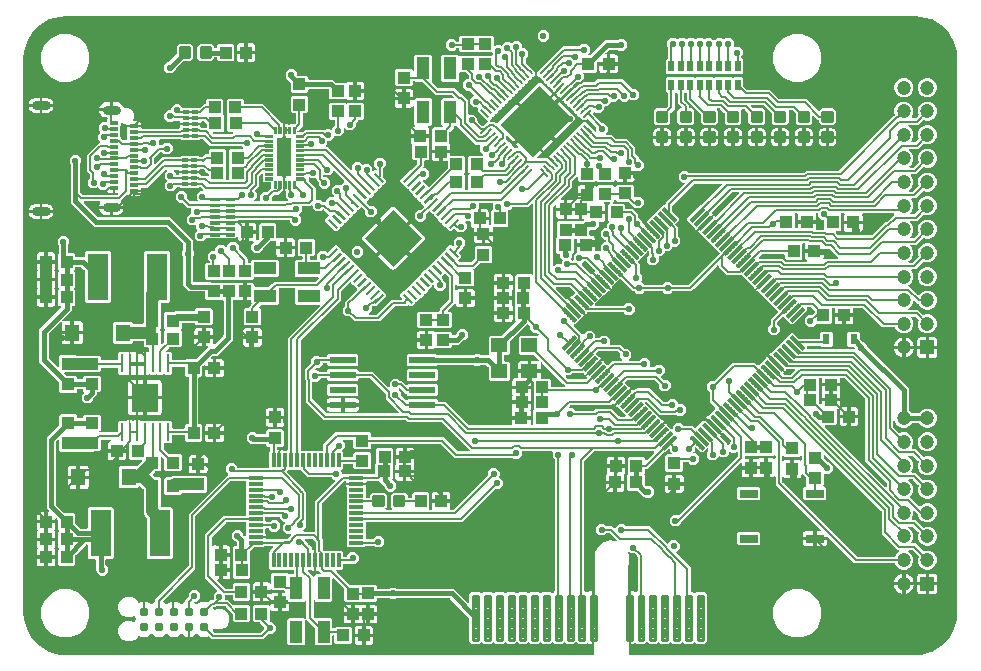
<source format=gbr>
G04 EAGLE Gerber X2 export*
G75*
%MOMM*%
%FSLAX34Y34*%
%LPD*%
%AMOC8*
5,1,8,0,0,1.08239X$1,22.5*%
G01*
%ADD10R,0.200000X1.000000*%
%ADD11R,1.000000X0.200000*%
%ADD12R,3.400000X3.400000*%
%ADD13C,0.787400*%
%ADD14C,0.013200*%
%ADD15R,1.200000X3.200000*%
%ADD16C,0.800000*%
%ADD17R,0.700000X0.300000*%
%ADD18R,1.200000X1.200000*%
%ADD19C,1.200000*%
%ADD20R,0.550000X0.300000*%
%ADD21R,0.550000X0.400000*%
%ADD22R,1.050000X1.080000*%
%ADD23R,1.080000X1.050000*%
%ADD24R,0.300000X1.200000*%
%ADD25R,1.200000X0.300000*%
%ADD26R,1.100000X1.000000*%
%ADD27R,1.100000X1.900000*%
%ADD28C,0.200000*%
%ADD29R,3.900000X4.700000*%
%ADD30R,1.000000X1.100000*%
%ADD31R,2.209800X0.609600*%
%ADD32C,0.280000*%
%ADD33R,0.270000X1.500000*%
%ADD34R,2.310000X2.460000*%
%ADD35R,1.800000X4.000000*%
%ADD36R,1.270000X1.470000*%
%ADD37R,0.630000X0.830000*%
%ADD38C,0.019600*%
%ADD39R,0.500000X0.900000*%
%ADD40C,0.300000*%
%ADD41R,1.900000X1.100000*%
%ADD42R,1.397000X1.193800*%
%ADD43R,1.524000X0.762000*%
%ADD44C,1.016000*%
%ADD45C,0.152400*%
%ADD46C,0.553200*%
%ADD47C,0.406400*%
%ADD48C,0.203200*%
%ADD49C,0.609600*%

G36*
X587186Y104576D02*
X587186Y104576D01*
X587205Y104574D01*
X587307Y104596D01*
X587409Y104612D01*
X587426Y104622D01*
X587446Y104626D01*
X587535Y104679D01*
X587626Y104728D01*
X587640Y104742D01*
X587657Y104752D01*
X587724Y104831D01*
X587796Y104906D01*
X587804Y104924D01*
X587817Y104939D01*
X587856Y105035D01*
X587899Y105129D01*
X587901Y105149D01*
X587909Y105167D01*
X587927Y105334D01*
X587927Y135538D01*
X587924Y135558D01*
X587926Y135577D01*
X587904Y135679D01*
X587888Y135781D01*
X587878Y135798D01*
X587874Y135818D01*
X587821Y135907D01*
X587772Y135998D01*
X587758Y136012D01*
X587748Y136029D01*
X587669Y136096D01*
X587594Y136167D01*
X587576Y136176D01*
X587561Y136189D01*
X587465Y136228D01*
X587371Y136271D01*
X587351Y136273D01*
X587333Y136281D01*
X587166Y136299D01*
X586738Y136299D01*
X586718Y136296D01*
X586699Y136298D01*
X586597Y136276D01*
X586495Y136259D01*
X586478Y136250D01*
X586458Y136246D01*
X586369Y136193D01*
X586278Y136144D01*
X586264Y136130D01*
X586247Y136120D01*
X586180Y136041D01*
X586109Y135966D01*
X586100Y135948D01*
X586087Y135933D01*
X586048Y135837D01*
X586005Y135743D01*
X586003Y135723D01*
X585995Y135705D01*
X585977Y135538D01*
X585977Y113759D01*
X584881Y113759D01*
X583879Y114028D01*
X582980Y114547D01*
X582692Y114835D01*
X582676Y114847D01*
X582663Y114862D01*
X582576Y114918D01*
X582492Y114979D01*
X582473Y114985D01*
X582456Y114995D01*
X582356Y115021D01*
X582257Y115051D01*
X582237Y115051D01*
X582218Y115055D01*
X582115Y115047D01*
X582011Y115045D01*
X581992Y115038D01*
X581973Y115036D01*
X581878Y114996D01*
X581780Y114960D01*
X581764Y114948D01*
X581746Y114940D01*
X581615Y114835D01*
X581029Y114249D01*
X573971Y114249D01*
X573038Y115182D01*
X573022Y115193D01*
X573010Y115209D01*
X572922Y115265D01*
X572839Y115325D01*
X572820Y115331D01*
X572803Y115342D01*
X572702Y115367D01*
X572603Y115398D01*
X572584Y115397D01*
X572564Y115402D01*
X572461Y115394D01*
X572358Y115391D01*
X572339Y115384D01*
X572319Y115383D01*
X572224Y115342D01*
X572127Y115307D01*
X572111Y115294D01*
X572093Y115286D01*
X571962Y115182D01*
X571029Y114249D01*
X563971Y114249D01*
X563038Y115182D01*
X563022Y115193D01*
X563010Y115209D01*
X562922Y115265D01*
X562839Y115325D01*
X562820Y115331D01*
X562803Y115342D01*
X562702Y115367D01*
X562603Y115398D01*
X562584Y115397D01*
X562564Y115402D01*
X562461Y115394D01*
X562358Y115391D01*
X562339Y115384D01*
X562319Y115383D01*
X562224Y115342D01*
X562127Y115307D01*
X562111Y115294D01*
X562093Y115286D01*
X561962Y115182D01*
X561029Y114249D01*
X553971Y114249D01*
X553038Y115182D01*
X553022Y115193D01*
X553010Y115209D01*
X552922Y115265D01*
X552839Y115325D01*
X552820Y115331D01*
X552803Y115342D01*
X552702Y115367D01*
X552603Y115398D01*
X552584Y115397D01*
X552564Y115402D01*
X552461Y115394D01*
X552358Y115391D01*
X552339Y115384D01*
X552319Y115383D01*
X552224Y115342D01*
X552127Y115307D01*
X552111Y115294D01*
X552093Y115286D01*
X551962Y115182D01*
X551029Y114249D01*
X543971Y114249D01*
X543038Y115182D01*
X543022Y115193D01*
X543010Y115209D01*
X542922Y115265D01*
X542839Y115325D01*
X542820Y115331D01*
X542803Y115342D01*
X542702Y115367D01*
X542603Y115398D01*
X542584Y115397D01*
X542564Y115402D01*
X542461Y115394D01*
X542358Y115391D01*
X542339Y115384D01*
X542319Y115383D01*
X542224Y115342D01*
X542127Y115307D01*
X542111Y115294D01*
X542093Y115286D01*
X541962Y115182D01*
X541029Y114249D01*
X533971Y114249D01*
X533038Y115182D01*
X533022Y115193D01*
X533010Y115209D01*
X532922Y115265D01*
X532839Y115325D01*
X532820Y115331D01*
X532803Y115342D01*
X532702Y115367D01*
X532603Y115398D01*
X532584Y115397D01*
X532564Y115402D01*
X532461Y115394D01*
X532358Y115391D01*
X532339Y115384D01*
X532319Y115383D01*
X532224Y115342D01*
X532127Y115307D01*
X532111Y115294D01*
X532093Y115286D01*
X531962Y115182D01*
X531029Y114249D01*
X523971Y114249D01*
X523038Y115182D01*
X523022Y115193D01*
X523010Y115209D01*
X522922Y115265D01*
X522839Y115325D01*
X522820Y115331D01*
X522803Y115342D01*
X522702Y115367D01*
X522603Y115398D01*
X522584Y115397D01*
X522564Y115402D01*
X522461Y115394D01*
X522358Y115391D01*
X522339Y115384D01*
X522319Y115383D01*
X522224Y115342D01*
X522127Y115307D01*
X522111Y115294D01*
X522093Y115286D01*
X521962Y115182D01*
X521029Y114249D01*
X513971Y114249D01*
X513038Y115182D01*
X513022Y115193D01*
X513010Y115209D01*
X512922Y115265D01*
X512839Y115325D01*
X512820Y115331D01*
X512803Y115342D01*
X512702Y115367D01*
X512603Y115398D01*
X512584Y115397D01*
X512564Y115402D01*
X512461Y115394D01*
X512358Y115391D01*
X512339Y115384D01*
X512319Y115383D01*
X512224Y115342D01*
X512127Y115307D01*
X512111Y115294D01*
X512093Y115286D01*
X511962Y115182D01*
X511029Y114249D01*
X503971Y114249D01*
X503038Y115182D01*
X503022Y115193D01*
X503010Y115209D01*
X502922Y115265D01*
X502839Y115325D01*
X502820Y115331D01*
X502803Y115342D01*
X502702Y115367D01*
X502603Y115398D01*
X502584Y115397D01*
X502564Y115402D01*
X502461Y115394D01*
X502358Y115391D01*
X502339Y115384D01*
X502319Y115383D01*
X502224Y115342D01*
X502127Y115307D01*
X502111Y115294D01*
X502093Y115286D01*
X501962Y115182D01*
X501029Y114249D01*
X493971Y114249D01*
X493038Y115182D01*
X493022Y115193D01*
X493010Y115209D01*
X492922Y115265D01*
X492839Y115325D01*
X492820Y115331D01*
X492803Y115342D01*
X492702Y115367D01*
X492603Y115398D01*
X492584Y115397D01*
X492564Y115402D01*
X492461Y115394D01*
X492358Y115391D01*
X492339Y115384D01*
X492319Y115383D01*
X492224Y115342D01*
X492127Y115307D01*
X492111Y115294D01*
X492093Y115286D01*
X491962Y115182D01*
X491029Y114249D01*
X483971Y114249D01*
X481949Y116271D01*
X481949Y135762D01*
X481935Y135852D01*
X481927Y135943D01*
X481915Y135972D01*
X481910Y136004D01*
X481867Y136085D01*
X481831Y136169D01*
X481805Y136201D01*
X481794Y136222D01*
X481771Y136244D01*
X481751Y136269D01*
X481747Y136275D01*
X481744Y136278D01*
X481726Y136300D01*
X465634Y152392D01*
X465560Y152445D01*
X465490Y152505D01*
X465460Y152517D01*
X465434Y152536D01*
X465347Y152563D01*
X465262Y152597D01*
X465221Y152601D01*
X465199Y152608D01*
X465167Y152607D01*
X465096Y152615D01*
X420874Y152615D01*
X420784Y152601D01*
X420693Y152593D01*
X420664Y152581D01*
X420632Y152576D01*
X420551Y152533D01*
X420467Y152497D01*
X420435Y152471D01*
X420414Y152460D01*
X420392Y152437D01*
X420336Y152392D01*
X419825Y151881D01*
X415835Y151881D01*
X415324Y152392D01*
X415250Y152445D01*
X415180Y152505D01*
X415150Y152517D01*
X415124Y152536D01*
X415037Y152563D01*
X414952Y152597D01*
X414911Y152601D01*
X414889Y152608D01*
X414857Y152607D01*
X414786Y152615D01*
X404502Y152615D01*
X404482Y152612D01*
X404463Y152614D01*
X404361Y152592D01*
X404259Y152576D01*
X404242Y152566D01*
X404222Y152562D01*
X404133Y152509D01*
X404042Y152460D01*
X404028Y152446D01*
X404011Y152436D01*
X403944Y152357D01*
X403872Y152282D01*
X403864Y152264D01*
X403851Y152249D01*
X403812Y152153D01*
X403769Y152059D01*
X403767Y152039D01*
X403759Y152021D01*
X403741Y151854D01*
X403741Y150599D01*
X402539Y149397D01*
X390513Y149397D01*
X390423Y149383D01*
X390332Y149375D01*
X390302Y149363D01*
X390270Y149358D01*
X390189Y149315D01*
X390110Y149281D01*
X377583Y149281D01*
X376381Y150483D01*
X376381Y160356D01*
X376367Y160446D01*
X376359Y160537D01*
X376347Y160566D01*
X376342Y160598D01*
X376299Y160679D01*
X376263Y160763D01*
X376237Y160795D01*
X376226Y160816D01*
X376203Y160838D01*
X376158Y160894D01*
X367562Y169490D01*
X367504Y169532D01*
X367452Y169581D01*
X367405Y169603D01*
X367363Y169633D01*
X367294Y169655D01*
X367229Y169685D01*
X367177Y169691D01*
X367127Y169706D01*
X367056Y169704D01*
X366985Y169712D01*
X366934Y169701D01*
X366882Y169699D01*
X366814Y169675D01*
X366744Y169660D01*
X366699Y169633D01*
X366651Y169615D01*
X366595Y169570D01*
X366533Y169533D01*
X366499Y169494D01*
X366459Y169461D01*
X366420Y169401D01*
X366373Y169347D01*
X366354Y169298D01*
X366326Y169254D01*
X366308Y169185D01*
X366281Y169118D01*
X366273Y169047D01*
X366265Y169016D01*
X366267Y168993D01*
X366263Y168952D01*
X366263Y150943D01*
X365061Y149741D01*
X352363Y149741D01*
X351558Y150546D01*
X351500Y150587D01*
X351448Y150637D01*
X351401Y150659D01*
X351359Y150689D01*
X351290Y150710D01*
X351225Y150740D01*
X351173Y150746D01*
X351123Y150761D01*
X351052Y150760D01*
X350981Y150768D01*
X350930Y150756D01*
X350878Y150755D01*
X350810Y150730D01*
X350740Y150715D01*
X350695Y150689D01*
X350647Y150671D01*
X350591Y150626D01*
X350529Y150589D01*
X350495Y150550D01*
X350455Y150517D01*
X350416Y150457D01*
X350369Y150402D01*
X350350Y150354D01*
X350322Y150310D01*
X350304Y150241D01*
X350277Y150174D01*
X350269Y150103D01*
X350261Y150072D01*
X350263Y150048D01*
X350259Y150007D01*
X350259Y137398D01*
X350273Y137308D01*
X350281Y137217D01*
X350293Y137187D01*
X350298Y137155D01*
X350341Y137074D01*
X350377Y136990D01*
X350403Y136958D01*
X350414Y136937D01*
X350437Y136915D01*
X350482Y136859D01*
X351392Y135949D01*
X351408Y135937D01*
X351421Y135922D01*
X351508Y135866D01*
X351592Y135805D01*
X351611Y135799D01*
X351628Y135789D01*
X351728Y135763D01*
X351827Y135733D01*
X351847Y135733D01*
X351866Y135729D01*
X351969Y135737D01*
X352073Y135739D01*
X352092Y135746D01*
X352112Y135748D01*
X352207Y135788D01*
X352304Y135824D01*
X352319Y135836D01*
X352335Y135843D01*
X365061Y135843D01*
X366263Y134641D01*
X366263Y128120D01*
X366266Y128100D01*
X366264Y128081D01*
X366286Y127979D01*
X366302Y127877D01*
X366312Y127860D01*
X366316Y127840D01*
X366369Y127751D01*
X366418Y127660D01*
X366432Y127646D01*
X366442Y127629D01*
X366521Y127562D01*
X366596Y127490D01*
X366614Y127482D01*
X366629Y127469D01*
X366725Y127430D01*
X366819Y127387D01*
X366839Y127385D01*
X366857Y127377D01*
X367024Y127359D01*
X367583Y127359D01*
X367673Y127373D01*
X367764Y127381D01*
X367794Y127393D01*
X367826Y127398D01*
X367907Y127441D01*
X367991Y127477D01*
X368023Y127503D01*
X368043Y127514D01*
X368066Y127537D01*
X368122Y127582D01*
X369193Y128653D01*
X381391Y128653D01*
X382593Y127451D01*
X382593Y114953D01*
X381391Y113751D01*
X369193Y113751D01*
X367991Y114953D01*
X367991Y120464D01*
X367988Y120484D01*
X367990Y120503D01*
X367968Y120605D01*
X367952Y120707D01*
X367942Y120724D01*
X367938Y120744D01*
X367885Y120833D01*
X367836Y120924D01*
X367822Y120938D01*
X367812Y120955D01*
X367733Y121022D01*
X367658Y121094D01*
X367640Y121102D01*
X367625Y121115D01*
X367529Y121154D01*
X367435Y121197D01*
X367415Y121199D01*
X367397Y121207D01*
X367230Y121225D01*
X367024Y121225D01*
X367004Y121222D01*
X366985Y121224D01*
X366883Y121202D01*
X366781Y121186D01*
X366764Y121176D01*
X366744Y121172D01*
X366655Y121119D01*
X366564Y121070D01*
X366550Y121056D01*
X366533Y121046D01*
X366466Y120967D01*
X366394Y120892D01*
X366386Y120874D01*
X366373Y120859D01*
X366334Y120763D01*
X366291Y120669D01*
X366289Y120649D01*
X366281Y120631D01*
X366263Y120464D01*
X366263Y113943D01*
X365061Y112741D01*
X352363Y112741D01*
X351161Y113943D01*
X351161Y127190D01*
X351147Y127280D01*
X351139Y127371D01*
X351127Y127401D01*
X351122Y127433D01*
X351079Y127514D01*
X351043Y127598D01*
X351017Y127630D01*
X351006Y127651D01*
X350983Y127673D01*
X350938Y127729D01*
X344562Y134105D01*
X344504Y134147D01*
X344452Y134196D01*
X344405Y134218D01*
X344363Y134248D01*
X344294Y134269D01*
X344229Y134300D01*
X344177Y134305D01*
X344127Y134321D01*
X344056Y134319D01*
X343985Y134327D01*
X343934Y134316D01*
X343882Y134314D01*
X343814Y134290D01*
X343744Y134274D01*
X343699Y134248D01*
X343651Y134230D01*
X343595Y134185D01*
X343533Y134148D01*
X343499Y134109D01*
X343459Y134076D01*
X343420Y134016D01*
X343373Y133961D01*
X343354Y133913D01*
X343326Y133869D01*
X343308Y133800D01*
X343281Y133733D01*
X343273Y133662D01*
X343265Y133631D01*
X343267Y133607D01*
X343263Y133566D01*
X343263Y113943D01*
X342061Y112741D01*
X329363Y112741D01*
X328161Y113943D01*
X328161Y134641D01*
X329363Y135843D01*
X342061Y135843D01*
X342826Y135078D01*
X342884Y135037D01*
X342936Y134987D01*
X342983Y134965D01*
X343025Y134935D01*
X343094Y134914D01*
X343159Y134884D01*
X343211Y134878D01*
X343261Y134863D01*
X343332Y134864D01*
X343403Y134856D01*
X343454Y134868D01*
X343506Y134869D01*
X343574Y134894D01*
X343644Y134909D01*
X343689Y134935D01*
X343737Y134953D01*
X343793Y134998D01*
X343855Y135035D01*
X343889Y135074D01*
X343929Y135107D01*
X343968Y135167D01*
X344015Y135222D01*
X344034Y135270D01*
X344062Y135314D01*
X344080Y135383D01*
X344107Y135450D01*
X344115Y135521D01*
X344123Y135552D01*
X344121Y135576D01*
X344125Y135617D01*
X344125Y149967D01*
X344114Y150038D01*
X344112Y150110D01*
X344094Y150159D01*
X344086Y150210D01*
X344052Y150273D01*
X344027Y150341D01*
X343995Y150381D01*
X343970Y150427D01*
X343918Y150477D01*
X343874Y150533D01*
X343830Y150561D01*
X343792Y150597D01*
X343727Y150627D01*
X343667Y150666D01*
X343616Y150678D01*
X343569Y150700D01*
X343498Y150708D01*
X343428Y150726D01*
X343376Y150722D01*
X343325Y150728D01*
X343254Y150712D01*
X343183Y150707D01*
X343135Y150686D01*
X343084Y150675D01*
X343023Y150638D01*
X342957Y150610D01*
X342901Y150566D01*
X342873Y150549D01*
X342858Y150531D01*
X342826Y150506D01*
X342061Y149741D01*
X329363Y149741D01*
X328522Y150582D01*
X328448Y150635D01*
X328378Y150695D01*
X328348Y150707D01*
X328322Y150726D01*
X328235Y150753D01*
X328150Y150787D01*
X328109Y150791D01*
X328087Y150798D01*
X328055Y150797D01*
X327983Y150805D01*
X323335Y150805D01*
X323335Y157073D01*
X325346Y157073D01*
X325417Y157084D01*
X325489Y157086D01*
X325538Y157104D01*
X325589Y157112D01*
X325652Y157146D01*
X325720Y157171D01*
X325761Y157203D01*
X325807Y157228D01*
X325856Y157279D01*
X325912Y157324D01*
X325940Y157368D01*
X325976Y157406D01*
X326006Y157471D01*
X326045Y157531D01*
X326058Y157582D01*
X326080Y157629D01*
X326087Y157700D01*
X326105Y157770D01*
X326101Y157822D01*
X326107Y157873D01*
X326091Y157944D01*
X326086Y158015D01*
X326066Y158063D01*
X326054Y158114D01*
X326018Y158175D01*
X325990Y158241D01*
X325945Y158297D01*
X325928Y158325D01*
X325910Y158340D01*
X325903Y158349D01*
X325902Y158351D01*
X325901Y158352D01*
X325885Y158372D01*
X324999Y159258D01*
X324925Y159311D01*
X324855Y159371D01*
X324825Y159383D01*
X324799Y159402D01*
X324712Y159429D01*
X324627Y159463D01*
X324586Y159467D01*
X324564Y159474D01*
X324532Y159473D01*
X324460Y159481D01*
X315563Y159481D01*
X315028Y160016D01*
X314970Y160057D01*
X314918Y160107D01*
X314871Y160129D01*
X314829Y160159D01*
X314760Y160180D01*
X314695Y160210D01*
X314643Y160216D01*
X314593Y160231D01*
X314522Y160230D01*
X314451Y160238D01*
X314400Y160226D01*
X314348Y160225D01*
X314280Y160200D01*
X314210Y160185D01*
X314165Y160159D01*
X314117Y160141D01*
X314061Y160096D01*
X313999Y160059D01*
X313965Y160020D01*
X313925Y159987D01*
X313886Y159927D01*
X313839Y159872D01*
X313820Y159824D01*
X313792Y159780D01*
X313774Y159711D01*
X313747Y159644D01*
X313739Y159573D01*
X313731Y159542D01*
X313733Y159518D01*
X313732Y159511D01*
X307711Y159511D01*
X307711Y166029D01*
X311522Y166029D01*
X312169Y165856D01*
X312748Y165521D01*
X313062Y165207D01*
X313120Y165166D01*
X313172Y165116D01*
X313219Y165094D01*
X313261Y165064D01*
X313330Y165043D01*
X313395Y165013D01*
X313447Y165007D01*
X313497Y164991D01*
X313568Y164993D01*
X313639Y164985D01*
X313690Y164997D01*
X313742Y164998D01*
X313810Y165022D01*
X313880Y165038D01*
X313925Y165064D01*
X313973Y165082D01*
X314029Y165127D01*
X314091Y165164D01*
X314125Y165203D01*
X314165Y165236D01*
X314204Y165296D01*
X314251Y165351D01*
X314270Y165399D01*
X314298Y165443D01*
X314316Y165512D01*
X314343Y165579D01*
X314351Y165650D01*
X314359Y165681D01*
X314357Y165705D01*
X314361Y165746D01*
X314361Y172881D01*
X315563Y174083D01*
X328061Y174083D01*
X329078Y173066D01*
X329152Y173013D01*
X329222Y172953D01*
X329252Y172941D01*
X329278Y172922D01*
X329365Y172895D01*
X329450Y172861D01*
X329491Y172857D01*
X329513Y172850D01*
X329545Y172851D01*
X329617Y172843D01*
X332836Y172843D01*
X332856Y172846D01*
X332875Y172844D01*
X332977Y172866D01*
X333079Y172882D01*
X333096Y172892D01*
X333116Y172896D01*
X333205Y172949D01*
X333296Y172998D01*
X333310Y173012D01*
X333327Y173022D01*
X333394Y173101D01*
X333466Y173176D01*
X333474Y173194D01*
X333487Y173209D01*
X333526Y173305D01*
X333569Y173399D01*
X333571Y173419D01*
X333579Y173437D01*
X333597Y173604D01*
X333597Y175808D01*
X333594Y175828D01*
X333596Y175847D01*
X333574Y175949D01*
X333558Y176051D01*
X333548Y176068D01*
X333544Y176088D01*
X333491Y176177D01*
X333442Y176268D01*
X333428Y176282D01*
X333418Y176299D01*
X333339Y176366D01*
X333264Y176438D01*
X333246Y176446D01*
X333231Y176459D01*
X333135Y176498D01*
X333041Y176541D01*
X333021Y176543D01*
X333003Y176551D01*
X332836Y176569D01*
X314061Y176569D01*
X312859Y177771D01*
X312859Y191469D01*
X313554Y192164D01*
X313607Y192238D01*
X313667Y192308D01*
X313679Y192338D01*
X313698Y192364D01*
X313725Y192451D01*
X313759Y192536D01*
X313763Y192577D01*
X313770Y192599D01*
X313769Y192631D01*
X313777Y192703D01*
X313777Y193160D01*
X315871Y195254D01*
X315913Y195312D01*
X315962Y195364D01*
X315984Y195411D01*
X316014Y195453D01*
X316035Y195522D01*
X316066Y195587D01*
X316071Y195639D01*
X316087Y195689D01*
X316085Y195760D01*
X316093Y195831D01*
X316082Y195882D01*
X316080Y195934D01*
X316056Y196002D01*
X316040Y196072D01*
X316014Y196117D01*
X315996Y196165D01*
X315951Y196221D01*
X315914Y196283D01*
X315875Y196317D01*
X315842Y196357D01*
X315782Y196396D01*
X315727Y196443D01*
X315679Y196462D01*
X315635Y196490D01*
X315566Y196508D01*
X315499Y196535D01*
X315428Y196543D01*
X315397Y196551D01*
X315373Y196549D01*
X315332Y196553D01*
X309059Y196553D01*
X308969Y196539D01*
X308878Y196531D01*
X308848Y196519D01*
X308816Y196514D01*
X308735Y196471D01*
X308651Y196435D01*
X308619Y196409D01*
X308599Y196398D01*
X308576Y196375D01*
X308520Y196330D01*
X308259Y196069D01*
X300532Y196069D01*
X300441Y196055D01*
X300351Y196047D01*
X300321Y196035D01*
X300289Y196030D01*
X300208Y195987D01*
X300124Y195951D01*
X300092Y195925D01*
X300071Y195914D01*
X300049Y195891D01*
X299993Y195846D01*
X296764Y192617D01*
X296716Y192550D01*
X296711Y192545D01*
X296709Y192541D01*
X296651Y192473D01*
X296639Y192443D01*
X296620Y192417D01*
X296593Y192330D01*
X296559Y192245D01*
X296555Y192204D01*
X296548Y192182D01*
X296549Y192150D01*
X296541Y192078D01*
X296541Y183271D01*
X296555Y183181D01*
X296563Y183090D01*
X296575Y183060D01*
X296580Y183028D01*
X296623Y182947D01*
X296659Y182863D01*
X296685Y182831D01*
X296696Y182811D01*
X296703Y182804D01*
X296703Y170295D01*
X295501Y169093D01*
X283303Y169093D01*
X282101Y170295D01*
X282101Y182703D01*
X282087Y182793D01*
X282079Y182884D01*
X282067Y182914D01*
X282062Y182946D01*
X282019Y183027D01*
X281983Y183111D01*
X281957Y183143D01*
X281946Y183163D01*
X281939Y183170D01*
X281939Y195679D01*
X283141Y196881D01*
X284396Y196881D01*
X284416Y196884D01*
X284435Y196882D01*
X284537Y196904D01*
X284639Y196920D01*
X284656Y196930D01*
X284676Y196934D01*
X284765Y196987D01*
X284856Y197036D01*
X284870Y197050D01*
X284887Y197060D01*
X284954Y197139D01*
X285026Y197214D01*
X285034Y197232D01*
X285047Y197247D01*
X285086Y197343D01*
X285129Y197437D01*
X285131Y197457D01*
X285139Y197475D01*
X285157Y197642D01*
X285157Y200162D01*
X285154Y200182D01*
X285156Y200201D01*
X285134Y200303D01*
X285118Y200405D01*
X285108Y200422D01*
X285104Y200442D01*
X285051Y200531D01*
X285002Y200622D01*
X284988Y200636D01*
X284978Y200653D01*
X284899Y200720D01*
X284824Y200792D01*
X284806Y200800D01*
X284791Y200813D01*
X284695Y200852D01*
X284601Y200895D01*
X284581Y200897D01*
X284563Y200905D01*
X284396Y200923D01*
X283755Y200923D01*
X280933Y203745D01*
X280933Y207735D01*
X283755Y210557D01*
X287745Y210557D01*
X290567Y207735D01*
X290567Y207012D01*
X290581Y206923D01*
X290589Y206831D01*
X290601Y206802D01*
X290606Y206770D01*
X290649Y206689D01*
X290685Y206605D01*
X290711Y206573D01*
X290722Y206552D01*
X290745Y206530D01*
X290790Y206474D01*
X291570Y205694D01*
X291628Y205652D01*
X291680Y205603D01*
X291727Y205581D01*
X291769Y205551D01*
X291838Y205529D01*
X291903Y205499D01*
X291955Y205494D01*
X292005Y205478D01*
X292076Y205480D01*
X292147Y205472D01*
X292198Y205483D01*
X292250Y205485D01*
X292318Y205509D01*
X292388Y205524D01*
X292433Y205551D01*
X292481Y205569D01*
X292537Y205614D01*
X292599Y205651D01*
X292633Y205690D01*
X292673Y205723D01*
X292712Y205783D01*
X292759Y205838D01*
X292778Y205886D01*
X292806Y205930D01*
X292824Y205999D01*
X292851Y206066D01*
X292859Y206137D01*
X292867Y206168D01*
X292865Y206191D01*
X292869Y206232D01*
X292869Y206454D01*
X293042Y207101D01*
X293257Y207473D01*
X293298Y207579D01*
X293341Y207687D01*
X293342Y207697D01*
X293344Y207703D01*
X293345Y207725D01*
X293359Y207853D01*
X293359Y216046D01*
X293356Y216066D01*
X293358Y216085D01*
X293336Y216187D01*
X293320Y216289D01*
X293310Y216306D01*
X293306Y216326D01*
X293253Y216415D01*
X293204Y216506D01*
X293190Y216520D01*
X293180Y216537D01*
X293101Y216604D01*
X293026Y216676D01*
X293008Y216684D01*
X292993Y216697D01*
X292897Y216736D01*
X292803Y216779D01*
X292783Y216781D01*
X292765Y216789D01*
X292598Y216807D01*
X276472Y216807D01*
X276382Y216793D01*
X276291Y216785D01*
X276262Y216773D01*
X276230Y216768D01*
X276149Y216725D01*
X276065Y216689D01*
X276033Y216663D01*
X276012Y216652D01*
X275990Y216629D01*
X275934Y216584D01*
X264148Y204798D01*
X264100Y204732D01*
X264093Y204725D01*
X264091Y204720D01*
X264035Y204654D01*
X264023Y204624D01*
X264004Y204598D01*
X263977Y204511D01*
X263943Y204426D01*
X263939Y204385D01*
X263932Y204363D01*
X263933Y204331D01*
X263925Y204260D01*
X263925Y197601D01*
X263940Y197507D01*
X263949Y197412D01*
X263960Y197386D01*
X263964Y197358D01*
X264009Y197274D01*
X264047Y197187D01*
X264066Y197166D01*
X264080Y197141D01*
X264149Y197076D01*
X264213Y197005D01*
X264237Y196991D01*
X264258Y196972D01*
X264344Y196932D01*
X264428Y196885D01*
X264455Y196880D01*
X264481Y196868D01*
X264576Y196858D01*
X264669Y196840D01*
X264697Y196844D01*
X264725Y196841D01*
X264819Y196861D01*
X264913Y196875D01*
X264945Y196889D01*
X264966Y196893D01*
X264994Y196910D01*
X265067Y196942D01*
X265509Y197198D01*
X266156Y197371D01*
X270217Y197371D01*
X270217Y190192D01*
X270220Y190172D01*
X270218Y190153D01*
X270240Y190051D01*
X270257Y189949D01*
X270266Y189932D01*
X270270Y189912D01*
X270323Y189823D01*
X270372Y189732D01*
X270386Y189718D01*
X270396Y189701D01*
X270475Y189634D01*
X270550Y189563D01*
X270568Y189554D01*
X270583Y189541D01*
X270679Y189502D01*
X270773Y189459D01*
X270793Y189457D01*
X270811Y189449D01*
X270978Y189431D01*
X271741Y189431D01*
X271741Y189429D01*
X270978Y189429D01*
X270958Y189426D01*
X270939Y189428D01*
X270837Y189406D01*
X270735Y189389D01*
X270718Y189380D01*
X270698Y189376D01*
X270609Y189323D01*
X270518Y189274D01*
X270504Y189260D01*
X270487Y189250D01*
X270420Y189171D01*
X270349Y189096D01*
X270340Y189078D01*
X270327Y189063D01*
X270288Y188967D01*
X270245Y188873D01*
X270243Y188853D01*
X270235Y188835D01*
X270217Y188668D01*
X270217Y185246D01*
X270219Y185234D01*
X270218Y185226D01*
X270219Y185219D01*
X270218Y185207D01*
X270240Y185105D01*
X270257Y185003D01*
X270266Y184986D01*
X270270Y184966D01*
X270323Y184877D01*
X270372Y184786D01*
X270379Y184779D01*
X270379Y177306D01*
X270382Y177286D01*
X270380Y177267D01*
X270402Y177165D01*
X270419Y177063D01*
X270428Y177046D01*
X270432Y177026D01*
X270485Y176937D01*
X270534Y176846D01*
X270548Y176832D01*
X270558Y176815D01*
X270637Y176748D01*
X270712Y176677D01*
X270730Y176668D01*
X270745Y176655D01*
X270841Y176616D01*
X270935Y176573D01*
X270955Y176571D01*
X270973Y176563D01*
X271140Y176545D01*
X271903Y176545D01*
X271903Y176543D01*
X271140Y176543D01*
X271120Y176540D01*
X271101Y176542D01*
X270999Y176520D01*
X270897Y176503D01*
X270880Y176494D01*
X270860Y176490D01*
X270771Y176437D01*
X270680Y176388D01*
X270666Y176374D01*
X270649Y176364D01*
X270582Y176285D01*
X270511Y176210D01*
X270502Y176192D01*
X270489Y176177D01*
X270450Y176081D01*
X270407Y175987D01*
X270405Y175967D01*
X270397Y175949D01*
X270379Y175782D01*
X270379Y168603D01*
X269520Y168603D01*
X269450Y168592D01*
X269378Y168590D01*
X269329Y168572D01*
X269278Y168564D01*
X269214Y168530D01*
X269147Y168505D01*
X269106Y168473D01*
X269060Y168448D01*
X269011Y168396D01*
X268955Y168352D01*
X268927Y168308D01*
X268891Y168270D01*
X268861Y168205D01*
X268822Y168145D01*
X268809Y168094D01*
X268787Y168047D01*
X268779Y167976D01*
X268762Y167906D01*
X268766Y167854D01*
X268760Y167803D01*
X268775Y167732D01*
X268781Y167661D01*
X268801Y167613D01*
X268812Y167562D01*
X268849Y167501D01*
X268877Y167435D01*
X268922Y167379D01*
X268939Y167351D01*
X268956Y167336D01*
X268982Y167304D01*
X275262Y161024D01*
X275336Y160971D01*
X275406Y160911D01*
X275436Y160899D01*
X275462Y160880D01*
X275549Y160853D01*
X275634Y160819D01*
X275675Y160815D01*
X275697Y160808D01*
X275729Y160809D01*
X275800Y160801D01*
X281376Y160801D01*
X281396Y160804D01*
X281415Y160802D01*
X281517Y160824D01*
X281619Y160840D01*
X281636Y160850D01*
X281656Y160854D01*
X281745Y160907D01*
X281836Y160956D01*
X281850Y160970D01*
X281867Y160980D01*
X281934Y161059D01*
X282006Y161134D01*
X282014Y161152D01*
X282027Y161167D01*
X282066Y161263D01*
X282109Y161357D01*
X282111Y161377D01*
X282119Y161395D01*
X282137Y161562D01*
X282137Y164337D01*
X283339Y165539D01*
X295037Y165539D01*
X296239Y164337D01*
X296239Y151639D01*
X295037Y150437D01*
X283339Y150437D01*
X282137Y151639D01*
X282137Y154414D01*
X282134Y154434D01*
X282136Y154453D01*
X282114Y154555D01*
X282098Y154657D01*
X282088Y154674D01*
X282084Y154694D01*
X282031Y154783D01*
X281982Y154874D01*
X281968Y154888D01*
X281958Y154905D01*
X281879Y154972D01*
X281804Y155044D01*
X281786Y155052D01*
X281771Y155065D01*
X281675Y155104D01*
X281581Y155147D01*
X281561Y155149D01*
X281543Y155157D01*
X281376Y155175D01*
X276088Y155175D01*
X276068Y155172D01*
X276049Y155174D01*
X275947Y155152D01*
X275845Y155136D01*
X275828Y155126D01*
X275808Y155122D01*
X275719Y155069D01*
X275628Y155020D01*
X275614Y155006D01*
X275597Y154996D01*
X275530Y154917D01*
X275458Y154842D01*
X275450Y154824D01*
X275437Y154809D01*
X275398Y154713D01*
X275355Y154619D01*
X275353Y154599D01*
X275345Y154581D01*
X275327Y154414D01*
X275327Y152164D01*
X275330Y152144D01*
X275328Y152125D01*
X275350Y152023D01*
X275366Y151921D01*
X275376Y151904D01*
X275380Y151884D01*
X275433Y151795D01*
X275482Y151704D01*
X275496Y151690D01*
X275506Y151673D01*
X275585Y151606D01*
X275660Y151534D01*
X275678Y151526D01*
X275693Y151513D01*
X275789Y151474D01*
X275883Y151431D01*
X275903Y151429D01*
X275921Y151421D01*
X276088Y151403D01*
X278025Y151403D01*
X279896Y149532D01*
X282220Y147208D01*
X282236Y147197D01*
X282248Y147181D01*
X282335Y147125D01*
X282419Y147065D01*
X282438Y147059D01*
X282455Y147048D01*
X282556Y147023D01*
X282654Y146992D01*
X282674Y146993D01*
X282694Y146988D01*
X282797Y146996D01*
X282900Y146999D01*
X282919Y147006D01*
X282939Y147007D01*
X283034Y147048D01*
X283131Y147083D01*
X283147Y147096D01*
X283165Y147103D01*
X283296Y147208D01*
X283339Y147251D01*
X295037Y147251D01*
X296239Y146049D01*
X296239Y133351D01*
X295037Y132149D01*
X283339Y132149D01*
X282137Y133351D01*
X282137Y139020D01*
X282123Y139110D01*
X282115Y139201D01*
X282103Y139230D01*
X282098Y139262D01*
X282055Y139343D01*
X282019Y139427D01*
X281993Y139459D01*
X281982Y139480D01*
X281959Y139502D01*
X281914Y139558D01*
X275918Y145554D01*
X275844Y145607D01*
X275774Y145667D01*
X275744Y145679D01*
X275718Y145698D01*
X275631Y145725D01*
X275546Y145759D01*
X275505Y145763D01*
X275483Y145770D01*
X275451Y145769D01*
X275380Y145777D01*
X268180Y145777D01*
X268090Y145763D01*
X267999Y145755D01*
X267970Y145743D01*
X267938Y145738D01*
X267857Y145695D01*
X267773Y145659D01*
X267741Y145633D01*
X267720Y145622D01*
X267698Y145599D01*
X267642Y145554D01*
X267450Y145362D01*
X265896Y145362D01*
X265880Y145360D01*
X265864Y145362D01*
X265759Y145340D01*
X265653Y145323D01*
X265639Y145315D01*
X265623Y145312D01*
X265530Y145258D01*
X265436Y145207D01*
X265425Y145196D01*
X265411Y145188D01*
X265340Y145107D01*
X265266Y145029D01*
X265259Y145015D01*
X265249Y145003D01*
X265208Y144903D01*
X265163Y144806D01*
X265161Y144790D01*
X265155Y144775D01*
X265147Y144668D01*
X265135Y144562D01*
X265139Y144546D01*
X265138Y144530D01*
X265172Y144366D01*
X265441Y143537D01*
X265464Y143493D01*
X265478Y143445D01*
X265520Y143384D01*
X265554Y143318D01*
X265590Y143284D01*
X265618Y143243D01*
X265677Y143199D01*
X265730Y143147D01*
X265775Y143126D01*
X265815Y143096D01*
X265886Y143073D01*
X265952Y143041D01*
X266002Y143035D01*
X266049Y143020D01*
X266123Y143020D01*
X266197Y143012D01*
X266245Y143022D01*
X266295Y143022D01*
X266413Y143056D01*
X266437Y143061D01*
X266444Y143065D01*
X266456Y143069D01*
X268247Y143811D01*
X271753Y143811D01*
X274991Y142469D01*
X277469Y139991D01*
X278811Y136753D01*
X278811Y133247D01*
X277469Y130009D01*
X274991Y127531D01*
X271753Y126189D01*
X268247Y126189D01*
X266456Y126931D01*
X266408Y126943D01*
X266362Y126963D01*
X266289Y126971D01*
X266217Y126987D01*
X266167Y126983D01*
X266118Y126988D01*
X266046Y126971D01*
X265972Y126964D01*
X265926Y126944D01*
X265878Y126933D01*
X265815Y126894D01*
X265747Y126864D01*
X265711Y126831D01*
X265668Y126805D01*
X265621Y126748D01*
X265566Y126698D01*
X265542Y126654D01*
X265510Y126616D01*
X265460Y126504D01*
X265448Y126482D01*
X265446Y126474D01*
X265441Y126463D01*
X265100Y125415D01*
X265087Y125329D01*
X265066Y125244D01*
X265069Y125208D01*
X265063Y125172D01*
X265078Y125086D01*
X265085Y124999D01*
X265099Y124966D01*
X265105Y124930D01*
X265147Y124853D01*
X265181Y124773D01*
X265211Y124736D01*
X265223Y124714D01*
X265246Y124692D01*
X265286Y124642D01*
X266242Y123686D01*
X266316Y123633D01*
X266386Y123573D01*
X266416Y123561D01*
X266442Y123542D01*
X266529Y123515D01*
X266614Y123481D01*
X266655Y123477D01*
X266677Y123470D01*
X266709Y123471D01*
X266780Y123463D01*
X305098Y123463D01*
X305188Y123477D01*
X305279Y123485D01*
X305308Y123497D01*
X305340Y123502D01*
X305421Y123545D01*
X305505Y123581D01*
X305537Y123607D01*
X305558Y123618D01*
X305580Y123641D01*
X305636Y123686D01*
X308396Y126446D01*
X308449Y126520D01*
X308509Y126590D01*
X308521Y126620D01*
X308540Y126646D01*
X308567Y126733D01*
X308601Y126818D01*
X308605Y126859D01*
X308612Y126881D01*
X308611Y126913D01*
X308619Y126984D01*
X308619Y128032D01*
X308605Y128122D01*
X308597Y128213D01*
X308585Y128242D01*
X308580Y128274D01*
X308537Y128355D01*
X308501Y128439D01*
X308475Y128471D01*
X308464Y128492D01*
X308441Y128514D01*
X308396Y128570D01*
X305040Y131926D01*
X304966Y131979D01*
X304897Y132039D01*
X304866Y132051D01*
X304840Y132070D01*
X304753Y132097D01*
X304668Y132131D01*
X304627Y132135D01*
X304605Y132142D01*
X304573Y132141D01*
X304502Y132149D01*
X300339Y132149D01*
X299137Y133351D01*
X299137Y146049D01*
X300339Y147251D01*
X312037Y147251D01*
X312572Y146716D01*
X312630Y146675D01*
X312682Y146625D01*
X312729Y146603D01*
X312771Y146573D01*
X312840Y146552D01*
X312905Y146522D01*
X312957Y146516D01*
X313007Y146501D01*
X313078Y146502D01*
X313149Y146494D01*
X313200Y146506D01*
X313252Y146507D01*
X313320Y146532D01*
X313390Y146547D01*
X313435Y146573D01*
X313483Y146591D01*
X313539Y146636D01*
X313601Y146673D01*
X313635Y146712D01*
X313675Y146745D01*
X313714Y146805D01*
X313761Y146860D01*
X313780Y146908D01*
X313808Y146952D01*
X313826Y147021D01*
X313853Y147088D01*
X313861Y147159D01*
X313869Y147190D01*
X313867Y147214D01*
X313871Y147255D01*
X313871Y147759D01*
X320289Y147759D01*
X320289Y141491D01*
X316078Y141491D01*
X315431Y141664D01*
X314852Y141999D01*
X314538Y142313D01*
X314480Y142354D01*
X314428Y142404D01*
X314381Y142426D01*
X314339Y142456D01*
X314270Y142477D01*
X314205Y142507D01*
X314153Y142513D01*
X314103Y142529D01*
X314032Y142527D01*
X313961Y142535D01*
X313910Y142523D01*
X313858Y142522D01*
X313790Y142498D01*
X313720Y142482D01*
X313675Y142456D01*
X313627Y142438D01*
X313571Y142393D01*
X313509Y142356D01*
X313475Y142317D01*
X313435Y142284D01*
X313396Y142224D01*
X313349Y142169D01*
X313330Y142121D01*
X313302Y142077D01*
X313284Y142008D01*
X313257Y141941D01*
X313249Y141870D01*
X313241Y141839D01*
X313243Y141815D01*
X313239Y141774D01*
X313239Y133086D01*
X313242Y133066D01*
X313240Y133047D01*
X313262Y132945D01*
X313278Y132843D01*
X313288Y132826D01*
X313292Y132806D01*
X313345Y132717D01*
X313394Y132626D01*
X313408Y132612D01*
X313418Y132595D01*
X313497Y132528D01*
X313572Y132456D01*
X313590Y132448D01*
X313605Y132435D01*
X313701Y132396D01*
X313795Y132353D01*
X313815Y132351D01*
X313833Y132343D01*
X314000Y132325D01*
X315431Y132325D01*
X318253Y129503D01*
X318253Y125513D01*
X315431Y122691D01*
X312912Y122691D01*
X312822Y122677D01*
X312731Y122669D01*
X312702Y122657D01*
X312670Y122652D01*
X312589Y122609D01*
X312505Y122573D01*
X312473Y122547D01*
X312452Y122536D01*
X312430Y122513D01*
X312374Y122468D01*
X307743Y117837D01*
X264135Y117837D01*
X261483Y120490D01*
X261415Y120538D01*
X261353Y120594D01*
X261316Y120610D01*
X261283Y120633D01*
X261203Y120658D01*
X261126Y120690D01*
X261086Y120694D01*
X261048Y120705D01*
X260964Y120703D01*
X260881Y120710D01*
X260842Y120700D01*
X260802Y120699D01*
X260724Y120670D01*
X260643Y120650D01*
X260597Y120624D01*
X260571Y120615D01*
X260548Y120596D01*
X260497Y120567D01*
X260035Y120232D01*
X254565Y120232D01*
X251397Y122533D01*
X251376Y122544D01*
X251358Y122559D01*
X251267Y122599D01*
X251178Y122643D01*
X251154Y122647D01*
X251132Y122656D01*
X251033Y122664D01*
X250934Y122678D01*
X250911Y122674D01*
X250887Y122676D01*
X250790Y122651D01*
X250692Y122633D01*
X250672Y122622D01*
X250648Y122616D01*
X250503Y122533D01*
X247335Y120232D01*
X241865Y120232D01*
X238697Y122533D01*
X238676Y122544D01*
X238658Y122559D01*
X238567Y122599D01*
X238478Y122643D01*
X238454Y122647D01*
X238432Y122656D01*
X238333Y122664D01*
X238234Y122678D01*
X238211Y122674D01*
X238187Y122676D01*
X238090Y122651D01*
X237992Y122633D01*
X237971Y122622D01*
X237948Y122616D01*
X237803Y122533D01*
X234635Y120232D01*
X229165Y120232D01*
X225997Y122533D01*
X225976Y122544D01*
X225958Y122559D01*
X225867Y122599D01*
X225778Y122643D01*
X225754Y122647D01*
X225732Y122656D01*
X225633Y122664D01*
X225534Y122678D01*
X225511Y122674D01*
X225487Y122676D01*
X225390Y122651D01*
X225292Y122633D01*
X225272Y122622D01*
X225248Y122616D01*
X225103Y122533D01*
X221935Y120232D01*
X216465Y120232D01*
X213297Y122533D01*
X213276Y122544D01*
X213258Y122559D01*
X213167Y122599D01*
X213078Y122643D01*
X213054Y122647D01*
X213032Y122656D01*
X212933Y122664D01*
X212834Y122678D01*
X212811Y122674D01*
X212787Y122676D01*
X212690Y122651D01*
X212592Y122633D01*
X212572Y122622D01*
X212548Y122616D01*
X212403Y122533D01*
X209235Y120232D01*
X203765Y120232D01*
X202750Y120969D01*
X202652Y121018D01*
X202557Y121071D01*
X202543Y121073D01*
X202530Y121080D01*
X202422Y121095D01*
X202315Y121114D01*
X202300Y121112D01*
X202286Y121114D01*
X202179Y121095D01*
X202071Y121079D01*
X202058Y121072D01*
X202045Y121070D01*
X201949Y121017D01*
X201852Y120967D01*
X201842Y120957D01*
X201830Y120950D01*
X201756Y120869D01*
X201680Y120792D01*
X201671Y120776D01*
X201664Y120768D01*
X201652Y120742D01*
X201599Y120645D01*
X201269Y119849D01*
X198791Y117371D01*
X195553Y116029D01*
X192047Y116029D01*
X188809Y117371D01*
X186331Y119849D01*
X184989Y123087D01*
X184989Y126593D01*
X186331Y129831D01*
X188809Y132309D01*
X192047Y133651D01*
X195553Y133651D01*
X198071Y132607D01*
X198120Y132596D01*
X198165Y132576D01*
X198239Y132568D01*
X198311Y132551D01*
X198360Y132556D01*
X198410Y132551D01*
X198482Y132567D01*
X198555Y132574D01*
X198601Y132595D01*
X198650Y132606D01*
X198713Y132644D01*
X198780Y132674D01*
X198817Y132708D01*
X198859Y132734D01*
X198907Y132791D01*
X198961Y132841D01*
X198985Y132885D01*
X199017Y132923D01*
X199068Y133034D01*
X199080Y133056D01*
X199081Y133064D01*
X199086Y133076D01*
X199339Y133853D01*
X200070Y134384D01*
X200081Y134395D01*
X200095Y134403D01*
X200168Y134483D01*
X200243Y134559D01*
X200250Y134573D01*
X200261Y134585D01*
X200304Y134683D01*
X200352Y134780D01*
X200354Y134796D01*
X200360Y134810D01*
X200370Y134917D01*
X200384Y135024D01*
X200381Y135039D01*
X200382Y135055D01*
X200357Y135160D01*
X200336Y135265D01*
X200329Y135279D01*
X200325Y135294D01*
X200268Y135385D01*
X200215Y135479D01*
X200203Y135489D01*
X200194Y135503D01*
X200070Y135616D01*
X199339Y136147D01*
X199086Y136924D01*
X199064Y136969D01*
X199050Y137017D01*
X199008Y137077D01*
X198974Y137143D01*
X198938Y137178D01*
X198909Y137219D01*
X198850Y137263D01*
X198797Y137314D01*
X198752Y137336D01*
X198712Y137365D01*
X198642Y137388D01*
X198575Y137420D01*
X198526Y137426D01*
X198478Y137442D01*
X198404Y137441D01*
X198331Y137450D01*
X198282Y137440D01*
X198232Y137439D01*
X198114Y137405D01*
X198090Y137400D01*
X198083Y137396D01*
X198071Y137393D01*
X195553Y136349D01*
X192047Y136349D01*
X188809Y137691D01*
X186331Y140169D01*
X184989Y143407D01*
X184989Y146913D01*
X186331Y150151D01*
X188809Y152629D01*
X192047Y153971D01*
X195553Y153971D01*
X198791Y152629D01*
X201269Y150151D01*
X201599Y149355D01*
X201656Y149263D01*
X201710Y149168D01*
X201721Y149158D01*
X201728Y149146D01*
X201812Y149077D01*
X201894Y149004D01*
X201907Y148999D01*
X201918Y148989D01*
X202020Y148950D01*
X202120Y148908D01*
X202134Y148906D01*
X202148Y148901D01*
X202256Y148897D01*
X202365Y148888D01*
X202379Y148891D01*
X202393Y148891D01*
X202498Y148921D01*
X202604Y148948D01*
X202619Y148956D01*
X202630Y148959D01*
X202653Y148976D01*
X202750Y149031D01*
X203765Y149768D01*
X209235Y149768D01*
X212403Y147467D01*
X212424Y147456D01*
X212442Y147441D01*
X212533Y147401D01*
X212622Y147357D01*
X212646Y147353D01*
X212668Y147344D01*
X212767Y147336D01*
X212866Y147322D01*
X212889Y147326D01*
X212913Y147324D01*
X213010Y147349D01*
X213108Y147367D01*
X213128Y147378D01*
X213152Y147384D01*
X213297Y147467D01*
X216073Y149484D01*
X216093Y149504D01*
X216117Y149518D01*
X216179Y149591D01*
X216246Y149659D01*
X216259Y149684D01*
X216277Y149705D01*
X216313Y149794D01*
X216355Y149880D01*
X216358Y149907D01*
X216369Y149933D01*
X216387Y150100D01*
X216387Y151785D01*
X244360Y179758D01*
X244413Y179832D01*
X244473Y179902D01*
X244485Y179932D01*
X244504Y179958D01*
X244531Y180045D01*
X244565Y180130D01*
X244569Y180171D01*
X244576Y180193D01*
X244575Y180225D01*
X244583Y180296D01*
X244583Y224177D01*
X275968Y255562D01*
X277785Y257379D01*
X277797Y257395D01*
X277812Y257407D01*
X277868Y257495D01*
X277928Y257578D01*
X277934Y257597D01*
X277945Y257614D01*
X277970Y257715D01*
X278001Y257813D01*
X278000Y257833D01*
X278005Y257853D01*
X277997Y257956D01*
X277994Y258059D01*
X277988Y258078D01*
X277986Y258098D01*
X277946Y258193D01*
X277910Y258290D01*
X277897Y258306D01*
X277890Y258324D01*
X277785Y258455D01*
X276107Y260133D01*
X276107Y264123D01*
X278929Y266945D01*
X282919Y266945D01*
X285741Y264123D01*
X285741Y263670D01*
X285744Y263652D01*
X285742Y263635D01*
X285742Y263633D01*
X285742Y263631D01*
X285764Y263529D01*
X285780Y263427D01*
X285790Y263410D01*
X285794Y263390D01*
X285847Y263301D01*
X285896Y263210D01*
X285910Y263196D01*
X285920Y263179D01*
X285999Y263112D01*
X286074Y263040D01*
X286092Y263032D01*
X286107Y263019D01*
X286203Y262980D01*
X286297Y262937D01*
X286317Y262935D01*
X286335Y262927D01*
X286502Y262909D01*
X312098Y262909D01*
X312118Y262912D01*
X312137Y262910D01*
X312239Y262932D01*
X312341Y262948D01*
X312358Y262958D01*
X312378Y262962D01*
X312467Y263015D01*
X312558Y263064D01*
X312572Y263078D01*
X312589Y263088D01*
X312656Y263167D01*
X312728Y263242D01*
X312736Y263260D01*
X312749Y263275D01*
X312788Y263371D01*
X312831Y263465D01*
X312833Y263485D01*
X312841Y263503D01*
X312859Y263670D01*
X312859Y276469D01*
X313120Y276730D01*
X313174Y276805D01*
X313233Y276874D01*
X313245Y276904D01*
X313264Y276930D01*
X313291Y277017D01*
X313325Y277102D01*
X313329Y277143D01*
X313336Y277165D01*
X313335Y277197D01*
X313343Y277269D01*
X313343Y280258D01*
X313340Y280278D01*
X313342Y280297D01*
X313320Y280399D01*
X313304Y280501D01*
X313294Y280518D01*
X313290Y280538D01*
X313237Y280626D01*
X313188Y280718D01*
X313174Y280732D01*
X313164Y280749D01*
X313085Y280816D01*
X313010Y280888D01*
X312992Y280896D01*
X312977Y280909D01*
X312881Y280948D01*
X312787Y280991D01*
X312767Y280993D01*
X312749Y281001D01*
X312582Y281019D01*
X311411Y281019D01*
X310209Y282221D01*
X310209Y282746D01*
X310206Y282766D01*
X310208Y282785D01*
X310186Y282887D01*
X310170Y282989D01*
X310160Y283006D01*
X310156Y283026D01*
X310103Y283115D01*
X310054Y283206D01*
X310040Y283220D01*
X310030Y283237D01*
X309951Y283304D01*
X309876Y283376D01*
X309858Y283384D01*
X309843Y283397D01*
X309747Y283436D01*
X309653Y283479D01*
X309633Y283481D01*
X309615Y283489D01*
X309448Y283507D01*
X300794Y283507D01*
X300704Y283493D01*
X300613Y283485D01*
X300585Y283473D01*
X296455Y283473D01*
X293633Y286295D01*
X293633Y290285D01*
X296455Y293107D01*
X300445Y293107D01*
X301656Y291896D01*
X301730Y291843D01*
X301800Y291783D01*
X301830Y291771D01*
X301856Y291752D01*
X301943Y291725D01*
X302028Y291691D01*
X302069Y291687D01*
X302091Y291680D01*
X302123Y291681D01*
X302194Y291673D01*
X309448Y291673D01*
X309468Y291676D01*
X309487Y291674D01*
X309589Y291696D01*
X309691Y291712D01*
X309708Y291722D01*
X309728Y291726D01*
X309817Y291779D01*
X309908Y291828D01*
X309922Y291842D01*
X309939Y291852D01*
X310006Y291931D01*
X310078Y292006D01*
X310086Y292024D01*
X310099Y292039D01*
X310138Y292135D01*
X310181Y292229D01*
X310183Y292249D01*
X310191Y292267D01*
X310209Y292434D01*
X310209Y294419D01*
X311411Y295621D01*
X323909Y295621D01*
X325111Y294419D01*
X325111Y282221D01*
X323909Y281019D01*
X320238Y281019D01*
X320218Y281016D01*
X320199Y281018D01*
X320097Y280996D01*
X319995Y280980D01*
X319978Y280970D01*
X319958Y280966D01*
X319869Y280913D01*
X319778Y280864D01*
X319764Y280850D01*
X319747Y280840D01*
X319680Y280761D01*
X319608Y280686D01*
X319600Y280668D01*
X319587Y280653D01*
X319548Y280557D01*
X319505Y280463D01*
X319503Y280443D01*
X319495Y280425D01*
X319477Y280258D01*
X319477Y278922D01*
X319480Y278902D01*
X319478Y278883D01*
X319500Y278781D01*
X319516Y278679D01*
X319526Y278662D01*
X319530Y278642D01*
X319583Y278553D01*
X319632Y278462D01*
X319646Y278448D01*
X319656Y278431D01*
X319735Y278364D01*
X319810Y278292D01*
X319828Y278284D01*
X319843Y278271D01*
X319939Y278232D01*
X320033Y278189D01*
X320053Y278187D01*
X320071Y278179D01*
X320238Y278161D01*
X320649Y278161D01*
X320649Y269620D01*
X320652Y269601D01*
X320650Y269581D01*
X320672Y269480D01*
X320688Y269378D01*
X320698Y269360D01*
X320702Y269341D01*
X320755Y269251D01*
X320803Y269160D01*
X320818Y269147D01*
X320828Y269129D01*
X320907Y269062D01*
X320982Y268991D01*
X321000Y268982D01*
X321015Y268969D01*
X321111Y268931D01*
X321205Y268887D01*
X321225Y268885D01*
X321243Y268878D01*
X321410Y268859D01*
X321430Y268862D01*
X321449Y268860D01*
X321450Y268860D01*
X321551Y268882D01*
X321653Y268899D01*
X321670Y268908D01*
X321690Y268912D01*
X321779Y268966D01*
X321870Y269014D01*
X321884Y269028D01*
X321901Y269039D01*
X321968Y269117D01*
X322040Y269192D01*
X322048Y269210D01*
X322061Y269225D01*
X322100Y269322D01*
X322143Y269415D01*
X322145Y269435D01*
X322153Y269454D01*
X322171Y269620D01*
X322171Y278161D01*
X323244Y278161D01*
X323891Y277988D01*
X324263Y277773D01*
X324369Y277732D01*
X324477Y277689D01*
X324487Y277688D01*
X324493Y277686D01*
X324515Y277685D01*
X324643Y277671D01*
X327836Y277671D01*
X327856Y277674D01*
X327875Y277672D01*
X327977Y277694D01*
X328079Y277710D01*
X328096Y277720D01*
X328116Y277724D01*
X328205Y277777D01*
X328296Y277826D01*
X328310Y277840D01*
X328327Y277850D01*
X328394Y277929D01*
X328466Y278004D01*
X328474Y278022D01*
X328487Y278037D01*
X328526Y278133D01*
X328569Y278227D01*
X328571Y278247D01*
X328579Y278265D01*
X328597Y278432D01*
X328597Y373215D01*
X355402Y400020D01*
X355444Y400078D01*
X355493Y400130D01*
X355515Y400177D01*
X355545Y400219D01*
X355567Y400288D01*
X355597Y400353D01*
X355603Y400405D01*
X355618Y400455D01*
X355616Y400526D01*
X355624Y400597D01*
X355613Y400648D01*
X355611Y400700D01*
X355587Y400768D01*
X355572Y400838D01*
X355545Y400883D01*
X355527Y400931D01*
X355482Y400987D01*
X355445Y401049D01*
X355406Y401083D01*
X355373Y401123D01*
X355313Y401162D01*
X355259Y401209D01*
X355210Y401228D01*
X355166Y401256D01*
X355097Y401274D01*
X355030Y401301D01*
X354959Y401309D01*
X354928Y401317D01*
X354905Y401315D01*
X354864Y401319D01*
X335811Y401319D01*
X334609Y402521D01*
X334609Y414256D01*
X334606Y414276D01*
X334608Y414295D01*
X334586Y414397D01*
X334570Y414499D01*
X334560Y414516D01*
X334556Y414536D01*
X334503Y414625D01*
X334454Y414716D01*
X334440Y414730D01*
X334430Y414747D01*
X334351Y414814D01*
X334276Y414886D01*
X334258Y414894D01*
X334243Y414907D01*
X334147Y414946D01*
X334053Y414989D01*
X334033Y414991D01*
X334015Y414999D01*
X333848Y415017D01*
X321472Y415017D01*
X321452Y415014D01*
X321433Y415016D01*
X321331Y414994D01*
X321229Y414978D01*
X321212Y414968D01*
X321192Y414964D01*
X321103Y414911D01*
X321012Y414862D01*
X320998Y414848D01*
X320981Y414838D01*
X320914Y414759D01*
X320842Y414684D01*
X320834Y414666D01*
X320821Y414651D01*
X320782Y414555D01*
X320739Y414461D01*
X320737Y414441D01*
X320729Y414423D01*
X320711Y414256D01*
X320711Y402521D01*
X319509Y401319D01*
X305902Y401319D01*
X305812Y401305D01*
X305721Y401297D01*
X305692Y401285D01*
X305660Y401280D01*
X305579Y401237D01*
X305495Y401201D01*
X305463Y401175D01*
X305442Y401164D01*
X305420Y401141D01*
X305364Y401096D01*
X303888Y399620D01*
X303846Y399562D01*
X303797Y399510D01*
X303775Y399463D01*
X303745Y399421D01*
X303723Y399352D01*
X303693Y399287D01*
X303687Y399235D01*
X303672Y399185D01*
X303674Y399114D01*
X303666Y399043D01*
X303677Y398992D01*
X303679Y398940D01*
X303703Y398872D01*
X303718Y398802D01*
X303745Y398758D01*
X303763Y398709D01*
X303808Y398653D01*
X303845Y398591D01*
X303884Y398557D01*
X303917Y398517D01*
X303977Y398478D01*
X304031Y398431D01*
X304080Y398412D01*
X304124Y398384D01*
X304193Y398366D01*
X304260Y398339D01*
X304331Y398331D01*
X304362Y398323D01*
X304385Y398325D01*
X304426Y398321D01*
X304699Y398321D01*
X305901Y397119D01*
X305901Y384921D01*
X304699Y383719D01*
X292201Y383719D01*
X290999Y384921D01*
X290999Y397119D01*
X292201Y398321D01*
X294714Y398321D01*
X294741Y398325D01*
X294769Y398323D01*
X294862Y398345D01*
X294957Y398360D01*
X294981Y398373D01*
X295008Y398380D01*
X295090Y398431D01*
X295174Y398476D01*
X295193Y398495D01*
X295217Y398510D01*
X295278Y398584D01*
X295344Y398654D01*
X295355Y398679D01*
X295373Y398700D01*
X295407Y398790D01*
X295447Y398877D01*
X295450Y398904D01*
X295460Y398930D01*
X295475Y399097D01*
X295474Y399162D01*
X296296Y399983D01*
X296299Y399988D01*
X296306Y399994D01*
X297190Y400914D01*
X297207Y400921D01*
X297248Y400954D01*
X297272Y400967D01*
X297292Y400989D01*
X297338Y401026D01*
X297683Y401371D01*
X297694Y401387D01*
X297710Y401399D01*
X297766Y401487D01*
X297826Y401570D01*
X297832Y401589D01*
X297843Y401606D01*
X297868Y401707D01*
X297899Y401805D01*
X297898Y401825D01*
X297903Y401845D01*
X297895Y401948D01*
X297892Y402051D01*
X297885Y402070D01*
X297884Y402090D01*
X297844Y402185D01*
X297808Y402282D01*
X297795Y402298D01*
X297788Y402316D01*
X297683Y402447D01*
X297609Y402521D01*
X297609Y404076D01*
X297606Y404096D01*
X297608Y404115D01*
X297586Y404217D01*
X297570Y404319D01*
X297560Y404336D01*
X297556Y404356D01*
X297503Y404445D01*
X297454Y404536D01*
X297440Y404550D01*
X297430Y404567D01*
X297351Y404634D01*
X297276Y404706D01*
X297258Y404714D01*
X297243Y404727D01*
X297147Y404766D01*
X297053Y404809D01*
X297033Y404811D01*
X297015Y404819D01*
X296848Y404837D01*
X293623Y404837D01*
X293623Y411616D01*
X293620Y411636D01*
X293622Y411655D01*
X293600Y411757D01*
X293583Y411859D01*
X293574Y411876D01*
X293570Y411896D01*
X293517Y411985D01*
X293468Y412076D01*
X293454Y412090D01*
X293444Y412107D01*
X293365Y412174D01*
X293290Y412245D01*
X293272Y412254D01*
X293257Y412267D01*
X293161Y412306D01*
X293067Y412349D01*
X293047Y412351D01*
X293029Y412359D01*
X292862Y412377D01*
X291338Y412377D01*
X291318Y412374D01*
X291299Y412376D01*
X291197Y412354D01*
X291095Y412337D01*
X291078Y412328D01*
X291058Y412324D01*
X290969Y412271D01*
X290878Y412222D01*
X290864Y412208D01*
X290847Y412198D01*
X290780Y412119D01*
X290709Y412044D01*
X290700Y412026D01*
X290687Y412011D01*
X290648Y411915D01*
X290605Y411821D01*
X290603Y411801D01*
X290595Y411783D01*
X290577Y411616D01*
X290577Y404837D01*
X286266Y404837D01*
X285619Y405010D01*
X285247Y405225D01*
X285141Y405266D01*
X285033Y405309D01*
X285023Y405310D01*
X285017Y405312D01*
X284995Y405313D01*
X284867Y405327D01*
X282974Y405327D01*
X282954Y405324D01*
X282935Y405326D01*
X282833Y405304D01*
X282731Y405288D01*
X282714Y405278D01*
X282694Y405274D01*
X282605Y405221D01*
X282514Y405172D01*
X282500Y405158D01*
X282483Y405148D01*
X282416Y405069D01*
X282344Y404994D01*
X282336Y404976D01*
X282323Y404961D01*
X282284Y404865D01*
X282241Y404771D01*
X282239Y404751D01*
X282231Y404733D01*
X282213Y404566D01*
X282213Y371689D01*
X268391Y357867D01*
X265206Y357867D01*
X265117Y357853D01*
X265025Y357845D01*
X264996Y357833D01*
X264964Y357828D01*
X264883Y357785D01*
X264799Y357749D01*
X264767Y357723D01*
X264746Y357712D01*
X264724Y357689D01*
X264668Y357644D01*
X263764Y356740D01*
X263722Y356682D01*
X263673Y356630D01*
X263651Y356583D01*
X263621Y356541D01*
X263599Y356472D01*
X263569Y356407D01*
X263564Y356355D01*
X263548Y356305D01*
X263550Y356234D01*
X263542Y356163D01*
X263553Y356112D01*
X263555Y356060D01*
X263579Y355992D01*
X263594Y355922D01*
X263621Y355877D01*
X263639Y355829D01*
X263684Y355773D01*
X263721Y355711D01*
X263760Y355677D01*
X263793Y355637D01*
X263853Y355598D01*
X263908Y355551D01*
X263956Y355532D01*
X264000Y355504D01*
X264069Y355486D01*
X264136Y355459D01*
X264207Y355451D01*
X264238Y355443D01*
X264261Y355445D01*
X264302Y355441D01*
X264727Y355441D01*
X264727Y349023D01*
X258459Y349023D01*
X258459Y349598D01*
X258448Y349668D01*
X258446Y349740D01*
X258428Y349789D01*
X258420Y349840D01*
X258386Y349904D01*
X258361Y349971D01*
X258329Y350012D01*
X258304Y350058D01*
X258253Y350107D01*
X258208Y350163D01*
X258164Y350191D01*
X258126Y350227D01*
X258061Y350257D01*
X258001Y350296D01*
X257950Y350309D01*
X257903Y350331D01*
X257832Y350339D01*
X257762Y350356D01*
X257710Y350352D01*
X257659Y350358D01*
X257588Y350343D01*
X257517Y350337D01*
X257469Y350317D01*
X257418Y350306D01*
X257357Y350269D01*
X257291Y350241D01*
X257235Y350196D01*
X257207Y350179D01*
X257192Y350162D01*
X257160Y350136D01*
X256274Y349250D01*
X256221Y349176D01*
X256161Y349106D01*
X256149Y349076D01*
X256130Y349050D01*
X256103Y348963D01*
X256069Y348878D01*
X256065Y348837D01*
X256058Y348815D01*
X256059Y348783D01*
X256051Y348712D01*
X256051Y341251D01*
X254849Y340049D01*
X253594Y340049D01*
X253574Y340046D01*
X253555Y340048D01*
X253453Y340026D01*
X253351Y340010D01*
X253334Y340000D01*
X253314Y339996D01*
X253225Y339943D01*
X253134Y339894D01*
X253120Y339880D01*
X253103Y339870D01*
X253036Y339791D01*
X252964Y339716D01*
X252956Y339698D01*
X252943Y339683D01*
X252904Y339587D01*
X252861Y339493D01*
X252859Y339473D01*
X252851Y339455D01*
X252833Y339288D01*
X252833Y300712D01*
X252836Y300692D01*
X252834Y300673D01*
X252856Y300571D01*
X252872Y300469D01*
X252882Y300452D01*
X252886Y300432D01*
X252939Y300343D01*
X252988Y300252D01*
X253002Y300238D01*
X253012Y300221D01*
X253091Y300154D01*
X253166Y300082D01*
X253184Y300074D01*
X253199Y300061D01*
X253295Y300022D01*
X253389Y299979D01*
X253409Y299977D01*
X253427Y299969D01*
X253594Y299951D01*
X254849Y299951D01*
X256051Y298749D01*
X256051Y286251D01*
X254849Y285049D01*
X242651Y285049D01*
X241449Y286251D01*
X241449Y289926D01*
X241446Y289946D01*
X241448Y289965D01*
X241426Y290067D01*
X241410Y290169D01*
X241400Y290186D01*
X241396Y290206D01*
X241343Y290295D01*
X241294Y290386D01*
X241280Y290400D01*
X241270Y290417D01*
X241191Y290484D01*
X241116Y290556D01*
X241098Y290564D01*
X241083Y290577D01*
X240987Y290616D01*
X240893Y290659D01*
X240873Y290661D01*
X240855Y290669D01*
X240688Y290687D01*
X231162Y290687D01*
X231142Y290684D01*
X231123Y290686D01*
X231021Y290664D01*
X230919Y290648D01*
X230902Y290638D01*
X230882Y290634D01*
X230793Y290581D01*
X230702Y290532D01*
X230688Y290518D01*
X230671Y290508D01*
X230604Y290429D01*
X230532Y290354D01*
X230524Y290336D01*
X230511Y290321D01*
X230472Y290225D01*
X230429Y290131D01*
X230427Y290111D01*
X230419Y290093D01*
X230401Y289926D01*
X230401Y285151D01*
X229199Y283949D01*
X224784Y283949D01*
X224740Y283991D01*
X224693Y284013D01*
X224651Y284043D01*
X224582Y284064D01*
X224517Y284094D01*
X224465Y284100D01*
X224416Y284115D01*
X224344Y284114D01*
X224273Y284122D01*
X224222Y284110D01*
X224170Y284109D01*
X224102Y284085D01*
X224032Y284069D01*
X223987Y284043D01*
X223939Y284025D01*
X223883Y283980D01*
X223821Y283943D01*
X223787Y283904D01*
X223747Y283871D01*
X223708Y283811D01*
X223661Y283756D01*
X223642Y283708D01*
X223614Y283664D01*
X223596Y283595D01*
X223569Y283528D01*
X223561Y283457D01*
X223553Y283426D01*
X223555Y283402D01*
X223551Y283361D01*
X223551Y279829D01*
X223565Y279739D01*
X223573Y279648D01*
X223585Y279618D01*
X223590Y279586D01*
X223633Y279506D01*
X223669Y279422D01*
X223695Y279390D01*
X223706Y279369D01*
X223729Y279347D01*
X223774Y279291D01*
X227891Y275174D01*
X227965Y275121D01*
X228034Y275061D01*
X228064Y275049D01*
X228090Y275030D01*
X228177Y275003D01*
X228262Y274969D01*
X228303Y274965D01*
X228326Y274958D01*
X228358Y274959D01*
X228429Y274951D01*
X237349Y274951D01*
X238551Y273749D01*
X238551Y261251D01*
X237349Y260049D01*
X225151Y260049D01*
X223949Y261251D01*
X223949Y270171D01*
X223935Y270261D01*
X223927Y270352D01*
X223915Y270382D01*
X223910Y270414D01*
X223867Y270494D01*
X223831Y270578D01*
X223805Y270611D01*
X223794Y270631D01*
X223771Y270653D01*
X223726Y270709D01*
X222350Y272085D01*
X222292Y272127D01*
X222240Y272177D01*
X222193Y272199D01*
X222151Y272229D01*
X222082Y272250D01*
X222017Y272280D01*
X221965Y272286D01*
X221915Y272301D01*
X221844Y272299D01*
X221773Y272307D01*
X221722Y272296D01*
X221670Y272295D01*
X221602Y272270D01*
X221532Y272255D01*
X221487Y272228D01*
X221439Y272210D01*
X221383Y272166D01*
X221321Y272129D01*
X221287Y272089D01*
X221247Y272057D01*
X221208Y271996D01*
X221161Y271942D01*
X221142Y271894D01*
X221114Y271850D01*
X221096Y271780D01*
X221069Y271714D01*
X221061Y271642D01*
X221053Y271611D01*
X221055Y271588D01*
X221051Y271547D01*
X221051Y261251D01*
X219849Y260049D01*
X216699Y260049D01*
X216609Y260035D01*
X216518Y260027D01*
X216488Y260015D01*
X216456Y260010D01*
X216376Y259967D01*
X216292Y259931D01*
X216259Y259905D01*
X216239Y259894D01*
X216217Y259871D01*
X216161Y259826D01*
X214373Y258038D01*
X214361Y258022D01*
X214345Y258010D01*
X214289Y257922D01*
X214229Y257839D01*
X214223Y257820D01*
X214212Y257803D01*
X214187Y257702D01*
X214157Y257603D01*
X214157Y257584D01*
X214152Y257564D01*
X214160Y257461D01*
X214163Y257358D01*
X214170Y257339D01*
X214172Y257319D01*
X214212Y257224D01*
X214248Y257127D01*
X214260Y257111D01*
X214268Y257093D01*
X214373Y256962D01*
X216161Y255174D01*
X216235Y255121D01*
X216304Y255061D01*
X216334Y255049D01*
X216360Y255030D01*
X216447Y255003D01*
X216532Y254969D01*
X216573Y254965D01*
X216596Y254958D01*
X216628Y254959D01*
X216699Y254951D01*
X219849Y254951D01*
X221051Y253749D01*
X221051Y241230D01*
X221050Y241230D01*
X220991Y241160D01*
X220979Y241130D01*
X220960Y241104D01*
X220933Y241017D01*
X220899Y240932D01*
X220895Y240891D01*
X220888Y240869D01*
X220889Y240837D01*
X220881Y240765D01*
X220881Y230312D01*
X220884Y230292D01*
X220882Y230273D01*
X220904Y230171D01*
X220920Y230069D01*
X220930Y230052D01*
X220934Y230032D01*
X220987Y229943D01*
X221036Y229852D01*
X221050Y229838D01*
X221060Y229821D01*
X221139Y229754D01*
X221214Y229682D01*
X221232Y229674D01*
X221247Y229661D01*
X221343Y229622D01*
X221437Y229579D01*
X221457Y229577D01*
X221475Y229569D01*
X221642Y229551D01*
X229849Y229551D01*
X231051Y228349D01*
X231051Y186651D01*
X229849Y185449D01*
X210151Y185449D01*
X208949Y186651D01*
X208949Y220651D01*
X208935Y220741D01*
X208927Y220832D01*
X208915Y220862D01*
X208910Y220894D01*
X208867Y220974D01*
X208831Y221058D01*
X208805Y221090D01*
X208794Y221111D01*
X208771Y221133D01*
X208726Y221189D01*
X207705Y222211D01*
X206619Y224832D01*
X206619Y240765D01*
X206605Y240855D01*
X206597Y240946D01*
X206585Y240976D01*
X206580Y241008D01*
X206537Y241089D01*
X206501Y241173D01*
X206475Y241205D01*
X206464Y241225D01*
X206449Y241240D01*
X206449Y244401D01*
X206435Y244491D01*
X206427Y244582D01*
X206415Y244612D01*
X206410Y244644D01*
X206367Y244724D01*
X206331Y244808D01*
X206305Y244841D01*
X206294Y244861D01*
X206271Y244883D01*
X206226Y244939D01*
X203700Y247465D01*
X203642Y247507D01*
X203590Y247557D01*
X203572Y247565D01*
X203557Y247577D01*
X203528Y247589D01*
X203501Y247609D01*
X203432Y247630D01*
X203367Y247660D01*
X203346Y247663D01*
X203329Y247669D01*
X203290Y247674D01*
X203265Y247681D01*
X203229Y247680D01*
X203163Y247688D01*
X203162Y247688D01*
X203144Y247685D01*
X203123Y247687D01*
X203072Y247676D01*
X203020Y247675D01*
X202968Y247656D01*
X202919Y247648D01*
X202904Y247640D01*
X202882Y247635D01*
X202837Y247608D01*
X202789Y247590D01*
X202746Y247556D01*
X202702Y247533D01*
X202689Y247520D01*
X202671Y247509D01*
X202637Y247469D01*
X202597Y247437D01*
X202567Y247391D01*
X202532Y247355D01*
X202525Y247338D01*
X202511Y247322D01*
X202492Y247274D01*
X202464Y247230D01*
X202450Y247178D01*
X202429Y247131D01*
X202427Y247113D01*
X202419Y247094D01*
X202411Y247022D01*
X202403Y246991D01*
X202405Y246968D01*
X202401Y246927D01*
X202401Y246801D01*
X201199Y245599D01*
X186801Y245599D01*
X185599Y246801D01*
X185599Y263199D01*
X186801Y264401D01*
X200251Y264401D01*
X200341Y264415D01*
X200432Y264423D01*
X200462Y264435D01*
X200494Y264440D01*
X200574Y264483D01*
X200658Y264519D01*
X200690Y264545D01*
X200711Y264556D01*
X200733Y264579D01*
X200789Y264624D01*
X204915Y268750D01*
X204957Y268808D01*
X205007Y268860D01*
X205029Y268907D01*
X205059Y268949D01*
X205080Y269018D01*
X205110Y269083D01*
X205116Y269135D01*
X205131Y269185D01*
X205129Y269256D01*
X205137Y269327D01*
X205126Y269378D01*
X205125Y269430D01*
X205100Y269498D01*
X205085Y269568D01*
X205058Y269613D01*
X205040Y269661D01*
X204996Y269717D01*
X204959Y269779D01*
X204919Y269813D01*
X204887Y269853D01*
X204826Y269892D01*
X204772Y269939D01*
X204724Y269958D01*
X204680Y269986D01*
X204610Y270004D01*
X204544Y270031D01*
X204472Y270039D01*
X204441Y270047D01*
X204418Y270045D01*
X204377Y270049D01*
X195151Y270049D01*
X193949Y271251D01*
X193949Y282698D01*
X193946Y282718D01*
X193948Y282737D01*
X193926Y282839D01*
X193910Y282941D01*
X193900Y282958D01*
X193896Y282978D01*
X193843Y283067D01*
X193794Y283158D01*
X193780Y283172D01*
X193770Y283189D01*
X193691Y283256D01*
X193616Y283328D01*
X193598Y283336D01*
X193583Y283349D01*
X193487Y283388D01*
X193393Y283431D01*
X193373Y283433D01*
X193355Y283441D01*
X193188Y283459D01*
X192816Y283459D01*
X192499Y283544D01*
X192380Y283556D01*
X192263Y283569D01*
X192258Y283568D01*
X192254Y283569D01*
X192139Y283542D01*
X192022Y283517D01*
X192019Y283515D01*
X192015Y283514D01*
X191913Y283452D01*
X191811Y283391D01*
X191808Y283387D01*
X191805Y283385D01*
X191729Y283295D01*
X191651Y283204D01*
X191650Y283200D01*
X191647Y283197D01*
X191604Y283088D01*
X191559Y282975D01*
X191559Y282970D01*
X191557Y282967D01*
X191557Y282954D01*
X191541Y282809D01*
X191541Y279023D01*
X184512Y279023D01*
X184492Y279020D01*
X184473Y279022D01*
X184371Y279000D01*
X184269Y278983D01*
X184252Y278974D01*
X184232Y278970D01*
X184143Y278917D01*
X184052Y278868D01*
X184038Y278854D01*
X184021Y278844D01*
X183954Y278765D01*
X183883Y278690D01*
X183874Y278672D01*
X183861Y278657D01*
X183822Y278561D01*
X183779Y278467D01*
X183777Y278447D01*
X183769Y278429D01*
X183751Y278262D01*
X183751Y277499D01*
X183749Y277499D01*
X183749Y278262D01*
X183746Y278282D01*
X183748Y278301D01*
X183726Y278403D01*
X183709Y278505D01*
X183700Y278522D01*
X183696Y278542D01*
X183643Y278631D01*
X183594Y278722D01*
X183580Y278736D01*
X183570Y278753D01*
X183491Y278820D01*
X183416Y278891D01*
X183398Y278900D01*
X183383Y278913D01*
X183287Y278952D01*
X183193Y278995D01*
X183173Y278997D01*
X183155Y279005D01*
X182988Y279023D01*
X175959Y279023D01*
X175959Y283234D01*
X176132Y283881D01*
X176467Y284460D01*
X176940Y284933D01*
X177519Y285268D01*
X178210Y285453D01*
X178232Y285463D01*
X178256Y285467D01*
X178344Y285513D01*
X178434Y285554D01*
X178452Y285570D01*
X178473Y285582D01*
X178542Y285654D01*
X178615Y285721D01*
X178626Y285742D01*
X178643Y285760D01*
X178685Y285850D01*
X178732Y285937D01*
X178736Y285961D01*
X178746Y285983D01*
X178757Y286082D01*
X178774Y286180D01*
X178771Y286204D01*
X178773Y286227D01*
X178752Y286324D01*
X178737Y286423D01*
X178726Y286444D01*
X178721Y286468D01*
X178670Y286553D01*
X178625Y286642D01*
X178607Y286658D01*
X178595Y286679D01*
X178519Y286744D01*
X178448Y286813D01*
X178426Y286823D01*
X178408Y286839D01*
X178316Y286876D01*
X178226Y286919D01*
X178202Y286922D01*
X178180Y286931D01*
X178013Y286949D01*
X170812Y286949D01*
X170792Y286946D01*
X170773Y286948D01*
X170671Y286926D01*
X170569Y286910D01*
X170552Y286900D01*
X170532Y286896D01*
X170443Y286843D01*
X170352Y286794D01*
X170338Y286780D01*
X170321Y286770D01*
X170254Y286691D01*
X170182Y286616D01*
X170174Y286598D01*
X170161Y286583D01*
X170122Y286487D01*
X170079Y286393D01*
X170077Y286373D01*
X170069Y286355D01*
X170051Y286188D01*
X170051Y278151D01*
X168849Y276949D01*
X164617Y276949D01*
X164552Y276939D01*
X164486Y276938D01*
X164406Y276915D01*
X164374Y276910D01*
X164357Y276900D01*
X164325Y276891D01*
X163668Y276619D01*
X149235Y276619D01*
X149145Y276605D01*
X149054Y276597D01*
X149024Y276585D01*
X148992Y276580D01*
X148911Y276537D01*
X148827Y276501D01*
X148795Y276475D01*
X148775Y276464D01*
X148771Y276461D01*
X148771Y276460D01*
X148760Y276449D01*
X136251Y276449D01*
X135049Y277651D01*
X135049Y286188D01*
X135038Y286258D01*
X135036Y286330D01*
X135018Y286379D01*
X135010Y286430D01*
X134976Y286494D01*
X134951Y286561D01*
X134919Y286602D01*
X134894Y286648D01*
X134842Y286697D01*
X134798Y286753D01*
X134754Y286781D01*
X134716Y286817D01*
X134651Y286847D01*
X134591Y286886D01*
X134540Y286899D01*
X134493Y286921D01*
X134422Y286929D01*
X134352Y286946D01*
X134300Y286942D01*
X134249Y286948D01*
X134178Y286933D01*
X134107Y286927D01*
X134059Y286907D01*
X134008Y286896D01*
X133947Y286859D01*
X133881Y286831D01*
X133825Y286786D01*
X133797Y286769D01*
X133782Y286752D01*
X133750Y286726D01*
X132576Y285552D01*
X132523Y285478D01*
X132463Y285408D01*
X132451Y285378D01*
X132432Y285352D01*
X132405Y285265D01*
X132371Y285180D01*
X132367Y285139D01*
X132360Y285117D01*
X132361Y285085D01*
X132353Y285014D01*
X132353Y232486D01*
X132367Y232396D01*
X132375Y232305D01*
X132387Y232276D01*
X132392Y232244D01*
X132435Y232163D01*
X132471Y232079D01*
X132497Y232047D01*
X132508Y232026D01*
X132531Y232004D01*
X132553Y231976D01*
X132556Y231972D01*
X132559Y231969D01*
X132576Y231948D01*
X139350Y225174D01*
X139424Y225121D01*
X139494Y225061D01*
X139524Y225049D01*
X139550Y225030D01*
X139637Y225003D01*
X139722Y224969D01*
X139763Y224965D01*
X139785Y224958D01*
X139817Y224959D01*
X139888Y224951D01*
X147349Y224951D01*
X148551Y223749D01*
X148551Y216288D01*
X148565Y216198D01*
X148573Y216107D01*
X148585Y216078D01*
X148590Y216046D01*
X148633Y215965D01*
X148669Y215881D01*
X148695Y215849D01*
X148706Y215828D01*
X148729Y215806D01*
X148774Y215750D01*
X152718Y211806D01*
X152792Y211753D01*
X152862Y211693D01*
X152892Y211681D01*
X152918Y211662D01*
X153005Y211635D01*
X153090Y211601D01*
X153131Y211597D01*
X153153Y211590D01*
X153185Y211591D01*
X153256Y211583D01*
X158188Y211583D01*
X158208Y211586D01*
X158227Y211584D01*
X158329Y211606D01*
X158431Y211622D01*
X158448Y211632D01*
X158468Y211636D01*
X158557Y211689D01*
X158648Y211738D01*
X158662Y211752D01*
X158679Y211762D01*
X158746Y211841D01*
X158818Y211916D01*
X158826Y211934D01*
X158839Y211949D01*
X158878Y212045D01*
X158921Y212139D01*
X158923Y212159D01*
X158931Y212177D01*
X158949Y212344D01*
X158949Y228349D01*
X160151Y229551D01*
X179849Y229551D01*
X181051Y228349D01*
X181051Y186651D01*
X179849Y185449D01*
X174844Y185449D01*
X174824Y185446D01*
X174805Y185448D01*
X174703Y185426D01*
X174601Y185410D01*
X174584Y185400D01*
X174564Y185396D01*
X174475Y185343D01*
X174384Y185294D01*
X174370Y185280D01*
X174353Y185270D01*
X174286Y185191D01*
X174214Y185116D01*
X174206Y185098D01*
X174193Y185083D01*
X174154Y184987D01*
X174111Y184893D01*
X174109Y184873D01*
X174101Y184855D01*
X174083Y184688D01*
X174083Y181024D01*
X174097Y180934D01*
X174105Y180843D01*
X174117Y180814D01*
X174122Y180782D01*
X174165Y180701D01*
X174201Y180617D01*
X174227Y180585D01*
X174238Y180564D01*
X174261Y180542D01*
X174306Y180486D01*
X176267Y178525D01*
X176267Y174535D01*
X173445Y171713D01*
X169455Y171713D01*
X166633Y174535D01*
X166633Y175258D01*
X166619Y175348D01*
X166611Y175439D01*
X166599Y175468D01*
X166594Y175500D01*
X166551Y175581D01*
X166515Y175665D01*
X166489Y175697D01*
X166478Y175718D01*
X166455Y175740D01*
X166410Y175796D01*
X165917Y176289D01*
X165917Y184688D01*
X165914Y184708D01*
X165916Y184727D01*
X165894Y184829D01*
X165878Y184931D01*
X165868Y184948D01*
X165864Y184968D01*
X165811Y185057D01*
X165762Y185148D01*
X165748Y185162D01*
X165738Y185179D01*
X165659Y185246D01*
X165584Y185318D01*
X165566Y185326D01*
X165551Y185339D01*
X165455Y185378D01*
X165361Y185421D01*
X165341Y185423D01*
X165323Y185431D01*
X165156Y185449D01*
X160151Y185449D01*
X158949Y186651D01*
X158949Y197588D01*
X158938Y197658D01*
X158936Y197730D01*
X158918Y197779D01*
X158910Y197830D01*
X158876Y197894D01*
X158851Y197961D01*
X158819Y198002D01*
X158794Y198048D01*
X158743Y198097D01*
X158698Y198153D01*
X158654Y198181D01*
X158616Y198217D01*
X158551Y198247D01*
X158491Y198286D01*
X158440Y198299D01*
X158393Y198321D01*
X158322Y198329D01*
X158252Y198346D01*
X158200Y198342D01*
X158149Y198348D01*
X158078Y198333D01*
X158007Y198327D01*
X157959Y198307D01*
X157908Y198296D01*
X157847Y198259D01*
X157781Y198231D01*
X157725Y198186D01*
X157697Y198169D01*
X157682Y198152D01*
X157650Y198126D01*
X148774Y189250D01*
X148721Y189176D01*
X148661Y189106D01*
X148649Y189076D01*
X148630Y189050D01*
X148603Y188963D01*
X148569Y188878D01*
X148565Y188837D01*
X148558Y188815D01*
X148559Y188783D01*
X148551Y188712D01*
X148551Y181251D01*
X147349Y180049D01*
X135151Y180049D01*
X133949Y181251D01*
X133949Y193749D01*
X134662Y194462D01*
X134673Y194478D01*
X134689Y194490D01*
X134745Y194578D01*
X134805Y194661D01*
X134811Y194680D01*
X134822Y194697D01*
X134847Y194798D01*
X134877Y194897D01*
X134877Y194916D01*
X134882Y194936D01*
X134874Y195039D01*
X134871Y195142D01*
X134864Y195161D01*
X134863Y195181D01*
X134822Y195276D01*
X134787Y195373D01*
X134774Y195389D01*
X134766Y195407D01*
X134662Y195538D01*
X133949Y196251D01*
X133949Y208749D01*
X134662Y209462D01*
X134673Y209478D01*
X134689Y209490D01*
X134745Y209578D01*
X134805Y209661D01*
X134811Y209680D01*
X134822Y209697D01*
X134847Y209798D01*
X134877Y209897D01*
X134877Y209916D01*
X134882Y209936D01*
X134874Y210039D01*
X134871Y210142D01*
X134864Y210161D01*
X134863Y210181D01*
X134822Y210276D01*
X134787Y210373D01*
X134774Y210389D01*
X134766Y210407D01*
X134662Y210538D01*
X133949Y211251D01*
X133949Y218712D01*
X133935Y218801D01*
X133927Y218893D01*
X133915Y218922D01*
X133910Y218954D01*
X133867Y219035D01*
X133831Y219119D01*
X133805Y219151D01*
X133794Y219172D01*
X133771Y219194D01*
X133726Y219250D01*
X132840Y220136D01*
X132782Y220178D01*
X132730Y220227D01*
X132683Y220249D01*
X132641Y220279D01*
X132572Y220301D01*
X132507Y220331D01*
X132455Y220336D01*
X132405Y220352D01*
X132334Y220350D01*
X132263Y220358D01*
X132212Y220347D01*
X132160Y220345D01*
X132092Y220321D01*
X132022Y220306D01*
X131977Y220279D01*
X131929Y220261D01*
X131873Y220216D01*
X131811Y220179D01*
X131777Y220140D01*
X131737Y220107D01*
X131698Y220047D01*
X131651Y219992D01*
X131632Y219944D01*
X131604Y219900D01*
X131586Y219831D01*
X131559Y219764D01*
X131551Y219693D01*
X131543Y219662D01*
X131545Y219639D01*
X131541Y219598D01*
X131541Y219023D01*
X125273Y219023D01*
X125273Y225441D01*
X125698Y225441D01*
X125768Y225452D01*
X125840Y225454D01*
X125889Y225472D01*
X125940Y225480D01*
X126004Y225514D01*
X126071Y225539D01*
X126112Y225571D01*
X126158Y225596D01*
X126207Y225648D01*
X126263Y225692D01*
X126291Y225736D01*
X126327Y225774D01*
X126357Y225839D01*
X126396Y225899D01*
X126409Y225950D01*
X126431Y225997D01*
X126439Y226068D01*
X126456Y226138D01*
X126452Y226190D01*
X126458Y226241D01*
X126443Y226312D01*
X126437Y226383D01*
X126417Y226431D01*
X126406Y226482D01*
X126369Y226543D01*
X126341Y226609D01*
X126296Y226665D01*
X126279Y226693D01*
X126262Y226708D01*
X126236Y226740D01*
X124187Y228789D01*
X124187Y288711D01*
X134826Y299350D01*
X134879Y299424D01*
X134939Y299494D01*
X134951Y299524D01*
X134970Y299550D01*
X134997Y299637D01*
X135031Y299722D01*
X135035Y299763D01*
X135042Y299785D01*
X135041Y299817D01*
X135049Y299888D01*
X135049Y307349D01*
X136251Y308551D01*
X148749Y308551D01*
X149951Y307349D01*
X149951Y305844D01*
X149954Y305824D01*
X149952Y305805D01*
X149974Y305703D01*
X149990Y305601D01*
X150000Y305584D01*
X150004Y305564D01*
X150057Y305475D01*
X150106Y305384D01*
X150120Y305370D01*
X150130Y305353D01*
X150209Y305286D01*
X150284Y305214D01*
X150302Y305206D01*
X150317Y305193D01*
X150413Y305154D01*
X150507Y305111D01*
X150527Y305109D01*
X150545Y305101D01*
X150712Y305083D01*
X154188Y305083D01*
X154208Y305086D01*
X154227Y305084D01*
X154329Y305106D01*
X154431Y305122D01*
X154448Y305132D01*
X154468Y305136D01*
X154557Y305189D01*
X154648Y305238D01*
X154662Y305252D01*
X154679Y305262D01*
X154746Y305341D01*
X154818Y305416D01*
X154826Y305434D01*
X154839Y305449D01*
X154878Y305545D01*
X154921Y305639D01*
X154923Y305659D01*
X154931Y305677D01*
X154949Y305844D01*
X154949Y306849D01*
X156151Y308051D01*
X168849Y308051D01*
X170051Y306849D01*
X170051Y295151D01*
X169250Y294350D01*
X169209Y294292D01*
X169159Y294240D01*
X169137Y294193D01*
X169107Y294151D01*
X169086Y294082D01*
X169056Y294017D01*
X169050Y293965D01*
X169035Y293915D01*
X169036Y293844D01*
X169028Y293773D01*
X169040Y293722D01*
X169041Y293670D01*
X169066Y293602D01*
X169081Y293532D01*
X169107Y293487D01*
X169125Y293439D01*
X169170Y293383D01*
X169207Y293321D01*
X169246Y293287D01*
X169279Y293247D01*
X169339Y293208D01*
X169394Y293161D01*
X169442Y293142D01*
X169486Y293114D01*
X169555Y293096D01*
X169622Y293069D01*
X169693Y293061D01*
X169724Y293053D01*
X169748Y293055D01*
X169789Y293051D01*
X182921Y293051D01*
X183011Y293065D01*
X183102Y293073D01*
X183132Y293085D01*
X183164Y293090D01*
X183244Y293133D01*
X183328Y293169D01*
X183360Y293195D01*
X183381Y293206D01*
X183403Y293229D01*
X183459Y293274D01*
X184376Y294191D01*
X184429Y294265D01*
X184489Y294334D01*
X184501Y294364D01*
X184520Y294390D01*
X184547Y294477D01*
X184581Y294562D01*
X184585Y294603D01*
X184592Y294626D01*
X184591Y294658D01*
X184599Y294729D01*
X184599Y301849D01*
X185801Y303051D01*
X190199Y303051D01*
X190365Y302885D01*
X190381Y302873D01*
X190394Y302858D01*
X190481Y302802D01*
X190565Y302741D01*
X190584Y302736D01*
X190601Y302725D01*
X190701Y302700D01*
X190800Y302669D01*
X190820Y302670D01*
X190839Y302665D01*
X190942Y302673D01*
X191046Y302675D01*
X191065Y302682D01*
X191085Y302684D01*
X191180Y302724D01*
X191277Y302760D01*
X191292Y302772D01*
X191311Y302780D01*
X191442Y302885D01*
X191590Y303033D01*
X192169Y303368D01*
X192816Y303541D01*
X193739Y303541D01*
X193739Y293500D01*
X193739Y285377D01*
X193753Y285288D01*
X193760Y285199D01*
X193773Y285167D01*
X193778Y285134D01*
X193820Y285055D01*
X193855Y284972D01*
X193877Y284946D01*
X193893Y284916D01*
X193958Y284855D01*
X194018Y284787D01*
X194047Y284770D01*
X194072Y284747D01*
X194153Y284709D01*
X194231Y284664D01*
X194264Y284658D01*
X194295Y284643D01*
X194384Y284634D01*
X194472Y284616D01*
X194505Y284620D01*
X194539Y284616D01*
X194627Y284635D01*
X194716Y284647D01*
X194746Y284661D01*
X194780Y284669D01*
X194857Y284715D01*
X194937Y284754D01*
X194970Y284782D01*
X194991Y284795D01*
X195011Y284819D01*
X195063Y284864D01*
X195063Y284865D01*
X195103Y284926D01*
X195151Y284982D01*
X195170Y285029D01*
X195197Y285071D01*
X195215Y285142D01*
X195243Y285210D01*
X195251Y285279D01*
X195258Y285309D01*
X195257Y285334D01*
X195261Y285377D01*
X195261Y292739D01*
X201000Y292739D01*
X201019Y292742D01*
X201039Y292740D01*
X201140Y292762D01*
X201242Y292778D01*
X201260Y292788D01*
X201279Y292792D01*
X201369Y292845D01*
X201460Y292893D01*
X201473Y292908D01*
X201491Y292918D01*
X201491Y292919D01*
X201558Y292997D01*
X201624Y293067D01*
X201630Y293072D01*
X201638Y293090D01*
X201651Y293105D01*
X201690Y293202D01*
X201733Y293295D01*
X201735Y293315D01*
X201743Y293334D01*
X201761Y293500D01*
X201761Y303541D01*
X202684Y303541D01*
X203331Y303368D01*
X203910Y303033D01*
X204058Y302885D01*
X204074Y302873D01*
X204087Y302858D01*
X204174Y302802D01*
X204258Y302741D01*
X204277Y302736D01*
X204294Y302725D01*
X204394Y302700D01*
X204493Y302669D01*
X204513Y302670D01*
X204532Y302665D01*
X204635Y302673D01*
X204739Y302675D01*
X204758Y302682D01*
X204778Y302684D01*
X204873Y302724D01*
X204970Y302760D01*
X204985Y302772D01*
X205004Y302780D01*
X205135Y302885D01*
X205301Y303051D01*
X209699Y303051D01*
X210212Y302538D01*
X210228Y302527D01*
X210240Y302511D01*
X210328Y302455D01*
X210411Y302395D01*
X210430Y302389D01*
X210447Y302378D01*
X210548Y302353D01*
X210647Y302323D01*
X210666Y302323D01*
X210686Y302318D01*
X210789Y302326D01*
X210892Y302329D01*
X210911Y302336D01*
X210931Y302337D01*
X211026Y302378D01*
X211123Y302413D01*
X211139Y302426D01*
X211157Y302434D01*
X211288Y302538D01*
X211801Y303051D01*
X216199Y303051D01*
X216712Y302538D01*
X216728Y302527D01*
X216740Y302511D01*
X216828Y302455D01*
X216911Y302395D01*
X216930Y302389D01*
X216947Y302378D01*
X217048Y302353D01*
X217147Y302323D01*
X217166Y302323D01*
X217186Y302318D01*
X217289Y302326D01*
X217392Y302329D01*
X217411Y302336D01*
X217431Y302337D01*
X217526Y302378D01*
X217623Y302413D01*
X217639Y302426D01*
X217657Y302434D01*
X217788Y302538D01*
X218301Y303051D01*
X222699Y303051D01*
X223212Y302538D01*
X223228Y302527D01*
X223240Y302511D01*
X223328Y302455D01*
X223411Y302395D01*
X223430Y302389D01*
X223447Y302378D01*
X223548Y302353D01*
X223647Y302323D01*
X223666Y302323D01*
X223686Y302318D01*
X223789Y302326D01*
X223892Y302329D01*
X223911Y302336D01*
X223931Y302337D01*
X224026Y302378D01*
X224123Y302413D01*
X224139Y302426D01*
X224157Y302434D01*
X224288Y302538D01*
X224801Y303051D01*
X229199Y303051D01*
X230401Y301849D01*
X230401Y297074D01*
X230404Y297054D01*
X230402Y297035D01*
X230424Y296933D01*
X230440Y296831D01*
X230450Y296814D01*
X230454Y296794D01*
X230507Y296705D01*
X230556Y296614D01*
X230570Y296600D01*
X230580Y296583D01*
X230659Y296516D01*
X230734Y296444D01*
X230752Y296436D01*
X230767Y296423D01*
X230863Y296384D01*
X230957Y296341D01*
X230977Y296339D01*
X230995Y296331D01*
X231162Y296313D01*
X240688Y296313D01*
X240708Y296316D01*
X240727Y296314D01*
X240829Y296336D01*
X240931Y296352D01*
X240948Y296362D01*
X240968Y296366D01*
X241057Y296419D01*
X241148Y296468D01*
X241162Y296482D01*
X241179Y296492D01*
X241246Y296571D01*
X241318Y296646D01*
X241326Y296664D01*
X241339Y296679D01*
X241378Y296775D01*
X241421Y296869D01*
X241423Y296889D01*
X241431Y296907D01*
X241449Y297074D01*
X241449Y298749D01*
X242651Y299951D01*
X243906Y299951D01*
X243926Y299954D01*
X243945Y299952D01*
X244047Y299974D01*
X244149Y299990D01*
X244166Y300000D01*
X244186Y300004D01*
X244275Y300057D01*
X244366Y300106D01*
X244380Y300120D01*
X244397Y300130D01*
X244464Y300209D01*
X244536Y300284D01*
X244544Y300302D01*
X244557Y300317D01*
X244596Y300413D01*
X244639Y300507D01*
X244641Y300527D01*
X244649Y300545D01*
X244667Y300712D01*
X244667Y339288D01*
X244664Y339308D01*
X244666Y339327D01*
X244644Y339429D01*
X244628Y339531D01*
X244618Y339548D01*
X244614Y339568D01*
X244561Y339657D01*
X244512Y339748D01*
X244498Y339762D01*
X244488Y339779D01*
X244409Y339846D01*
X244334Y339918D01*
X244316Y339926D01*
X244301Y339939D01*
X244205Y339978D01*
X244111Y340021D01*
X244091Y340023D01*
X244073Y340031D01*
X243906Y340049D01*
X242651Y340049D01*
X241449Y341251D01*
X241449Y347926D01*
X241446Y347946D01*
X241448Y347965D01*
X241426Y348067D01*
X241410Y348169D01*
X241400Y348186D01*
X241396Y348206D01*
X241343Y348295D01*
X241294Y348386D01*
X241280Y348400D01*
X241270Y348417D01*
X241191Y348484D01*
X241116Y348556D01*
X241098Y348564D01*
X241083Y348577D01*
X240987Y348616D01*
X240893Y348659D01*
X240873Y348661D01*
X240855Y348669D01*
X240688Y348687D01*
X231162Y348687D01*
X231142Y348684D01*
X231123Y348686D01*
X231021Y348664D01*
X230919Y348648D01*
X230902Y348638D01*
X230882Y348634D01*
X230793Y348581D01*
X230702Y348532D01*
X230688Y348518D01*
X230671Y348508D01*
X230604Y348429D01*
X230532Y348354D01*
X230524Y348336D01*
X230511Y348321D01*
X230472Y348225D01*
X230429Y348131D01*
X230427Y348111D01*
X230419Y348093D01*
X230401Y347926D01*
X230401Y343151D01*
X229199Y341949D01*
X224801Y341949D01*
X224288Y342462D01*
X224272Y342473D01*
X224260Y342489D01*
X224172Y342545D01*
X224089Y342605D01*
X224070Y342611D01*
X224053Y342622D01*
X223952Y342647D01*
X223853Y342677D01*
X223834Y342677D01*
X223814Y342682D01*
X223711Y342674D01*
X223608Y342671D01*
X223589Y342664D01*
X223569Y342663D01*
X223474Y342622D01*
X223377Y342587D01*
X223361Y342574D01*
X223343Y342566D01*
X223212Y342462D01*
X222699Y341949D01*
X218301Y341949D01*
X217788Y342462D01*
X217772Y342473D01*
X217760Y342489D01*
X217672Y342545D01*
X217589Y342605D01*
X217570Y342611D01*
X217553Y342622D01*
X217452Y342647D01*
X217353Y342677D01*
X217334Y342677D01*
X217314Y342682D01*
X217211Y342674D01*
X217108Y342671D01*
X217089Y342664D01*
X217069Y342663D01*
X216974Y342622D01*
X216877Y342587D01*
X216861Y342574D01*
X216843Y342566D01*
X216712Y342462D01*
X216199Y341949D01*
X211801Y341949D01*
X211635Y342115D01*
X211619Y342127D01*
X211606Y342142D01*
X211519Y342198D01*
X211435Y342259D01*
X211416Y342264D01*
X211399Y342275D01*
X211299Y342300D01*
X211200Y342331D01*
X211180Y342330D01*
X211161Y342335D01*
X211058Y342327D01*
X210954Y342325D01*
X210935Y342318D01*
X210915Y342316D01*
X210820Y342276D01*
X210723Y342240D01*
X210708Y342228D01*
X210689Y342220D01*
X210558Y342115D01*
X210410Y341967D01*
X209831Y341632D01*
X209184Y341459D01*
X208261Y341459D01*
X208261Y351500D01*
X208261Y361541D01*
X209184Y361541D01*
X209873Y361356D01*
X209896Y361347D01*
X209983Y361307D01*
X210011Y361304D01*
X210037Y361294D01*
X210133Y361291D01*
X210227Y361280D01*
X210255Y361286D01*
X210283Y361285D01*
X210374Y361312D01*
X210468Y361332D01*
X210492Y361347D01*
X210519Y361355D01*
X210597Y361410D01*
X210679Y361458D01*
X210697Y361480D01*
X210720Y361496D01*
X210777Y361573D01*
X210839Y361645D01*
X210849Y361671D01*
X210866Y361694D01*
X210895Y361785D01*
X210931Y361874D01*
X210935Y361909D01*
X210941Y361928D01*
X210941Y361961D01*
X210949Y362040D01*
X210949Y364288D01*
X210946Y364308D01*
X210948Y364327D01*
X210926Y364429D01*
X210910Y364531D01*
X210900Y364548D01*
X210896Y364568D01*
X210843Y364657D01*
X210794Y364748D01*
X210780Y364762D01*
X210770Y364779D01*
X210691Y364846D01*
X210616Y364918D01*
X210598Y364926D01*
X210583Y364939D01*
X210487Y364978D01*
X210393Y365021D01*
X210373Y365023D01*
X210355Y365031D01*
X210188Y365049D01*
X207651Y365049D01*
X206449Y366251D01*
X206449Y369608D01*
X206446Y369628D01*
X206448Y369647D01*
X206426Y369749D01*
X206410Y369851D01*
X206400Y369868D01*
X206396Y369888D01*
X206343Y369977D01*
X206294Y370068D01*
X206280Y370082D01*
X206270Y370099D01*
X206191Y370166D01*
X206116Y370238D01*
X206098Y370246D01*
X206083Y370259D01*
X205987Y370298D01*
X205893Y370341D01*
X205873Y370343D01*
X205855Y370351D01*
X205688Y370369D01*
X198162Y370369D01*
X198142Y370366D01*
X198123Y370368D01*
X198021Y370346D01*
X197919Y370330D01*
X197902Y370320D01*
X197882Y370316D01*
X197793Y370263D01*
X197702Y370214D01*
X197688Y370200D01*
X197671Y370190D01*
X197604Y370111D01*
X197532Y370036D01*
X197524Y370018D01*
X197511Y370003D01*
X197472Y369907D01*
X197429Y369813D01*
X197427Y369793D01*
X197419Y369775D01*
X197401Y369608D01*
X197401Y369301D01*
X196199Y368099D01*
X181801Y368099D01*
X180599Y369301D01*
X180599Y385699D01*
X181801Y386901D01*
X196199Y386901D01*
X197432Y385668D01*
X197440Y385617D01*
X197450Y385600D01*
X197454Y385580D01*
X197507Y385491D01*
X197556Y385400D01*
X197570Y385386D01*
X197580Y385369D01*
X197659Y385302D01*
X197734Y385230D01*
X197752Y385222D01*
X197767Y385209D01*
X197863Y385170D01*
X197957Y385127D01*
X197977Y385125D01*
X197995Y385117D01*
X198162Y385099D01*
X205688Y385099D01*
X205708Y385102D01*
X205727Y385100D01*
X205829Y385122D01*
X205931Y385138D01*
X205948Y385148D01*
X205968Y385152D01*
X206057Y385205D01*
X206148Y385254D01*
X206162Y385268D01*
X206179Y385278D01*
X206246Y385357D01*
X206318Y385432D01*
X206326Y385450D01*
X206339Y385465D01*
X206378Y385561D01*
X206421Y385655D01*
X206423Y385675D01*
X206431Y385693D01*
X206449Y385860D01*
X206449Y393770D01*
X206509Y393840D01*
X206521Y393870D01*
X206540Y393896D01*
X206567Y393983D01*
X206601Y394068D01*
X206605Y394109D01*
X206612Y394131D01*
X206611Y394163D01*
X206619Y394235D01*
X206619Y403665D01*
X206605Y403755D01*
X206597Y403846D01*
X206585Y403876D01*
X206580Y403908D01*
X206537Y403989D01*
X206501Y404073D01*
X206475Y404105D01*
X206464Y404125D01*
X206449Y404140D01*
X206449Y445849D01*
X207651Y447051D01*
X227349Y447051D01*
X228551Y445849D01*
X228551Y404151D01*
X227349Y402949D01*
X221642Y402949D01*
X221622Y402946D01*
X221603Y402948D01*
X221501Y402926D01*
X221399Y402910D01*
X221382Y402900D01*
X221362Y402896D01*
X221273Y402843D01*
X221182Y402794D01*
X221168Y402780D01*
X221151Y402770D01*
X221084Y402691D01*
X221012Y402616D01*
X221004Y402598D01*
X220991Y402583D01*
X220952Y402487D01*
X220909Y402393D01*
X220907Y402373D01*
X220899Y402355D01*
X220881Y402188D01*
X220881Y394235D01*
X220895Y394145D01*
X220903Y394054D01*
X220915Y394024D01*
X220920Y393992D01*
X220963Y393911D01*
X220999Y393827D01*
X221025Y393795D01*
X221036Y393775D01*
X221051Y393760D01*
X221051Y381251D01*
X220338Y380538D01*
X220327Y380522D01*
X220311Y380510D01*
X220255Y380422D01*
X220195Y380339D01*
X220189Y380320D01*
X220178Y380303D01*
X220153Y380202D01*
X220123Y380103D01*
X220123Y380084D01*
X220118Y380064D01*
X220126Y379961D01*
X220129Y379858D01*
X220136Y379839D01*
X220137Y379819D01*
X220178Y379724D01*
X220213Y379627D01*
X220226Y379611D01*
X220234Y379593D01*
X220338Y379462D01*
X221051Y378749D01*
X221051Y368453D01*
X221062Y368382D01*
X221064Y368310D01*
X221082Y368262D01*
X221090Y368210D01*
X221124Y368147D01*
X221149Y368079D01*
X221181Y368039D01*
X221206Y367993D01*
X221258Y367943D01*
X221302Y367887D01*
X221346Y367859D01*
X221384Y367823D01*
X221449Y367793D01*
X221509Y367754D01*
X221560Y367742D01*
X221607Y367720D01*
X221678Y367712D01*
X221748Y367694D01*
X221800Y367698D01*
X221851Y367693D01*
X221922Y367708D01*
X221993Y367714D01*
X222041Y367734D01*
X222092Y367745D01*
X222153Y367782D01*
X222219Y367810D01*
X222275Y367855D01*
X222303Y367871D01*
X222318Y367889D01*
X222350Y367915D01*
X223726Y369291D01*
X223779Y369365D01*
X223839Y369434D01*
X223851Y369464D01*
X223870Y369490D01*
X223897Y369578D01*
X223931Y369662D01*
X223935Y369703D01*
X223942Y369726D01*
X223941Y369758D01*
X223949Y369829D01*
X223949Y378749D01*
X224662Y379462D01*
X224673Y379478D01*
X224689Y379490D01*
X224745Y379578D01*
X224805Y379661D01*
X224811Y379680D01*
X224822Y379697D01*
X224847Y379798D01*
X224877Y379897D01*
X224877Y379916D01*
X224882Y379936D01*
X224874Y380039D01*
X224871Y380142D01*
X224864Y380161D01*
X224863Y380181D01*
X224822Y380276D01*
X224787Y380373D01*
X224774Y380389D01*
X224766Y380407D01*
X224662Y380538D01*
X223949Y381251D01*
X223949Y393749D01*
X225151Y394951D01*
X231175Y394951D01*
X231265Y394965D01*
X231356Y394973D01*
X231385Y394985D01*
X231417Y394990D01*
X231498Y395033D01*
X231582Y395069D01*
X231614Y395095D01*
X231635Y395106D01*
X231657Y395129D01*
X231713Y395174D01*
X232638Y396099D01*
X249188Y396099D01*
X249208Y396102D01*
X249227Y396100D01*
X249329Y396122D01*
X249431Y396138D01*
X249448Y396148D01*
X249468Y396152D01*
X249557Y396205D01*
X249648Y396254D01*
X249662Y396268D01*
X249679Y396278D01*
X249746Y396357D01*
X249818Y396432D01*
X249826Y396450D01*
X249839Y396465D01*
X249878Y396561D01*
X249921Y396655D01*
X249923Y396675D01*
X249931Y396693D01*
X249948Y396848D01*
X251151Y398051D01*
X263849Y398051D01*
X265051Y396849D01*
X265051Y385151D01*
X263849Y383949D01*
X251151Y383949D01*
X249947Y385153D01*
X249946Y385160D01*
X249948Y385179D01*
X249926Y385281D01*
X249910Y385383D01*
X249900Y385400D01*
X249896Y385420D01*
X249843Y385509D01*
X249794Y385600D01*
X249780Y385614D01*
X249770Y385631D01*
X249691Y385698D01*
X249616Y385770D01*
X249598Y385778D01*
X249583Y385791D01*
X249487Y385830D01*
X249393Y385873D01*
X249373Y385875D01*
X249355Y385883D01*
X249188Y385901D01*
X239312Y385901D01*
X239292Y385898D01*
X239273Y385900D01*
X239171Y385878D01*
X239069Y385862D01*
X239052Y385852D01*
X239032Y385848D01*
X238943Y385795D01*
X238852Y385746D01*
X238838Y385732D01*
X238821Y385722D01*
X238754Y385643D01*
X238682Y385568D01*
X238674Y385550D01*
X238661Y385535D01*
X238622Y385439D01*
X238579Y385345D01*
X238577Y385325D01*
X238569Y385307D01*
X238551Y385140D01*
X238551Y381251D01*
X237838Y380538D01*
X237827Y380522D01*
X237811Y380510D01*
X237755Y380422D01*
X237695Y380339D01*
X237689Y380320D01*
X237678Y380303D01*
X237653Y380202D01*
X237623Y380103D01*
X237623Y380084D01*
X237618Y380064D01*
X237626Y379961D01*
X237629Y379858D01*
X237636Y379839D01*
X237637Y379819D01*
X237678Y379724D01*
X237713Y379627D01*
X237726Y379611D01*
X237734Y379593D01*
X237838Y379462D01*
X238551Y378749D01*
X238551Y366251D01*
X237349Y365049D01*
X228429Y365049D01*
X228339Y365035D01*
X228248Y365027D01*
X228218Y365015D01*
X228186Y365010D01*
X228106Y364967D01*
X228022Y364931D01*
X227989Y364905D01*
X227969Y364894D01*
X227947Y364871D01*
X227891Y364826D01*
X225415Y362350D01*
X225373Y362292D01*
X225323Y362240D01*
X225301Y362193D01*
X225271Y362151D01*
X225250Y362082D01*
X225220Y362017D01*
X225214Y361965D01*
X225199Y361915D01*
X225201Y361844D01*
X225193Y361773D01*
X225204Y361722D01*
X225205Y361670D01*
X225230Y361602D01*
X225245Y361532D01*
X225272Y361487D01*
X225290Y361439D01*
X225334Y361383D01*
X225371Y361321D01*
X225411Y361287D01*
X225443Y361247D01*
X225504Y361208D01*
X225558Y361161D01*
X225606Y361142D01*
X225650Y361114D01*
X225720Y361096D01*
X225786Y361069D01*
X225858Y361061D01*
X225889Y361053D01*
X225912Y361055D01*
X225953Y361051D01*
X229199Y361051D01*
X230401Y359849D01*
X230401Y355074D01*
X230404Y355054D01*
X230402Y355035D01*
X230424Y354933D01*
X230440Y354831D01*
X230450Y354814D01*
X230454Y354794D01*
X230507Y354705D01*
X230556Y354614D01*
X230570Y354600D01*
X230580Y354583D01*
X230659Y354516D01*
X230734Y354444D01*
X230752Y354436D01*
X230767Y354423D01*
X230863Y354384D01*
X230957Y354341D01*
X230977Y354339D01*
X230995Y354331D01*
X231162Y354313D01*
X241697Y354313D01*
X241787Y354327D01*
X241878Y354335D01*
X241908Y354347D01*
X241940Y354352D01*
X242021Y354395D01*
X242105Y354431D01*
X242137Y354457D01*
X242157Y354468D01*
X242180Y354491D01*
X242236Y354536D01*
X242651Y354951D01*
X250112Y354951D01*
X250202Y354965D01*
X250293Y354973D01*
X250322Y354985D01*
X250354Y354990D01*
X250435Y355033D01*
X250519Y355069D01*
X250551Y355095D01*
X250572Y355106D01*
X250594Y355129D01*
X250650Y355174D01*
X258894Y363418D01*
X260636Y365160D01*
X260678Y365218D01*
X260727Y365270D01*
X260749Y365317D01*
X260779Y365359D01*
X260801Y365428D01*
X260831Y365493D01*
X260836Y365545D01*
X260852Y365595D01*
X260850Y365666D01*
X260858Y365737D01*
X260847Y365788D01*
X260845Y365840D01*
X260821Y365908D01*
X260806Y365978D01*
X260779Y366023D01*
X260761Y366071D01*
X260716Y366127D01*
X260679Y366189D01*
X260640Y366223D01*
X260607Y366263D01*
X260547Y366302D01*
X260492Y366349D01*
X260444Y366368D01*
X260400Y366396D01*
X260331Y366414D01*
X260264Y366441D01*
X260193Y366449D01*
X260162Y366457D01*
X260139Y366455D01*
X260098Y366459D01*
X259023Y366459D01*
X259023Y372477D01*
X265541Y372477D01*
X265541Y368666D01*
X265507Y368540D01*
X265502Y368492D01*
X265488Y368446D01*
X265490Y368370D01*
X265483Y368295D01*
X265493Y368248D01*
X265495Y368200D01*
X265521Y368129D01*
X265537Y368055D01*
X265562Y368015D01*
X265579Y367969D01*
X265626Y367910D01*
X265666Y367846D01*
X265703Y367815D01*
X265733Y367777D01*
X265796Y367736D01*
X265854Y367688D01*
X265899Y367670D01*
X265940Y367644D01*
X266013Y367626D01*
X266084Y367598D01*
X266132Y367596D01*
X266178Y367584D01*
X266254Y367590D01*
X266329Y367586D01*
X266376Y367600D01*
X266423Y367603D01*
X266493Y367633D01*
X266566Y367654D01*
X266605Y367681D01*
X266650Y367700D01*
X266750Y367780D01*
X266769Y367793D01*
X266773Y367798D01*
X266781Y367804D01*
X273824Y374848D01*
X273877Y374922D01*
X273937Y374992D01*
X273949Y375022D01*
X273968Y375048D01*
X273995Y375135D01*
X274029Y375220D01*
X274033Y375261D01*
X274040Y375283D01*
X274039Y375315D01*
X274047Y375386D01*
X274047Y404566D01*
X274044Y404586D01*
X274046Y404605D01*
X274024Y404707D01*
X274008Y404809D01*
X273998Y404826D01*
X273994Y404846D01*
X273941Y404935D01*
X273892Y405026D01*
X273878Y405040D01*
X273868Y405057D01*
X273789Y405124D01*
X273714Y405196D01*
X273696Y405204D01*
X273681Y405217D01*
X273585Y405256D01*
X273491Y405299D01*
X273471Y405301D01*
X273453Y405309D01*
X273286Y405327D01*
X259589Y405327D01*
X258387Y406529D01*
X258387Y411716D01*
X258384Y411736D01*
X258386Y411755D01*
X258364Y411857D01*
X258348Y411959D01*
X258338Y411976D01*
X258334Y411996D01*
X258281Y412085D01*
X258232Y412176D01*
X258218Y412190D01*
X258208Y412207D01*
X258129Y412274D01*
X258054Y412346D01*
X258036Y412354D01*
X258021Y412367D01*
X257925Y412406D01*
X257831Y412449D01*
X257811Y412451D01*
X257793Y412459D01*
X257626Y412477D01*
X244689Y412477D01*
X239757Y417409D01*
X239757Y441456D01*
X239743Y441546D01*
X239735Y441637D01*
X239723Y441666D01*
X239718Y441698D01*
X239675Y441779D01*
X239639Y441863D01*
X239613Y441895D01*
X239602Y441916D01*
X239579Y441938D01*
X239534Y441994D01*
X239023Y442505D01*
X239023Y446495D01*
X239534Y447006D01*
X239587Y447080D01*
X239647Y447150D01*
X239659Y447180D01*
X239678Y447206D01*
X239705Y447293D01*
X239739Y447378D01*
X239743Y447419D01*
X239750Y447441D01*
X239749Y447473D01*
X239757Y447544D01*
X239757Y452654D01*
X239743Y452744D01*
X239735Y452835D01*
X239723Y452864D01*
X239718Y452896D01*
X239675Y452977D01*
X239639Y453061D01*
X239613Y453093D01*
X239602Y453114D01*
X239579Y453136D01*
X239534Y453192D01*
X225862Y466864D01*
X225788Y466917D01*
X225718Y466977D01*
X225688Y466989D01*
X225662Y467008D01*
X225575Y467035D01*
X225490Y467069D01*
X225449Y467073D01*
X225427Y467080D01*
X225395Y467079D01*
X225324Y467087D01*
X164679Y467087D01*
X144507Y487259D01*
X144507Y520196D01*
X144493Y520286D01*
X144485Y520377D01*
X144473Y520406D01*
X144468Y520438D01*
X144425Y520519D01*
X144389Y520603D01*
X144363Y520635D01*
X144352Y520656D01*
X144329Y520678D01*
X144313Y520698D01*
X144308Y520706D01*
X144303Y520711D01*
X144284Y520734D01*
X143773Y521245D01*
X143773Y525235D01*
X146595Y528057D01*
X150585Y528057D01*
X153407Y525235D01*
X153407Y521245D01*
X152896Y520734D01*
X152851Y520671D01*
X152824Y520643D01*
X152819Y520633D01*
X152783Y520590D01*
X152771Y520560D01*
X152752Y520534D01*
X152725Y520447D01*
X152691Y520362D01*
X152687Y520321D01*
X152680Y520299D01*
X152681Y520267D01*
X152673Y520196D01*
X152673Y496780D01*
X152687Y496690D01*
X152695Y496599D01*
X152707Y496570D01*
X152712Y496538D01*
X152755Y496457D01*
X152791Y496373D01*
X152817Y496341D01*
X152828Y496320D01*
X152851Y496298D01*
X152896Y496242D01*
X154612Y494526D01*
X154686Y494473D01*
X154756Y494413D01*
X154786Y494401D01*
X154812Y494382D01*
X154899Y494355D01*
X154984Y494321D01*
X155025Y494317D01*
X155047Y494310D01*
X155079Y494311D01*
X155150Y494303D01*
X183940Y494303D01*
X184030Y494317D01*
X184121Y494325D01*
X184150Y494337D01*
X184182Y494342D01*
X184263Y494385D01*
X184347Y494421D01*
X184379Y494447D01*
X184400Y494458D01*
X184422Y494481D01*
X184478Y494526D01*
X184612Y494660D01*
X184654Y494718D01*
X184703Y494770D01*
X184725Y494817D01*
X184755Y494859D01*
X184777Y494928D01*
X184807Y494993D01*
X184813Y495045D01*
X184828Y495094D01*
X184826Y495166D01*
X184834Y495237D01*
X184823Y495288D01*
X184821Y495340D01*
X184797Y495408D01*
X184782Y495478D01*
X184755Y495523D01*
X184737Y495571D01*
X184692Y495627D01*
X184655Y495689D01*
X184616Y495723D01*
X184583Y495763D01*
X184523Y495802D01*
X184469Y495849D01*
X184420Y495868D01*
X184376Y495896D01*
X184307Y495914D01*
X184240Y495941D01*
X184169Y495949D01*
X184138Y495957D01*
X184115Y495955D01*
X184074Y495959D01*
X181861Y495959D01*
X181861Y500000D01*
X181858Y500019D01*
X181860Y500039D01*
X181838Y500140D01*
X181822Y500242D01*
X181812Y500260D01*
X181808Y500279D01*
X181755Y500369D01*
X181707Y500460D01*
X181706Y500460D01*
X181692Y500474D01*
X181682Y500491D01*
X181681Y500491D01*
X181603Y500558D01*
X181528Y500630D01*
X181510Y500638D01*
X181495Y500651D01*
X181398Y500690D01*
X181305Y500733D01*
X181285Y500735D01*
X181266Y500743D01*
X181100Y500761D01*
X176673Y500761D01*
X176600Y500750D01*
X176527Y500747D01*
X176480Y500730D01*
X176430Y500722D01*
X176365Y500687D01*
X176296Y500662D01*
X176241Y500621D01*
X176212Y500607D01*
X176212Y500606D01*
X176196Y500589D01*
X176161Y500563D01*
X176160Y500563D01*
X176105Y500493D01*
X176043Y500428D01*
X176028Y500397D01*
X176007Y500370D01*
X175977Y500286D01*
X175939Y500205D01*
X175935Y500171D01*
X175924Y500139D01*
X175922Y500049D01*
X175912Y499960D01*
X175919Y499927D01*
X175919Y499893D01*
X175945Y499808D01*
X175964Y499720D01*
X175982Y499691D01*
X175992Y499658D01*
X176045Y499586D01*
X176090Y499509D01*
X176116Y499487D01*
X176136Y499459D01*
X176209Y499407D01*
X176277Y499349D01*
X176309Y499336D01*
X176337Y499317D01*
X176422Y499291D01*
X176506Y499257D01*
X176549Y499252D01*
X176572Y499245D01*
X176604Y499246D01*
X176672Y499239D01*
X180339Y499239D01*
X180339Y495959D01*
X177266Y495959D01*
X176619Y496132D01*
X176040Y496467D01*
X175567Y496940D01*
X175232Y497519D01*
X175091Y498047D01*
X175073Y498087D01*
X175064Y498130D01*
X175023Y498198D01*
X174990Y498271D01*
X174960Y498303D01*
X174937Y498341D01*
X174877Y498393D01*
X174822Y498451D01*
X174784Y498472D01*
X174751Y498501D01*
X174676Y498531D01*
X174606Y498569D01*
X174563Y498576D01*
X174522Y498593D01*
X174378Y498609D01*
X174364Y498611D01*
X174361Y498611D01*
X174356Y498611D01*
X170217Y498611D01*
X168178Y500650D01*
X168162Y500661D01*
X168150Y500677D01*
X168062Y500733D01*
X167979Y500793D01*
X167960Y500799D01*
X167943Y500810D01*
X167842Y500835D01*
X167743Y500866D01*
X167724Y500865D01*
X167704Y500870D01*
X167601Y500862D01*
X167498Y500859D01*
X167479Y500852D01*
X167459Y500851D01*
X167364Y500811D01*
X167267Y500775D01*
X167251Y500762D01*
X167233Y500755D01*
X167102Y500650D01*
X166079Y499627D01*
X162089Y499627D01*
X159267Y502449D01*
X159267Y506439D01*
X160540Y507712D01*
X160593Y507786D01*
X160653Y507856D01*
X160665Y507886D01*
X160684Y507912D01*
X160711Y507999D01*
X160745Y508084D01*
X160749Y508125D01*
X160756Y508147D01*
X160755Y508179D01*
X160763Y508250D01*
X160763Y511331D01*
X160749Y511421D01*
X160741Y511512D01*
X160729Y511542D01*
X160724Y511574D01*
X160681Y511655D01*
X160645Y511738D01*
X160619Y511771D01*
X160608Y511791D01*
X160585Y511813D01*
X160540Y511869D01*
X158233Y514176D01*
X158233Y528240D01*
X168228Y538235D01*
X169184Y538235D01*
X169255Y538246D01*
X169327Y538248D01*
X169376Y538266D01*
X169427Y538274D01*
X169490Y538308D01*
X169558Y538333D01*
X169598Y538365D01*
X169644Y538390D01*
X169694Y538442D01*
X169750Y538486D01*
X169778Y538530D01*
X169814Y538568D01*
X169844Y538633D01*
X169883Y538693D01*
X169895Y538744D01*
X169917Y538791D01*
X169925Y538862D01*
X169943Y538932D01*
X169939Y538984D01*
X169944Y539035D01*
X169929Y539106D01*
X169924Y539177D01*
X169903Y539225D01*
X169892Y539276D01*
X169855Y539337D01*
X169827Y539403D01*
X169782Y539459D01*
X169766Y539487D01*
X169748Y539502D01*
X169722Y539534D01*
X167967Y541289D01*
X167967Y545280D01*
X169544Y546857D01*
X169556Y546873D01*
X169571Y546885D01*
X169627Y546972D01*
X169688Y547056D01*
X169693Y547075D01*
X169704Y547092D01*
X169730Y547193D01*
X169760Y547291D01*
X169759Y547311D01*
X169764Y547331D01*
X169756Y547434D01*
X169754Y547537D01*
X169747Y547556D01*
X169745Y547576D01*
X169705Y547671D01*
X169669Y547768D01*
X169657Y547784D01*
X169649Y547802D01*
X169544Y547933D01*
X168606Y548871D01*
X168606Y552862D01*
X171427Y555683D01*
X174298Y555683D01*
X174318Y555687D01*
X174337Y555684D01*
X174439Y555706D01*
X174541Y555723D01*
X174558Y555732D01*
X174578Y555737D01*
X174667Y555790D01*
X174758Y555838D01*
X174772Y555853D01*
X174789Y555863D01*
X174856Y555941D01*
X174928Y556016D01*
X174936Y556035D01*
X174949Y556050D01*
X174988Y556146D01*
X175031Y556240D01*
X175033Y556259D01*
X175041Y556278D01*
X175059Y556445D01*
X175059Y556834D01*
X175232Y557481D01*
X175567Y558060D01*
X175967Y558460D01*
X176009Y558518D01*
X176058Y558570D01*
X176080Y558617D01*
X176110Y558659D01*
X176131Y558728D01*
X176161Y558793D01*
X176167Y558845D01*
X176183Y558895D01*
X176181Y558966D01*
X176189Y559037D01*
X176177Y559088D01*
X176176Y559140D01*
X176152Y559208D01*
X176136Y559278D01*
X176110Y559323D01*
X176092Y559371D01*
X176047Y559427D01*
X176010Y559489D01*
X175971Y559523D01*
X175938Y559563D01*
X175878Y559602D01*
X175823Y559649D01*
X175775Y559668D01*
X175731Y559696D01*
X175662Y559714D01*
X175595Y559741D01*
X175524Y559749D01*
X175493Y559757D01*
X175469Y559755D01*
X175428Y559759D01*
X174356Y559759D01*
X173092Y560011D01*
X171902Y560504D01*
X170830Y561220D01*
X169920Y562130D01*
X169204Y563202D01*
X168711Y564392D01*
X168580Y565051D01*
X178512Y565051D01*
X178531Y565054D01*
X178551Y565052D01*
X178653Y565074D01*
X178755Y565090D01*
X178772Y565100D01*
X178792Y565104D01*
X178881Y565157D01*
X178972Y565206D01*
X178986Y565220D01*
X179003Y565230D01*
X179070Y565309D01*
X179141Y565384D01*
X179150Y565402D01*
X179163Y565417D01*
X179201Y565513D01*
X179245Y565607D01*
X179247Y565627D01*
X179255Y565645D01*
X179273Y565812D01*
X179273Y566027D01*
X179488Y566027D01*
X179508Y566030D01*
X179527Y566028D01*
X179629Y566050D01*
X179731Y566067D01*
X179748Y566076D01*
X179768Y566080D01*
X179857Y566133D01*
X179948Y566182D01*
X179962Y566196D01*
X179979Y566206D01*
X180046Y566285D01*
X180118Y566360D01*
X180126Y566378D01*
X180139Y566393D01*
X180178Y566490D01*
X180221Y566583D01*
X180223Y566603D01*
X180231Y566621D01*
X180249Y566788D01*
X180249Y572841D01*
X183644Y572841D01*
X184908Y572589D01*
X186098Y572096D01*
X187170Y571380D01*
X188080Y570470D01*
X188796Y569398D01*
X189168Y568501D01*
X189179Y568484D01*
X189184Y568464D01*
X189243Y568380D01*
X189298Y568291D01*
X189313Y568279D01*
X189325Y568262D01*
X189407Y568201D01*
X189487Y568135D01*
X189506Y568127D01*
X189522Y568116D01*
X189620Y568084D01*
X189717Y568046D01*
X189737Y568046D01*
X189756Y568039D01*
X189859Y568040D01*
X189963Y568036D01*
X189982Y568042D01*
X190002Y568042D01*
X190067Y568061D01*
X192904Y568061D01*
X195500Y566986D01*
X197486Y565000D01*
X198561Y562404D01*
X198561Y559596D01*
X197731Y557593D01*
X197721Y557549D01*
X197702Y557507D01*
X197693Y557430D01*
X197675Y557354D01*
X197680Y557308D01*
X197674Y557263D01*
X197691Y557186D01*
X197698Y557109D01*
X197717Y557067D01*
X197727Y557022D01*
X197767Y556955D01*
X197798Y556884D01*
X197829Y556850D01*
X197853Y556811D01*
X197912Y556760D01*
X197965Y556703D01*
X198005Y556681D01*
X198040Y556651D01*
X198112Y556622D01*
X198180Y556585D01*
X198225Y556576D01*
X198268Y556559D01*
X198404Y556544D01*
X198422Y556541D01*
X198427Y556542D01*
X198435Y556541D01*
X201934Y556541D01*
X202581Y556368D01*
X203160Y556033D01*
X203633Y555560D01*
X203968Y554981D01*
X204141Y554334D01*
X204141Y553261D01*
X198100Y553261D01*
X192049Y553261D01*
X192036Y553319D01*
X192020Y553421D01*
X192010Y553438D01*
X192006Y553458D01*
X191953Y553547D01*
X191904Y553638D01*
X191890Y553652D01*
X191880Y553669D01*
X191801Y553736D01*
X191726Y553807D01*
X191708Y553816D01*
X191693Y553829D01*
X191597Y553868D01*
X191503Y553911D01*
X191483Y553913D01*
X191465Y553921D01*
X191298Y553939D01*
X190096Y553939D01*
X188193Y554727D01*
X188149Y554738D01*
X188107Y554757D01*
X188030Y554766D01*
X187954Y554783D01*
X187908Y554779D01*
X187863Y554784D01*
X187786Y554768D01*
X187709Y554760D01*
X187667Y554742D01*
X187622Y554732D01*
X187555Y554692D01*
X187484Y554660D01*
X187450Y554629D01*
X187411Y554606D01*
X187360Y554547D01*
X187303Y554494D01*
X187281Y554454D01*
X187251Y554419D01*
X187222Y554347D01*
X187185Y554278D01*
X187176Y554233D01*
X187159Y554191D01*
X187144Y554055D01*
X187141Y554036D01*
X187142Y554031D01*
X187141Y554024D01*
X187141Y553166D01*
X186968Y552519D01*
X186753Y552147D01*
X186712Y552040D01*
X186669Y551933D01*
X186668Y551923D01*
X186666Y551917D01*
X186665Y551895D01*
X186651Y551767D01*
X186651Y543394D01*
X186654Y543374D01*
X186652Y543355D01*
X186674Y543253D01*
X186690Y543151D01*
X186700Y543134D01*
X186704Y543114D01*
X186757Y543025D01*
X186806Y542934D01*
X186820Y542920D01*
X186830Y542903D01*
X186909Y542836D01*
X186984Y542764D01*
X187002Y542756D01*
X187017Y542743D01*
X187039Y542735D01*
X188983Y540790D01*
X189057Y540737D01*
X189127Y540677D01*
X189157Y540665D01*
X189183Y540646D01*
X189270Y540619D01*
X189355Y540585D01*
X189396Y540581D01*
X189418Y540574D01*
X189450Y540575D01*
X189522Y540567D01*
X191788Y540567D01*
X191808Y540570D01*
X191827Y540568D01*
X191929Y540590D01*
X192031Y540606D01*
X192048Y540616D01*
X192068Y540620D01*
X192157Y540673D01*
X192248Y540722D01*
X192262Y540736D01*
X192279Y540746D01*
X192346Y540825D01*
X192418Y540900D01*
X192426Y540918D01*
X192439Y540933D01*
X192478Y541029D01*
X192521Y541123D01*
X192523Y541143D01*
X192531Y541161D01*
X192549Y541328D01*
X192549Y549267D01*
X192531Y549380D01*
X192515Y549494D01*
X192511Y549503D01*
X192510Y549509D01*
X192499Y549529D01*
X192447Y549647D01*
X192232Y550019D01*
X192059Y550666D01*
X192059Y551739D01*
X198100Y551739D01*
X204141Y551739D01*
X204141Y551074D01*
X204144Y551054D01*
X204142Y551035D01*
X204164Y550933D01*
X204180Y550831D01*
X204190Y550814D01*
X204194Y550794D01*
X204247Y550705D01*
X204296Y550614D01*
X204310Y550600D01*
X204320Y550583D01*
X204399Y550516D01*
X204474Y550444D01*
X204492Y550436D01*
X204507Y550423D01*
X204603Y550384D01*
X204697Y550341D01*
X204717Y550339D01*
X204735Y550331D01*
X204902Y550313D01*
X235943Y550313D01*
X236033Y550327D01*
X236124Y550335D01*
X236154Y550347D01*
X236186Y550352D01*
X236266Y550395D01*
X236350Y550431D01*
X236382Y550457D01*
X236403Y550468D01*
X236425Y550491D01*
X236481Y550536D01*
X236707Y550762D01*
X236747Y550817D01*
X236794Y550865D01*
X236818Y550916D01*
X236851Y550962D01*
X236871Y551026D01*
X236900Y551087D01*
X236907Y551143D01*
X236923Y551197D01*
X236922Y551264D01*
X236930Y551331D01*
X236918Y551410D01*
X236917Y551443D01*
X236910Y551462D01*
X236904Y551497D01*
X236859Y551665D01*
X236859Y553001D01*
X241912Y553001D01*
X241931Y553004D01*
X241951Y553002D01*
X242053Y553024D01*
X242155Y553040D01*
X242156Y553041D01*
X242183Y553029D01*
X242203Y553027D01*
X242221Y553019D01*
X242388Y553001D01*
X249612Y553001D01*
X249631Y553004D01*
X249651Y553002D01*
X249753Y553024D01*
X249855Y553040D01*
X249856Y553041D01*
X249883Y553029D01*
X249903Y553027D01*
X249921Y553019D01*
X250088Y553001D01*
X255141Y553001D01*
X255141Y551716D01*
X255144Y551696D01*
X255142Y551677D01*
X255164Y551575D01*
X255180Y551473D01*
X255190Y551456D01*
X255194Y551436D01*
X255247Y551347D01*
X255296Y551256D01*
X255310Y551242D01*
X255320Y551225D01*
X255399Y551158D01*
X255474Y551086D01*
X255492Y551078D01*
X255507Y551065D01*
X255603Y551026D01*
X255697Y550983D01*
X255717Y550981D01*
X255735Y550973D01*
X255902Y550955D01*
X259076Y550955D01*
X259096Y550958D01*
X259115Y550956D01*
X259217Y550978D01*
X259319Y550994D01*
X259336Y551004D01*
X259356Y551008D01*
X259445Y551061D01*
X259536Y551110D01*
X259550Y551124D01*
X259567Y551134D01*
X259634Y551213D01*
X259706Y551288D01*
X259714Y551306D01*
X259727Y551321D01*
X259766Y551417D01*
X259809Y551511D01*
X259811Y551531D01*
X259819Y551549D01*
X259837Y551716D01*
X259837Y554018D01*
X259823Y554108D01*
X259815Y554199D01*
X259803Y554229D01*
X259798Y554261D01*
X259755Y554342D01*
X259719Y554425D01*
X259693Y554458D01*
X259682Y554478D01*
X259659Y554500D01*
X259614Y554556D01*
X257908Y556262D01*
X257834Y556315D01*
X257765Y556375D01*
X257735Y556387D01*
X257709Y556406D01*
X257622Y556433D01*
X257537Y556467D01*
X257496Y556471D01*
X257474Y556478D01*
X257441Y556477D01*
X257370Y556485D01*
X255902Y556485D01*
X255882Y556482D01*
X255863Y556484D01*
X255761Y556462D01*
X255659Y556446D01*
X255642Y556436D01*
X255622Y556432D01*
X255533Y556379D01*
X255442Y556330D01*
X255428Y556316D01*
X255411Y556306D01*
X255344Y556227D01*
X255272Y556152D01*
X255264Y556134D01*
X255251Y556119D01*
X255212Y556023D01*
X255169Y555929D01*
X255167Y555909D01*
X255159Y555891D01*
X255141Y555724D01*
X255141Y554999D01*
X250088Y554999D01*
X250069Y554996D01*
X250049Y554998D01*
X249947Y554976D01*
X249845Y554960D01*
X249844Y554959D01*
X249817Y554971D01*
X249797Y554973D01*
X249779Y554981D01*
X249612Y554999D01*
X242388Y554999D01*
X242369Y554996D01*
X242349Y554998D01*
X242247Y554976D01*
X242145Y554960D01*
X242144Y554959D01*
X242117Y554971D01*
X242097Y554973D01*
X242079Y554981D01*
X241912Y554999D01*
X236859Y554999D01*
X236859Y556114D01*
X236856Y556134D01*
X236858Y556153D01*
X236836Y556254D01*
X236820Y556357D01*
X236810Y556374D01*
X236806Y556394D01*
X236753Y556483D01*
X236704Y556574D01*
X236690Y556588D01*
X236680Y556605D01*
X236601Y556672D01*
X236526Y556743D01*
X236508Y556752D01*
X236493Y556765D01*
X236397Y556804D01*
X236303Y556847D01*
X236283Y556849D01*
X236265Y556857D01*
X236098Y556875D01*
X231770Y556875D01*
X231680Y556861D01*
X231589Y556853D01*
X231560Y556841D01*
X231528Y556836D01*
X231447Y556793D01*
X231363Y556757D01*
X231331Y556731D01*
X231310Y556720D01*
X231288Y556697D01*
X231232Y556652D01*
X230822Y556242D01*
X226832Y556242D01*
X224010Y559064D01*
X224010Y563054D01*
X226832Y565875D01*
X229118Y565875D01*
X229138Y565879D01*
X229157Y565876D01*
X229259Y565898D01*
X229361Y565915D01*
X229378Y565924D01*
X229398Y565929D01*
X229487Y565982D01*
X229578Y566030D01*
X229592Y566045D01*
X229609Y566055D01*
X229676Y566134D01*
X229748Y566209D01*
X229756Y566227D01*
X229769Y566242D01*
X229808Y566338D01*
X229851Y566432D01*
X229853Y566451D01*
X229861Y566470D01*
X229879Y566637D01*
X229879Y567907D01*
X232701Y570729D01*
X236691Y570729D01*
X239646Y567774D01*
X239720Y567721D01*
X239790Y567661D01*
X239820Y567649D01*
X239846Y567630D01*
X239933Y567603D01*
X240018Y567569D01*
X240059Y567565D01*
X240081Y567558D01*
X240113Y567559D01*
X240184Y567551D01*
X253378Y567551D01*
X253468Y567565D01*
X253559Y567573D01*
X253588Y567585D01*
X253620Y567590D01*
X253701Y567633D01*
X253785Y567669D01*
X253817Y567695D01*
X253838Y567706D01*
X253860Y567729D01*
X253916Y567774D01*
X257163Y571021D01*
X258552Y571021D01*
X258572Y571024D01*
X258591Y571022D01*
X258693Y571044D01*
X258795Y571060D01*
X258812Y571070D01*
X258832Y571074D01*
X258921Y571127D01*
X259012Y571176D01*
X259026Y571190D01*
X259043Y571200D01*
X259110Y571279D01*
X259182Y571354D01*
X259190Y571372D01*
X259203Y571387D01*
X259241Y571483D01*
X259285Y571577D01*
X259287Y571597D01*
X259295Y571615D01*
X259313Y571782D01*
X259313Y574457D01*
X260515Y575659D01*
X272713Y575659D01*
X273915Y574457D01*
X273915Y561833D01*
X273929Y561743D01*
X273937Y561652D01*
X273949Y561622D01*
X273954Y561590D01*
X273997Y561509D01*
X274033Y561425D01*
X274059Y561393D01*
X274070Y561373D01*
X274093Y561350D01*
X274138Y561294D01*
X274439Y560993D01*
X274439Y548495D01*
X273237Y547293D01*
X265734Y547293D01*
X265664Y547282D01*
X265592Y547280D01*
X265543Y547262D01*
X265492Y547254D01*
X265428Y547220D01*
X265361Y547195D01*
X265320Y547163D01*
X265274Y547138D01*
X265225Y547087D01*
X265169Y547042D01*
X265141Y546998D01*
X265105Y546960D01*
X265075Y546895D01*
X265036Y546835D01*
X265023Y546784D01*
X265001Y546737D01*
X264993Y546666D01*
X264976Y546596D01*
X264980Y546544D01*
X264974Y546493D01*
X264989Y546422D01*
X264995Y546351D01*
X265015Y546303D01*
X265026Y546252D01*
X265063Y546191D01*
X265091Y546125D01*
X265136Y546069D01*
X265153Y546041D01*
X265170Y546026D01*
X265196Y545994D01*
X265610Y545580D01*
X265684Y545526D01*
X265754Y545467D01*
X265784Y545455D01*
X265810Y545436D01*
X265897Y545409D01*
X265982Y545375D01*
X266023Y545371D01*
X266045Y545364D01*
X266077Y545365D01*
X266148Y545357D01*
X280968Y545357D01*
X281058Y545371D01*
X281149Y545379D01*
X281178Y545391D01*
X281210Y545396D01*
X281291Y545439D01*
X281375Y545475D01*
X281407Y545501D01*
X281428Y545512D01*
X281450Y545535D01*
X281506Y545580D01*
X281920Y545994D01*
X281962Y546052D01*
X282011Y546104D01*
X282033Y546151D01*
X282063Y546193D01*
X282085Y546262D01*
X282115Y546327D01*
X282121Y546379D01*
X282136Y546429D01*
X282134Y546500D01*
X282142Y546571D01*
X282131Y546622D01*
X282129Y546674D01*
X282105Y546742D01*
X282090Y546812D01*
X282063Y546857D01*
X282045Y546905D01*
X282000Y546961D01*
X281963Y547023D01*
X281924Y547057D01*
X281891Y547097D01*
X281831Y547136D01*
X281777Y547183D01*
X281728Y547202D01*
X281684Y547230D01*
X281615Y547248D01*
X281548Y547275D01*
X281477Y547283D01*
X281446Y547291D01*
X281423Y547289D01*
X281382Y547293D01*
X278539Y547293D01*
X277337Y548495D01*
X277337Y561119D01*
X277323Y561209D01*
X277315Y561300D01*
X277303Y561330D01*
X277298Y561362D01*
X277255Y561443D01*
X277219Y561527D01*
X277193Y561559D01*
X277182Y561579D01*
X277159Y561602D01*
X277114Y561658D01*
X276813Y561959D01*
X276813Y574457D01*
X278015Y575659D01*
X290213Y575659D01*
X291415Y574457D01*
X291415Y571782D01*
X291418Y571762D01*
X291416Y571743D01*
X291438Y571641D01*
X291454Y571539D01*
X291464Y571522D01*
X291468Y571502D01*
X291521Y571413D01*
X291570Y571322D01*
X291584Y571308D01*
X291594Y571291D01*
X291673Y571224D01*
X291748Y571152D01*
X291766Y571144D01*
X291781Y571131D01*
X291877Y571092D01*
X291971Y571049D01*
X291991Y571047D01*
X292009Y571039D01*
X292176Y571021D01*
X307545Y571021D01*
X323752Y554814D01*
X323826Y554761D01*
X323896Y554701D01*
X323926Y554689D01*
X323952Y554670D01*
X324039Y554643D01*
X324124Y554609D01*
X324165Y554605D01*
X324187Y554598D01*
X324219Y554599D01*
X324290Y554591D01*
X324739Y554591D01*
X324739Y553582D01*
X324749Y553520D01*
X324749Y553458D01*
X324768Y553400D01*
X324778Y553340D01*
X324808Y553284D01*
X324828Y553225D01*
X324865Y553176D01*
X324893Y553122D01*
X324939Y553079D01*
X324977Y553029D01*
X325028Y552995D01*
X325072Y552953D01*
X325129Y552926D01*
X325181Y552891D01*
X325240Y552875D01*
X325295Y552849D01*
X325357Y552842D01*
X325418Y552826D01*
X325479Y552829D01*
X325539Y552822D01*
X325601Y552835D01*
X325663Y552839D01*
X325720Y552861D01*
X325780Y552874D01*
X325834Y552907D01*
X325892Y552930D01*
X325938Y552969D01*
X325991Y553001D01*
X326032Y553048D01*
X326079Y553089D01*
X326129Y553162D01*
X326151Y553187D01*
X326151Y553188D01*
X326157Y553204D01*
X326173Y553228D01*
X326174Y553228D01*
X326205Y553323D01*
X326243Y553416D01*
X326246Y553445D01*
X326252Y553462D01*
X326252Y553495D01*
X326261Y553583D01*
X326261Y554591D01*
X326877Y554591D01*
X327303Y554477D01*
X327417Y554465D01*
X327531Y554451D01*
X327541Y554453D01*
X327548Y554452D01*
X327569Y554457D01*
X327697Y554477D01*
X328123Y554591D01*
X328739Y554591D01*
X328739Y553583D01*
X328755Y553484D01*
X328765Y553385D01*
X328775Y553358D01*
X328778Y553340D01*
X328784Y553329D01*
X328794Y553311D01*
X328826Y553228D01*
X328864Y553178D01*
X328894Y553122D01*
X328938Y553080D01*
X328975Y553032D01*
X329027Y552996D01*
X329072Y552953D01*
X329127Y552927D01*
X329178Y552893D01*
X329238Y552876D01*
X329295Y552849D01*
X329356Y552843D01*
X329415Y552826D01*
X329477Y552829D01*
X329540Y552822D01*
X329599Y552835D01*
X329660Y552838D01*
X329719Y552861D01*
X329780Y552874D01*
X329832Y552906D01*
X329889Y552928D01*
X329937Y552968D01*
X329991Y553001D01*
X330031Y553047D01*
X330077Y553086D01*
X330110Y553140D01*
X330151Y553188D01*
X330174Y553244D01*
X330206Y553296D01*
X330219Y553357D01*
X330243Y553416D01*
X330253Y553504D01*
X330260Y553536D01*
X330258Y553554D01*
X330261Y553582D01*
X330261Y554591D01*
X330877Y554591D01*
X331540Y554413D01*
X331905Y554203D01*
X332011Y554162D01*
X332118Y554119D01*
X332128Y554118D01*
X332135Y554116D01*
X332157Y554115D01*
X332285Y554101D01*
X334158Y554101D01*
X334248Y554115D01*
X334339Y554123D01*
X334368Y554135D01*
X334400Y554140D01*
X334481Y554183D01*
X334565Y554219D01*
X334597Y554245D01*
X334618Y554256D01*
X334640Y554279D01*
X334696Y554324D01*
X335292Y554920D01*
X335345Y554994D01*
X335405Y555064D01*
X335417Y555094D01*
X335436Y555120D01*
X335463Y555207D01*
X335497Y555292D01*
X335501Y555333D01*
X335508Y555355D01*
X335507Y555387D01*
X335515Y555458D01*
X335515Y562808D01*
X335512Y562828D01*
X335514Y562847D01*
X335492Y562949D01*
X335476Y563051D01*
X335466Y563068D01*
X335462Y563088D01*
X335409Y563177D01*
X335360Y563268D01*
X335346Y563282D01*
X335336Y563299D01*
X335257Y563366D01*
X335182Y563438D01*
X335164Y563446D01*
X335149Y563459D01*
X335053Y563498D01*
X334959Y563541D01*
X334939Y563543D01*
X334921Y563551D01*
X334754Y563569D01*
X331979Y563569D01*
X330777Y564771D01*
X330777Y576469D01*
X331979Y577671D01*
X344677Y577671D01*
X345879Y576469D01*
X345879Y564771D01*
X344677Y563569D01*
X341902Y563569D01*
X341882Y563566D01*
X341863Y563568D01*
X341761Y563546D01*
X341659Y563530D01*
X341642Y563520D01*
X341622Y563516D01*
X341533Y563463D01*
X341442Y563414D01*
X341428Y563400D01*
X341411Y563390D01*
X341344Y563311D01*
X341272Y563236D01*
X341264Y563218D01*
X341251Y563203D01*
X341212Y563107D01*
X341169Y563013D01*
X341167Y562993D01*
X341159Y562975D01*
X341141Y562808D01*
X341141Y552813D01*
X336874Y548546D01*
X336821Y548472D01*
X336761Y548402D01*
X336749Y548372D01*
X336730Y548346D01*
X336703Y548259D01*
X336669Y548174D01*
X336665Y548133D01*
X336658Y548111D01*
X336659Y548079D01*
X336651Y548008D01*
X336651Y547912D01*
X336654Y547892D01*
X336652Y547873D01*
X336674Y547771D01*
X336690Y547669D01*
X336700Y547652D01*
X336704Y547632D01*
X336757Y547543D01*
X336806Y547452D01*
X336820Y547438D01*
X336830Y547421D01*
X336909Y547354D01*
X336984Y547282D01*
X337002Y547274D01*
X337017Y547261D01*
X337113Y547222D01*
X337207Y547179D01*
X337227Y547177D01*
X337245Y547169D01*
X337412Y547151D01*
X340431Y547151D01*
X340521Y547165D01*
X340612Y547173D01*
X340641Y547185D01*
X340673Y547190D01*
X340754Y547233D01*
X340838Y547269D01*
X340870Y547295D01*
X340891Y547306D01*
X340913Y547329D01*
X340969Y547374D01*
X343024Y549429D01*
X359058Y549429D01*
X359113Y549373D01*
X359129Y549362D01*
X359142Y549346D01*
X359228Y549290D01*
X359313Y549230D01*
X359332Y549224D01*
X359348Y549213D01*
X359449Y549188D01*
X359548Y549157D01*
X359568Y549158D01*
X359587Y549153D01*
X359690Y549161D01*
X359794Y549164D01*
X359812Y549171D01*
X359832Y549172D01*
X359927Y549213D01*
X360025Y549248D01*
X360040Y549261D01*
X360059Y549269D01*
X360190Y549373D01*
X360490Y549674D01*
X364480Y549674D01*
X364724Y549431D01*
X364782Y549389D01*
X364834Y549340D01*
X364881Y549318D01*
X364923Y549287D01*
X364992Y549266D01*
X365057Y549236D01*
X365109Y549230D01*
X365159Y549215D01*
X365230Y549217D01*
X365301Y549209D01*
X365352Y549220D01*
X365404Y549221D01*
X365472Y549246D01*
X365542Y549261D01*
X365587Y549288D01*
X365635Y549306D01*
X365691Y549350D01*
X365753Y549387D01*
X365787Y549427D01*
X365827Y549459D01*
X365866Y549520D01*
X365913Y549574D01*
X365932Y549623D01*
X365960Y549666D01*
X365978Y549736D01*
X366005Y549802D01*
X366013Y549874D01*
X366021Y549905D01*
X366019Y549928D01*
X366023Y549969D01*
X366023Y550635D01*
X367804Y552416D01*
X367847Y552476D01*
X367890Y552521D01*
X367897Y552537D01*
X367917Y552560D01*
X367929Y552590D01*
X367948Y552616D01*
X367975Y552703D01*
X367975Y552704D01*
X367994Y552744D01*
X367995Y552752D01*
X368009Y552788D01*
X368013Y552829D01*
X368020Y552851D01*
X368019Y552883D01*
X368027Y552954D01*
X368027Y557220D01*
X368024Y557240D01*
X368026Y557259D01*
X368004Y557361D01*
X367988Y557463D01*
X367978Y557480D01*
X367974Y557500D01*
X367921Y557589D01*
X367872Y557680D01*
X367858Y557694D01*
X367848Y557711D01*
X367769Y557778D01*
X367694Y557850D01*
X367676Y557858D01*
X367661Y557871D01*
X367565Y557910D01*
X367471Y557953D01*
X367451Y557955D01*
X367433Y557963D01*
X367266Y557981D01*
X364491Y557981D01*
X363289Y559183D01*
X363289Y570881D01*
X364491Y572083D01*
X377189Y572083D01*
X377541Y571731D01*
X377557Y571720D01*
X377569Y571704D01*
X377656Y571648D01*
X377740Y571588D01*
X377759Y571582D01*
X377776Y571571D01*
X377877Y571546D01*
X377976Y571516D01*
X377995Y571516D01*
X378015Y571511D01*
X378118Y571519D01*
X378221Y571522D01*
X378240Y571529D01*
X378260Y571530D01*
X378355Y571571D01*
X378452Y571606D01*
X378468Y571619D01*
X378486Y571627D01*
X378617Y571731D01*
X378969Y572083D01*
X391667Y572083D01*
X392869Y570881D01*
X392869Y559183D01*
X391667Y557981D01*
X388892Y557981D01*
X388872Y557978D01*
X388853Y557980D01*
X388751Y557958D01*
X388649Y557942D01*
X388632Y557932D01*
X388612Y557928D01*
X388523Y557875D01*
X388432Y557826D01*
X388418Y557812D01*
X388401Y557802D01*
X388334Y557723D01*
X388262Y557648D01*
X388254Y557630D01*
X388241Y557615D01*
X388202Y557519D01*
X388159Y557425D01*
X388157Y557405D01*
X388149Y557387D01*
X388131Y557220D01*
X388131Y556873D01*
X386040Y554782D01*
X385987Y554708D01*
X385927Y554638D01*
X385915Y554608D01*
X385896Y554582D01*
X385869Y554495D01*
X385835Y554410D01*
X385831Y554369D01*
X385824Y554347D01*
X385825Y554315D01*
X385817Y554244D01*
X385817Y551725D01*
X382995Y548903D01*
X379005Y548903D01*
X376956Y550952D01*
X376898Y550994D01*
X376846Y551043D01*
X376799Y551065D01*
X376757Y551095D01*
X376688Y551116D01*
X376623Y551147D01*
X376571Y551152D01*
X376521Y551168D01*
X376450Y551166D01*
X376379Y551174D01*
X376328Y551163D01*
X376276Y551161D01*
X376208Y551137D01*
X376138Y551122D01*
X376093Y551095D01*
X376045Y551077D01*
X375989Y551032D01*
X375927Y550995D01*
X375893Y550956D01*
X375853Y550923D01*
X375814Y550863D01*
X375767Y550808D01*
X375748Y550760D01*
X375720Y550716D01*
X375702Y550647D01*
X375675Y550580D01*
X375667Y550509D01*
X375659Y550478D01*
X375661Y550455D01*
X375657Y550414D01*
X375657Y546645D01*
X372835Y543823D01*
X368845Y543823D01*
X368602Y544067D01*
X368543Y544108D01*
X368491Y544158D01*
X368444Y544180D01*
X368402Y544210D01*
X368333Y544231D01*
X368268Y544261D01*
X368217Y544267D01*
X368167Y544282D01*
X368095Y544281D01*
X368024Y544288D01*
X367973Y544277D01*
X367921Y544276D01*
X367854Y544251D01*
X367783Y544236D01*
X367739Y544210D01*
X367690Y544192D01*
X367634Y544147D01*
X367572Y544110D01*
X367539Y544070D01*
X367498Y544038D01*
X367459Y543978D01*
X367412Y543923D01*
X367393Y543875D01*
X367365Y543831D01*
X367347Y543762D01*
X367321Y543695D01*
X367313Y543624D01*
X367305Y543593D01*
X367307Y543569D01*
X367302Y543528D01*
X367302Y542862D01*
X364480Y540041D01*
X362702Y540041D01*
X362682Y540037D01*
X362663Y540040D01*
X362561Y540018D01*
X362459Y540001D01*
X362442Y539992D01*
X362422Y539987D01*
X362333Y539934D01*
X362242Y539886D01*
X362228Y539871D01*
X362211Y539861D01*
X362144Y539782D01*
X362072Y539707D01*
X362064Y539689D01*
X362051Y539674D01*
X362012Y539578D01*
X361969Y539484D01*
X361967Y539465D01*
X361959Y539446D01*
X361941Y539279D01*
X361941Y537501D01*
X360552Y536112D01*
X360510Y536054D01*
X360461Y536002D01*
X360439Y535955D01*
X360409Y535913D01*
X360388Y535844D01*
X360357Y535779D01*
X360352Y535727D01*
X360336Y535677D01*
X360338Y535606D01*
X360330Y535535D01*
X360341Y535484D01*
X360343Y535432D01*
X360367Y535364D01*
X360382Y535294D01*
X360409Y535249D01*
X360427Y535201D01*
X360472Y535145D01*
X360509Y535083D01*
X360548Y535049D01*
X360581Y535009D01*
X360641Y534970D01*
X360696Y534923D01*
X360744Y534904D01*
X360788Y534876D01*
X360857Y534858D01*
X360924Y534831D01*
X360995Y534823D01*
X361026Y534815D01*
X361049Y534817D01*
X361090Y534813D01*
X362143Y534813D01*
X364013Y532942D01*
X381526Y515430D01*
X381584Y515388D01*
X381636Y515338D01*
X381683Y515316D01*
X381725Y515286D01*
X381794Y515265D01*
X381859Y515235D01*
X381911Y515229D01*
X381961Y515214D01*
X382032Y515216D01*
X382103Y515208D01*
X382154Y515219D01*
X382206Y515220D01*
X382274Y515245D01*
X382344Y515260D01*
X382389Y515287D01*
X382437Y515305D01*
X382493Y515349D01*
X382555Y515386D01*
X382589Y515426D01*
X382629Y515458D01*
X382668Y515519D01*
X382715Y515573D01*
X382734Y515621D01*
X382762Y515665D01*
X382780Y515735D01*
X382807Y515801D01*
X382815Y515873D01*
X382823Y515904D01*
X382821Y515927D01*
X382825Y515968D01*
X382825Y518885D01*
X385647Y521707D01*
X389637Y521707D01*
X391530Y519814D01*
X391546Y519803D01*
X391558Y519787D01*
X391646Y519731D01*
X391729Y519671D01*
X391748Y519665D01*
X391765Y519654D01*
X391866Y519629D01*
X391965Y519598D01*
X391984Y519599D01*
X392004Y519594D01*
X392107Y519602D01*
X392210Y519605D01*
X392229Y519612D01*
X392249Y519613D01*
X392344Y519653D01*
X392441Y519689D01*
X392457Y519702D01*
X392475Y519709D01*
X392606Y519814D01*
X393229Y520437D01*
X397219Y520437D01*
X400041Y517615D01*
X400041Y515189D01*
X400052Y515119D01*
X400054Y515047D01*
X400072Y514998D01*
X400080Y514947D01*
X400114Y514883D01*
X400139Y514816D01*
X400171Y514775D01*
X400196Y514729D01*
X400247Y514680D01*
X400292Y514624D01*
X400336Y514596D01*
X400374Y514560D01*
X400439Y514530D01*
X400499Y514491D01*
X400550Y514478D01*
X400597Y514456D01*
X400668Y514448D01*
X400738Y514431D01*
X400790Y514435D01*
X400841Y514429D01*
X400912Y514444D01*
X400983Y514450D01*
X401031Y514470D01*
X401082Y514481D01*
X401143Y514518D01*
X401209Y514546D01*
X401265Y514591D01*
X401293Y514608D01*
X401308Y514625D01*
X401340Y514651D01*
X401748Y515059D01*
X402826Y515059D01*
X402846Y515062D01*
X402865Y515060D01*
X402967Y515082D01*
X403069Y515098D01*
X403086Y515108D01*
X403106Y515112D01*
X403195Y515165D01*
X403286Y515213D01*
X403300Y515228D01*
X403317Y515238D01*
X403384Y515317D01*
X403456Y515392D01*
X403464Y515410D01*
X403477Y515425D01*
X403516Y515521D01*
X403559Y515615D01*
X403561Y515635D01*
X403569Y515653D01*
X403587Y515820D01*
X403587Y516386D01*
X403573Y516476D01*
X403565Y516567D01*
X403553Y516596D01*
X403548Y516628D01*
X403505Y516709D01*
X403469Y516793D01*
X403443Y516825D01*
X403432Y516846D01*
X403409Y516868D01*
X403387Y516895D01*
X403384Y516900D01*
X403381Y516902D01*
X403364Y516924D01*
X401583Y518705D01*
X401583Y522695D01*
X404405Y525517D01*
X408395Y525517D01*
X411217Y522695D01*
X411217Y518705D01*
X409436Y516924D01*
X409390Y516860D01*
X409368Y516837D01*
X409364Y516828D01*
X409323Y516780D01*
X409311Y516750D01*
X409292Y516724D01*
X409265Y516637D01*
X409231Y516552D01*
X409227Y516511D01*
X409220Y516489D01*
X409221Y516457D01*
X409213Y516386D01*
X409213Y509608D01*
X409227Y509518D01*
X409235Y509427D01*
X409247Y509397D01*
X409252Y509365D01*
X409295Y509284D01*
X409331Y509201D01*
X409357Y509168D01*
X409368Y509148D01*
X409391Y509126D01*
X409436Y509070D01*
X411719Y506786D01*
X411719Y505087D01*
X409103Y502472D01*
X408945Y502472D01*
X408925Y502469D01*
X408905Y502471D01*
X408804Y502449D01*
X408702Y502432D01*
X408684Y502423D01*
X408665Y502419D01*
X408576Y502365D01*
X408485Y502317D01*
X408471Y502303D01*
X408454Y502292D01*
X408386Y502214D01*
X408315Y502139D01*
X408307Y502121D01*
X408294Y502105D01*
X408255Y502009D01*
X408212Y501916D01*
X408209Y501896D01*
X408202Y501877D01*
X408183Y501711D01*
X408183Y501552D01*
X405568Y498936D01*
X405409Y498936D01*
X405389Y498933D01*
X405370Y498935D01*
X405268Y498913D01*
X405166Y498897D01*
X405149Y498887D01*
X405129Y498883D01*
X405040Y498830D01*
X404949Y498782D01*
X404935Y498767D01*
X404918Y498757D01*
X404851Y498678D01*
X404780Y498603D01*
X404771Y498585D01*
X404758Y498570D01*
X404720Y498474D01*
X404676Y498380D01*
X404674Y498360D01*
X404666Y498342D01*
X404648Y498175D01*
X404648Y498016D01*
X402032Y495401D01*
X401874Y495401D01*
X401854Y495398D01*
X401834Y495400D01*
X401733Y495378D01*
X401631Y495361D01*
X401613Y495352D01*
X401594Y495348D01*
X401505Y495294D01*
X401413Y495246D01*
X401400Y495232D01*
X401383Y495221D01*
X401315Y495143D01*
X401244Y495068D01*
X401236Y495050D01*
X401223Y495034D01*
X401184Y494938D01*
X401140Y494845D01*
X401138Y494825D01*
X401131Y494806D01*
X401112Y494640D01*
X401112Y494481D01*
X398497Y491865D01*
X398338Y491865D01*
X398318Y491862D01*
X398299Y491864D01*
X398197Y491842D01*
X398095Y491826D01*
X398078Y491816D01*
X398058Y491812D01*
X397969Y491759D01*
X397878Y491710D01*
X397864Y491696D01*
X397847Y491686D01*
X397780Y491607D01*
X397709Y491532D01*
X397700Y491514D01*
X397687Y491499D01*
X397648Y491403D01*
X397605Y491309D01*
X397603Y491289D01*
X397595Y491271D01*
X397577Y491104D01*
X397577Y490945D01*
X395263Y488631D01*
X395251Y488615D01*
X395236Y488603D01*
X395180Y488516D01*
X395119Y488432D01*
X395114Y488413D01*
X395103Y488396D01*
X395077Y488295D01*
X395047Y488197D01*
X395048Y488177D01*
X395043Y488157D01*
X395051Y488054D01*
X395053Y487951D01*
X395060Y487932D01*
X395062Y487912D01*
X395102Y487817D01*
X395138Y487720D01*
X395150Y487704D01*
X395158Y487686D01*
X395263Y487555D01*
X397718Y485100D01*
X397792Y485047D01*
X397862Y484987D01*
X397892Y484975D01*
X397918Y484956D01*
X398005Y484929D01*
X398090Y484895D01*
X398131Y484891D01*
X398153Y484884D01*
X398185Y484885D01*
X398256Y484877D01*
X400775Y484877D01*
X403597Y482055D01*
X403597Y478065D01*
X400775Y475243D01*
X396785Y475243D01*
X393963Y478065D01*
X393963Y480584D01*
X393949Y480674D01*
X393941Y480765D01*
X393929Y480794D01*
X393924Y480826D01*
X393881Y480907D01*
X393845Y480991D01*
X393819Y481023D01*
X393808Y481044D01*
X393785Y481066D01*
X393740Y481122D01*
X391285Y483577D01*
X391269Y483589D01*
X391257Y483604D01*
X391170Y483660D01*
X391085Y483721D01*
X391066Y483726D01*
X391050Y483737D01*
X390949Y483763D01*
X390850Y483793D01*
X390830Y483792D01*
X390811Y483797D01*
X390708Y483789D01*
X390604Y483787D01*
X390586Y483780D01*
X390566Y483778D01*
X390471Y483738D01*
X390373Y483702D01*
X390358Y483690D01*
X390340Y483682D01*
X390209Y483577D01*
X387890Y481259D01*
X387731Y481259D01*
X387712Y481255D01*
X387692Y481258D01*
X387591Y481236D01*
X387489Y481219D01*
X387471Y481210D01*
X387452Y481205D01*
X387363Y481152D01*
X387271Y481104D01*
X387258Y481089D01*
X387241Y481079D01*
X387173Y481000D01*
X387102Y480925D01*
X387094Y480907D01*
X387081Y480892D01*
X387042Y480796D01*
X386998Y480702D01*
X386996Y480683D01*
X386989Y480664D01*
X386970Y480497D01*
X386970Y480339D01*
X384355Y477723D01*
X384196Y477723D01*
X384176Y477720D01*
X384156Y477722D01*
X384055Y477700D01*
X383953Y477683D01*
X383936Y477674D01*
X383916Y477670D01*
X383827Y477617D01*
X383736Y477568D01*
X383722Y477554D01*
X383705Y477544D01*
X383638Y477465D01*
X383566Y477390D01*
X383558Y477372D01*
X383545Y477357D01*
X383506Y477261D01*
X383463Y477167D01*
X383461Y477147D01*
X383453Y477129D01*
X383435Y476962D01*
X383435Y476803D01*
X380819Y474188D01*
X380660Y474188D01*
X380641Y474184D01*
X380621Y474187D01*
X380520Y474165D01*
X380418Y474148D01*
X380400Y474139D01*
X380381Y474134D01*
X380292Y474081D01*
X380200Y474033D01*
X380187Y474018D01*
X380169Y474008D01*
X380102Y473929D01*
X380031Y473854D01*
X380023Y473836D01*
X380010Y473821D01*
X379971Y473725D01*
X379927Y473631D01*
X379925Y473612D01*
X379918Y473593D01*
X379899Y473426D01*
X379899Y473268D01*
X377284Y470652D01*
X377125Y470652D01*
X377105Y470649D01*
X377085Y470651D01*
X376984Y470629D01*
X376882Y470612D01*
X376865Y470603D01*
X376845Y470599D01*
X376756Y470546D01*
X376665Y470497D01*
X376651Y470483D01*
X376634Y470473D01*
X376567Y470394D01*
X376495Y470319D01*
X376487Y470301D01*
X376474Y470286D01*
X376435Y470189D01*
X376392Y470096D01*
X376390Y470076D01*
X376382Y470058D01*
X376364Y469891D01*
X376364Y469732D01*
X373748Y467117D01*
X373589Y467117D01*
X373570Y467113D01*
X373550Y467115D01*
X373449Y467093D01*
X373347Y467077D01*
X373329Y467067D01*
X373310Y467063D01*
X373221Y467010D01*
X373129Y466962D01*
X373116Y466947D01*
X373098Y466937D01*
X373031Y466858D01*
X372960Y466783D01*
X372951Y466765D01*
X372939Y466750D01*
X372900Y466654D01*
X372856Y466560D01*
X372854Y466541D01*
X372847Y466522D01*
X372828Y466355D01*
X372828Y466196D01*
X370213Y463581D01*
X368514Y463581D01*
X360241Y471853D01*
X360241Y473552D01*
X362995Y476306D01*
X363027Y476323D01*
X363076Y476374D01*
X363132Y476419D01*
X363160Y476463D01*
X363196Y476501D01*
X363226Y476566D01*
X363265Y476626D01*
X363278Y476677D01*
X363300Y476724D01*
X363308Y476795D01*
X363325Y476865D01*
X363321Y476917D01*
X363327Y476968D01*
X363312Y477039D01*
X363306Y477110D01*
X363286Y477158D01*
X363275Y477209D01*
X363238Y477270D01*
X363210Y477336D01*
X363165Y477392D01*
X363148Y477420D01*
X363131Y477435D01*
X363105Y477467D01*
X358825Y481747D01*
X358809Y481759D01*
X358797Y481774D01*
X358709Y481830D01*
X358626Y481890D01*
X358607Y481896D01*
X358590Y481907D01*
X358489Y481932D01*
X358391Y481963D01*
X358371Y481962D01*
X358351Y481967D01*
X358248Y481959D01*
X358145Y481956D01*
X358126Y481950D01*
X358106Y481948D01*
X358011Y481908D01*
X357914Y481872D01*
X357898Y481859D01*
X357880Y481852D01*
X357749Y481747D01*
X356325Y480323D01*
X352335Y480323D01*
X349513Y483145D01*
X349513Y484668D01*
X349502Y484738D01*
X349500Y484810D01*
X349482Y484859D01*
X349474Y484910D01*
X349440Y484974D01*
X349415Y485041D01*
X349383Y485082D01*
X349358Y485128D01*
X349306Y485177D01*
X349262Y485233D01*
X349218Y485261D01*
X349180Y485297D01*
X349115Y485327D01*
X349055Y485366D01*
X349004Y485379D01*
X348957Y485401D01*
X348886Y485409D01*
X348816Y485426D01*
X348764Y485422D01*
X348713Y485428D01*
X348642Y485413D01*
X348571Y485407D01*
X348523Y485387D01*
X348472Y485376D01*
X348411Y485339D01*
X348345Y485311D01*
X348289Y485266D01*
X348261Y485249D01*
X348246Y485232D01*
X348214Y485206D01*
X347865Y484857D01*
X340858Y484857D01*
X340838Y484854D01*
X340819Y484856D01*
X340717Y484834D01*
X340615Y484818D01*
X340598Y484808D01*
X340578Y484804D01*
X340489Y484751D01*
X340398Y484702D01*
X340384Y484688D01*
X340367Y484678D01*
X340300Y484599D01*
X340228Y484524D01*
X340220Y484506D01*
X340207Y484491D01*
X340168Y484395D01*
X340125Y484301D01*
X340123Y484281D01*
X340115Y484263D01*
X340097Y484096D01*
X340097Y480097D01*
X337823Y477823D01*
X337812Y477807D01*
X337796Y477795D01*
X337740Y477707D01*
X337680Y477624D01*
X337674Y477605D01*
X337663Y477588D01*
X337638Y477487D01*
X337607Y477388D01*
X337608Y477369D01*
X337603Y477349D01*
X337611Y477246D01*
X337614Y477143D01*
X337621Y477124D01*
X337622Y477104D01*
X337662Y477009D01*
X337698Y476912D01*
X337711Y476896D01*
X337718Y476878D01*
X337823Y476747D01*
X339589Y474981D01*
X339589Y470991D01*
X336767Y468169D01*
X332777Y468169D01*
X329955Y470991D01*
X329955Y472210D01*
X329952Y472230D01*
X329954Y472249D01*
X329932Y472351D01*
X329916Y472453D01*
X329906Y472470D01*
X329902Y472490D01*
X329849Y472579D01*
X329800Y472670D01*
X329786Y472684D01*
X329776Y472701D01*
X329697Y472768D01*
X329622Y472840D01*
X329604Y472848D01*
X329589Y472861D01*
X329493Y472900D01*
X329399Y472943D01*
X329379Y472945D01*
X329361Y472953D01*
X329194Y472971D01*
X286642Y472971D01*
X286622Y472968D01*
X286603Y472970D01*
X286501Y472948D01*
X286399Y472932D01*
X286382Y472922D01*
X286362Y472918D01*
X286273Y472865D01*
X286182Y472816D01*
X286168Y472802D01*
X286151Y472792D01*
X286084Y472713D01*
X286012Y472638D01*
X286004Y472620D01*
X285991Y472605D01*
X285952Y472509D01*
X285909Y472415D01*
X285907Y472395D01*
X285899Y472377D01*
X285881Y472210D01*
X285881Y471545D01*
X279640Y471545D01*
X266240Y471545D01*
X266221Y471542D01*
X266201Y471544D01*
X266100Y471522D01*
X265998Y471506D01*
X265980Y471496D01*
X265961Y471492D01*
X265871Y471439D01*
X265780Y471391D01*
X265767Y471376D01*
X265749Y471366D01*
X265682Y471287D01*
X265611Y471212D01*
X265602Y471194D01*
X265589Y471179D01*
X265551Y471083D01*
X265507Y470989D01*
X265505Y470969D01*
X265498Y470951D01*
X265479Y470784D01*
X265482Y470764D01*
X265480Y470745D01*
X265480Y470744D01*
X265502Y470643D01*
X265519Y470541D01*
X265528Y470524D01*
X265532Y470504D01*
X265586Y470415D01*
X265634Y470324D01*
X265648Y470310D01*
X265659Y470293D01*
X265737Y470226D01*
X265812Y470154D01*
X265830Y470146D01*
X265845Y470133D01*
X265942Y470094D01*
X266035Y470051D01*
X266055Y470049D01*
X266074Y470041D01*
X266240Y470023D01*
X279640Y470023D01*
X286381Y470023D01*
X286390Y470020D01*
X286437Y469999D01*
X286465Y469995D01*
X286475Y469991D01*
X286530Y469985D01*
X286578Y469973D01*
X286613Y469976D01*
X286642Y469973D01*
X286644Y469973D01*
X286655Y469974D01*
X286681Y469971D01*
X286751Y469987D01*
X286823Y469992D01*
X286860Y470008D01*
X286887Y470012D01*
X286899Y470019D01*
X286922Y470024D01*
X286983Y470061D01*
X287049Y470089D01*
X287086Y470118D01*
X287104Y470128D01*
X287116Y470140D01*
X287133Y470150D01*
X287148Y470168D01*
X287180Y470193D01*
X287208Y470221D01*
X287787Y470556D01*
X288434Y470729D01*
X292495Y470729D01*
X292495Y463550D01*
X292498Y463530D01*
X292496Y463511D01*
X292518Y463409D01*
X292535Y463307D01*
X292544Y463290D01*
X292548Y463270D01*
X292601Y463181D01*
X292650Y463090D01*
X292664Y463076D01*
X292674Y463059D01*
X292753Y462992D01*
X292828Y462921D01*
X292846Y462912D01*
X292861Y462899D01*
X292957Y462860D01*
X293051Y462817D01*
X293071Y462815D01*
X293089Y462807D01*
X293256Y462789D01*
X294019Y462789D01*
X294019Y462787D01*
X293256Y462787D01*
X293236Y462784D01*
X293217Y462786D01*
X293115Y462764D01*
X293013Y462747D01*
X292996Y462738D01*
X292976Y462734D01*
X292887Y462681D01*
X292796Y462632D01*
X292782Y462618D01*
X292765Y462608D01*
X292698Y462529D01*
X292627Y462454D01*
X292618Y462436D01*
X292605Y462421D01*
X292566Y462325D01*
X292523Y462231D01*
X292521Y462211D01*
X292513Y462193D01*
X292495Y462026D01*
X292495Y454847D01*
X288434Y454847D01*
X287787Y455020D01*
X287208Y455355D01*
X286735Y455828D01*
X286400Y456407D01*
X286227Y457054D01*
X286227Y457872D01*
X286216Y457943D01*
X286214Y458014D01*
X286196Y458063D01*
X286188Y458115D01*
X286154Y458178D01*
X286129Y458245D01*
X286097Y458286D01*
X286072Y458332D01*
X286020Y458381D01*
X285976Y458437D01*
X285932Y458466D01*
X285894Y458501D01*
X285829Y458532D01*
X285769Y458570D01*
X285718Y458583D01*
X285671Y458605D01*
X285600Y458613D01*
X285530Y458630D01*
X285478Y458626D01*
X285427Y458632D01*
X285356Y458617D01*
X285285Y458611D01*
X285237Y458591D01*
X285186Y458580D01*
X285125Y458543D01*
X285059Y458515D01*
X285003Y458470D01*
X284975Y458454D01*
X284960Y458436D01*
X284928Y458410D01*
X284151Y457633D01*
X275129Y457633D01*
X275014Y457748D01*
X274940Y457801D01*
X274871Y457861D01*
X274841Y457873D01*
X274814Y457892D01*
X274727Y457919D01*
X274643Y457953D01*
X274602Y457957D01*
X274579Y457964D01*
X274547Y457963D01*
X274476Y457971D01*
X271404Y457971D01*
X271314Y457957D01*
X271223Y457949D01*
X271193Y457937D01*
X271161Y457932D01*
X271081Y457889D01*
X270997Y457853D01*
X270965Y457827D01*
X270944Y457816D01*
X270922Y457793D01*
X270866Y457748D01*
X270751Y457633D01*
X261729Y457633D01*
X261614Y457748D01*
X261540Y457801D01*
X261471Y457861D01*
X261441Y457873D01*
X261414Y457892D01*
X261327Y457919D01*
X261243Y457953D01*
X261202Y457957D01*
X261179Y457964D01*
X261147Y457963D01*
X261076Y457971D01*
X259866Y457971D01*
X259776Y457957D01*
X259685Y457949D01*
X259656Y457937D01*
X259624Y457932D01*
X259543Y457889D01*
X259459Y457853D01*
X259427Y457827D01*
X259406Y457816D01*
X259384Y457793D01*
X259328Y457748D01*
X256503Y454923D01*
X252513Y454923D01*
X249691Y457745D01*
X249691Y461735D01*
X251730Y463774D01*
X251741Y463790D01*
X251757Y463802D01*
X251813Y463890D01*
X251873Y463973D01*
X251879Y463992D01*
X251890Y464009D01*
X251915Y464110D01*
X251946Y464209D01*
X251945Y464228D01*
X251950Y464248D01*
X251942Y464351D01*
X251939Y464454D01*
X251932Y464473D01*
X251931Y464493D01*
X251891Y464588D01*
X251855Y464685D01*
X251842Y464701D01*
X251835Y464719D01*
X251730Y464850D01*
X250707Y465873D01*
X250707Y467610D01*
X250696Y467681D01*
X250694Y467753D01*
X250676Y467801D01*
X250668Y467852D01*
X250634Y467916D01*
X250609Y467984D01*
X250577Y468024D01*
X250552Y468070D01*
X250500Y468119D01*
X250455Y468176D01*
X250411Y468204D01*
X250374Y468239D01*
X250309Y468269D01*
X250248Y468308D01*
X250198Y468321D01*
X250151Y468343D01*
X250079Y468351D01*
X250009Y468368D01*
X249958Y468364D01*
X249907Y468370D01*
X249852Y468358D01*
X245628Y468358D01*
X242806Y471180D01*
X242806Y475170D01*
X245628Y477991D01*
X245882Y477991D01*
X245902Y477995D01*
X245921Y477992D01*
X246023Y478014D01*
X246125Y478031D01*
X246142Y478040D01*
X246162Y478045D01*
X246251Y478098D01*
X246342Y478146D01*
X246356Y478161D01*
X246373Y478171D01*
X246440Y478250D01*
X246512Y478325D01*
X246520Y478343D01*
X246533Y478358D01*
X246572Y478454D01*
X246615Y478548D01*
X246617Y478567D01*
X246625Y478586D01*
X246643Y478753D01*
X246643Y482210D01*
X246640Y482230D01*
X246642Y482249D01*
X246620Y482351D01*
X246604Y482453D01*
X246594Y482470D01*
X246590Y482490D01*
X246537Y482579D01*
X246488Y482670D01*
X246474Y482684D01*
X246464Y482701D01*
X246385Y482768D01*
X246310Y482840D01*
X246292Y482848D01*
X246277Y482861D01*
X246181Y482900D01*
X246087Y482943D01*
X246067Y482945D01*
X246049Y482953D01*
X245882Y482971D01*
X243555Y482971D01*
X239314Y487212D01*
X239240Y487265D01*
X239170Y487325D01*
X239140Y487337D01*
X239114Y487356D01*
X239027Y487383D01*
X238942Y487417D01*
X238901Y487421D01*
X238879Y487428D01*
X238847Y487427D01*
X238776Y487435D01*
X236257Y487435D01*
X233435Y490257D01*
X233435Y494247D01*
X236257Y497069D01*
X240247Y497069D01*
X243069Y494247D01*
X243069Y491728D01*
X243083Y491638D01*
X243091Y491547D01*
X243103Y491518D01*
X243108Y491486D01*
X243151Y491405D01*
X243187Y491321D01*
X243213Y491289D01*
X243224Y491268D01*
X243247Y491246D01*
X243292Y491190D01*
X245662Y488820D01*
X245736Y488767D01*
X245806Y488707D01*
X245836Y488695D01*
X245862Y488676D01*
X245949Y488649D01*
X246034Y488615D01*
X246075Y488611D01*
X246097Y488604D01*
X246129Y488605D01*
X246200Y488597D01*
X251546Y488597D01*
X251616Y488608D01*
X251688Y488610D01*
X251737Y488628D01*
X251788Y488636D01*
X251852Y488670D01*
X251919Y488695D01*
X251960Y488727D01*
X252006Y488752D01*
X252055Y488804D01*
X252111Y488848D01*
X252139Y488892D01*
X252175Y488930D01*
X252205Y488995D01*
X252244Y489055D01*
X252257Y489106D01*
X252279Y489153D01*
X252287Y489224D01*
X252304Y489294D01*
X252300Y489346D01*
X252306Y489397D01*
X252291Y489468D01*
X252285Y489539D01*
X252265Y489587D01*
X252254Y489638D01*
X252217Y489699D01*
X252189Y489765D01*
X252144Y489821D01*
X252127Y489849D01*
X252110Y489864D01*
X252084Y489896D01*
X251215Y490765D01*
X251215Y494755D01*
X254037Y497577D01*
X256068Y497577D01*
X256138Y497588D01*
X256210Y497590D01*
X256259Y497608D01*
X256310Y497616D01*
X256374Y497650D01*
X256441Y497675D01*
X256482Y497707D01*
X256528Y497732D01*
X256577Y497784D01*
X256633Y497828D01*
X256661Y497872D01*
X256697Y497910D01*
X256727Y497975D01*
X256766Y498035D01*
X256779Y498086D01*
X256801Y498133D01*
X256809Y498204D01*
X256826Y498274D01*
X256822Y498326D01*
X256828Y498377D01*
X256813Y498447D01*
X256807Y498519D01*
X256787Y498567D01*
X256776Y498618D01*
X256739Y498679D01*
X256711Y498745D01*
X256666Y498801D01*
X256649Y498829D01*
X256632Y498844D01*
X256606Y498876D01*
X255170Y500312D01*
X255096Y500365D01*
X255026Y500425D01*
X254996Y500437D01*
X254970Y500456D01*
X254883Y500483D01*
X254798Y500517D01*
X254757Y500521D01*
X254735Y500528D01*
X254703Y500527D01*
X254632Y500535D01*
X254003Y500535D01*
X253913Y500521D01*
X253822Y500513D01*
X253792Y500501D01*
X253760Y500496D01*
X253679Y500453D01*
X253595Y500417D01*
X253563Y500391D01*
X253543Y500380D01*
X253520Y500357D01*
X253464Y500312D01*
X252949Y499797D01*
X238051Y499797D01*
X237536Y500312D01*
X237462Y500365D01*
X237392Y500425D01*
X237362Y500437D01*
X237336Y500456D01*
X237249Y500483D01*
X237164Y500517D01*
X237123Y500521D01*
X237101Y500528D01*
X237069Y500527D01*
X236997Y500535D01*
X234686Y500535D01*
X234666Y500532D01*
X234647Y500534D01*
X234545Y500512D01*
X234443Y500496D01*
X234426Y500486D01*
X234406Y500482D01*
X234317Y500429D01*
X234226Y500380D01*
X234212Y500366D01*
X234195Y500356D01*
X234128Y500277D01*
X234056Y500202D01*
X234048Y500184D01*
X234035Y500169D01*
X233996Y500073D01*
X233953Y499979D01*
X233951Y499959D01*
X233943Y499941D01*
X233942Y499926D01*
X231103Y497087D01*
X227113Y497087D01*
X224291Y499909D01*
X224291Y503899D01*
X226076Y505684D01*
X226087Y505700D01*
X226103Y505712D01*
X226159Y505800D01*
X226219Y505883D01*
X226225Y505902D01*
X226236Y505919D01*
X226261Y506020D01*
X226292Y506119D01*
X226291Y506138D01*
X226296Y506158D01*
X226288Y506261D01*
X226285Y506364D01*
X226278Y506383D01*
X226277Y506403D01*
X226237Y506498D01*
X226201Y506595D01*
X226188Y506611D01*
X226181Y506629D01*
X226076Y506760D01*
X224291Y508545D01*
X224291Y512535D01*
X225992Y514236D01*
X226034Y514294D01*
X226083Y514346D01*
X226105Y514393D01*
X226135Y514435D01*
X226156Y514504D01*
X226187Y514569D01*
X226192Y514621D01*
X226208Y514671D01*
X226206Y514742D01*
X226214Y514813D01*
X226203Y514864D01*
X226201Y514916D01*
X226177Y514984D01*
X226162Y515054D01*
X226135Y515099D01*
X226117Y515147D01*
X226072Y515203D01*
X226035Y515265D01*
X225996Y515299D01*
X225963Y515339D01*
X225903Y515378D01*
X225848Y515425D01*
X225800Y515444D01*
X225756Y515472D01*
X225687Y515490D01*
X225620Y515517D01*
X225549Y515525D01*
X225518Y515533D01*
X225495Y515531D01*
X225454Y515535D01*
X225055Y515535D01*
X224965Y515521D01*
X224874Y515513D01*
X224844Y515501D01*
X224812Y515496D01*
X224731Y515453D01*
X224648Y515417D01*
X224615Y515391D01*
X224595Y515380D01*
X224573Y515357D01*
X224517Y515312D01*
X209580Y500375D01*
X204854Y500375D01*
X204738Y500356D01*
X204619Y500338D01*
X204615Y500336D01*
X204611Y500336D01*
X204507Y500280D01*
X204400Y500225D01*
X204397Y500222D01*
X204394Y500220D01*
X204312Y500134D01*
X204229Y500049D01*
X204227Y500045D01*
X204224Y500042D01*
X204174Y499934D01*
X204123Y499827D01*
X204123Y499823D01*
X204121Y499819D01*
X204108Y499700D01*
X204093Y499583D01*
X204094Y499578D01*
X204094Y499575D01*
X204097Y499561D01*
X204119Y499417D01*
X204141Y499334D01*
X204141Y498261D01*
X198100Y498261D01*
X198081Y498258D01*
X198061Y498260D01*
X197960Y498238D01*
X197858Y498222D01*
X197840Y498212D01*
X197821Y498208D01*
X197731Y498155D01*
X197640Y498107D01*
X197640Y498106D01*
X197626Y498092D01*
X197609Y498082D01*
X197609Y498081D01*
X197542Y498003D01*
X197470Y497928D01*
X197462Y497910D01*
X197449Y497895D01*
X197410Y497798D01*
X197367Y497705D01*
X197365Y497685D01*
X197357Y497666D01*
X197339Y497500D01*
X197339Y493459D01*
X194266Y493459D01*
X193619Y493632D01*
X193040Y493967D01*
X192996Y494011D01*
X192979Y494023D01*
X192967Y494038D01*
X192880Y494095D01*
X192796Y494155D01*
X192777Y494161D01*
X192760Y494171D01*
X192660Y494197D01*
X192561Y494227D01*
X192541Y494227D01*
X192522Y494232D01*
X192419Y494223D01*
X192315Y494221D01*
X192296Y494214D01*
X192276Y494212D01*
X192181Y494172D01*
X192084Y494136D01*
X192068Y494124D01*
X192050Y494116D01*
X191919Y494011D01*
X188456Y490548D01*
X187467Y489559D01*
X187456Y489543D01*
X187440Y489531D01*
X187384Y489444D01*
X187324Y489360D01*
X187318Y489341D01*
X187307Y489324D01*
X187282Y489223D01*
X187251Y489125D01*
X187252Y489105D01*
X187247Y489085D01*
X187255Y488982D01*
X187258Y488879D01*
X187265Y488860D01*
X187266Y488840D01*
X187306Y488745D01*
X187342Y488648D01*
X187355Y488632D01*
X187362Y488614D01*
X187434Y488524D01*
X187441Y488513D01*
X187448Y488507D01*
X187467Y488483D01*
X188080Y487870D01*
X188796Y486798D01*
X189289Y485608D01*
X189420Y484949D01*
X179488Y484949D01*
X179469Y484946D01*
X179449Y484948D01*
X179347Y484926D01*
X179245Y484910D01*
X179228Y484900D01*
X179208Y484896D01*
X179119Y484843D01*
X179028Y484794D01*
X179014Y484780D01*
X178997Y484770D01*
X178994Y484766D01*
X178940Y484818D01*
X178922Y484826D01*
X178907Y484839D01*
X178810Y484878D01*
X178717Y484921D01*
X178697Y484923D01*
X178679Y484931D01*
X178512Y484949D01*
X168580Y484949D01*
X168711Y485608D01*
X169204Y486798D01*
X169668Y487493D01*
X169717Y487601D01*
X169768Y487711D01*
X169769Y487714D01*
X169770Y487717D01*
X169782Y487837D01*
X169795Y487955D01*
X169795Y487959D01*
X169795Y487962D01*
X169769Y488077D01*
X169743Y488196D01*
X169741Y488199D01*
X169741Y488202D01*
X169680Y488302D01*
X169617Y488407D01*
X169614Y488409D01*
X169613Y488412D01*
X169522Y488488D01*
X169430Y488567D01*
X169427Y488568D01*
X169425Y488570D01*
X169315Y488613D01*
X169202Y488659D01*
X169198Y488659D01*
X169196Y488660D01*
X169185Y488661D01*
X169035Y488677D01*
X156474Y488677D01*
X156404Y488666D01*
X156332Y488664D01*
X156283Y488646D01*
X156232Y488638D01*
X156168Y488604D01*
X156101Y488579D01*
X156060Y488547D01*
X156014Y488522D01*
X155965Y488470D01*
X155909Y488426D01*
X155881Y488382D01*
X155845Y488344D01*
X155815Y488279D01*
X155776Y488219D01*
X155763Y488168D01*
X155741Y488121D01*
X155733Y488050D01*
X155716Y487980D01*
X155720Y487928D01*
X155714Y487877D01*
X155729Y487806D01*
X155735Y487735D01*
X155755Y487687D01*
X155766Y487636D01*
X155803Y487575D01*
X155831Y487509D01*
X155876Y487453D01*
X155893Y487425D01*
X155910Y487410D01*
X155936Y487378D01*
X167838Y475476D01*
X167912Y475423D01*
X167982Y475363D01*
X168012Y475351D01*
X168038Y475332D01*
X168125Y475305D01*
X168210Y475271D01*
X168251Y475267D01*
X168273Y475260D01*
X168305Y475261D01*
X168376Y475253D01*
X229021Y475253D01*
X247923Y456351D01*
X247923Y447544D01*
X247937Y447454D01*
X247945Y447363D01*
X247957Y447334D01*
X247962Y447302D01*
X248005Y447221D01*
X248041Y447137D01*
X248067Y447105D01*
X248078Y447084D01*
X248101Y447062D01*
X248146Y447006D01*
X248657Y446495D01*
X248657Y442505D01*
X248146Y441994D01*
X248093Y441920D01*
X248033Y441850D01*
X248021Y441820D01*
X248002Y441794D01*
X247975Y441707D01*
X247941Y441622D01*
X247937Y441581D01*
X247930Y441559D01*
X247931Y441527D01*
X247923Y441456D01*
X247923Y421404D01*
X247926Y421384D01*
X247924Y421365D01*
X247946Y421263D01*
X247962Y421161D01*
X247972Y421144D01*
X247976Y421124D01*
X248029Y421035D01*
X248078Y420944D01*
X248092Y420930D01*
X248102Y420913D01*
X248181Y420846D01*
X248256Y420774D01*
X248274Y420766D01*
X248289Y420753D01*
X248385Y420714D01*
X248479Y420671D01*
X248499Y420669D01*
X248517Y420661D01*
X248684Y420643D01*
X263447Y420643D01*
X264438Y419652D01*
X264512Y419599D01*
X264582Y419539D01*
X264612Y419527D01*
X264638Y419508D01*
X264725Y419481D01*
X264810Y419447D01*
X264851Y419443D01*
X264873Y419436D01*
X264905Y419437D01*
X264976Y419429D01*
X284867Y419429D01*
X284980Y419447D01*
X285094Y419463D01*
X285103Y419467D01*
X285109Y419468D01*
X285129Y419479D01*
X285247Y419531D01*
X285619Y419746D01*
X286266Y419919D01*
X290577Y419919D01*
X290577Y413140D01*
X290580Y413120D01*
X290578Y413101D01*
X290600Y412999D01*
X290617Y412897D01*
X290626Y412880D01*
X290630Y412860D01*
X290683Y412771D01*
X290732Y412680D01*
X290746Y412666D01*
X290756Y412649D01*
X290835Y412582D01*
X290910Y412511D01*
X290928Y412502D01*
X290943Y412489D01*
X291039Y412450D01*
X291133Y412407D01*
X291153Y412405D01*
X291171Y412397D01*
X291338Y412379D01*
X292862Y412379D01*
X292882Y412382D01*
X292901Y412380D01*
X293003Y412402D01*
X293105Y412419D01*
X293122Y412428D01*
X293142Y412432D01*
X293231Y412485D01*
X293322Y412534D01*
X293336Y412548D01*
X293353Y412558D01*
X293420Y412637D01*
X293491Y412712D01*
X293500Y412730D01*
X293513Y412745D01*
X293552Y412841D01*
X293595Y412935D01*
X293597Y412955D01*
X293605Y412973D01*
X293623Y413140D01*
X293623Y419919D01*
X297934Y419919D01*
X298581Y419746D01*
X299160Y419411D01*
X299633Y418938D01*
X299968Y418359D01*
X300141Y417712D01*
X300141Y417182D01*
X300144Y417162D01*
X300142Y417143D01*
X300164Y417041D01*
X300180Y416939D01*
X300190Y416922D01*
X300194Y416902D01*
X300247Y416813D01*
X300296Y416722D01*
X300310Y416708D01*
X300320Y416691D01*
X300399Y416624D01*
X300474Y416552D01*
X300492Y416544D01*
X300507Y416531D01*
X300603Y416492D01*
X300697Y416449D01*
X300717Y416447D01*
X300735Y416439D01*
X300902Y416421D01*
X312418Y416421D01*
X312508Y416435D01*
X312599Y416443D01*
X312628Y416455D01*
X312660Y416460D01*
X312741Y416503D01*
X312825Y416539D01*
X312857Y416565D01*
X312878Y416576D01*
X312900Y416599D01*
X312956Y416644D01*
X315084Y418772D01*
X316955Y420643D01*
X351901Y420643D01*
X351991Y420657D01*
X352082Y420665D01*
X352112Y420677D01*
X352144Y420682D01*
X352224Y420725D01*
X352308Y420761D01*
X352340Y420787D01*
X352361Y420798D01*
X352383Y420821D01*
X352439Y420866D01*
X354593Y423020D01*
X354635Y423078D01*
X354684Y423130D01*
X354706Y423177D01*
X354737Y423219D01*
X354758Y423288D01*
X354788Y423353D01*
X354794Y423405D01*
X354809Y423455D01*
X354807Y423526D01*
X354815Y423597D01*
X354804Y423648D01*
X354803Y423700D01*
X354778Y423768D01*
X354763Y423838D01*
X354736Y423882D01*
X354718Y423931D01*
X354673Y423987D01*
X354637Y424049D01*
X354597Y424083D01*
X354565Y424123D01*
X354504Y424162D01*
X354450Y424209D01*
X354401Y424228D01*
X354358Y424256D01*
X354288Y424274D01*
X354222Y424301D01*
X354150Y424309D01*
X354119Y424317D01*
X354096Y424315D01*
X354055Y424319D01*
X335811Y424319D01*
X334609Y425521D01*
X334609Y438219D01*
X335811Y439421D01*
X340456Y439421D01*
X340476Y439424D01*
X340495Y439422D01*
X340597Y439444D01*
X340699Y439460D01*
X340716Y439470D01*
X340736Y439474D01*
X340825Y439527D01*
X340916Y439576D01*
X340930Y439590D01*
X340947Y439600D01*
X341014Y439679D01*
X341086Y439754D01*
X341094Y439772D01*
X341107Y439787D01*
X341146Y439883D01*
X341189Y439977D01*
X341191Y439997D01*
X341199Y440015D01*
X341217Y440182D01*
X341217Y441368D01*
X341214Y441388D01*
X341216Y441407D01*
X341194Y441509D01*
X341178Y441611D01*
X341168Y441628D01*
X341164Y441648D01*
X341111Y441737D01*
X341062Y441828D01*
X341048Y441842D01*
X341038Y441859D01*
X340959Y441926D01*
X340884Y441998D01*
X340866Y442006D01*
X340851Y442019D01*
X340755Y442058D01*
X340661Y442101D01*
X340641Y442103D01*
X340623Y442111D01*
X340456Y442129D01*
X337931Y442129D01*
X336729Y443331D01*
X336729Y455829D01*
X337931Y457031D01*
X350129Y457031D01*
X351331Y455829D01*
X351331Y443331D01*
X350129Y442129D01*
X347604Y442129D01*
X347584Y442126D01*
X347565Y442128D01*
X347463Y442106D01*
X347361Y442090D01*
X347344Y442080D01*
X347324Y442076D01*
X347235Y442023D01*
X347144Y441974D01*
X347130Y441960D01*
X347113Y441950D01*
X347046Y441871D01*
X346974Y441796D01*
X346966Y441778D01*
X346953Y441763D01*
X346914Y441667D01*
X346871Y441573D01*
X346869Y441553D01*
X346861Y441535D01*
X346843Y441368D01*
X346843Y440182D01*
X346846Y440162D01*
X346844Y440143D01*
X346866Y440041D01*
X346882Y439939D01*
X346892Y439922D01*
X346896Y439902D01*
X346949Y439813D01*
X346998Y439722D01*
X347012Y439708D01*
X347022Y439691D01*
X347101Y439624D01*
X347176Y439552D01*
X347194Y439544D01*
X347209Y439531D01*
X347305Y439492D01*
X347399Y439449D01*
X347419Y439447D01*
X347437Y439439D01*
X347604Y439421D01*
X352562Y439421D01*
X352582Y439424D01*
X352601Y439422D01*
X352703Y439444D01*
X352805Y439460D01*
X352822Y439470D01*
X352842Y439474D01*
X352931Y439527D01*
X353022Y439576D01*
X353036Y439590D01*
X353053Y439600D01*
X353120Y439679D01*
X353192Y439754D01*
X353200Y439772D01*
X353213Y439787D01*
X353252Y439883D01*
X353295Y439977D01*
X353297Y439997D01*
X353305Y440015D01*
X353323Y440182D01*
X353323Y443955D01*
X356145Y446777D01*
X360135Y446777D01*
X361465Y445447D01*
X361481Y445435D01*
X361494Y445420D01*
X361581Y445364D01*
X361665Y445303D01*
X361684Y445297D01*
X361701Y445287D01*
X361801Y445261D01*
X361900Y445231D01*
X361920Y445231D01*
X361939Y445227D01*
X362042Y445235D01*
X362146Y445237D01*
X362165Y445244D01*
X362184Y445246D01*
X362279Y445286D01*
X362377Y445322D01*
X362392Y445334D01*
X362411Y445342D01*
X362542Y445447D01*
X368514Y451419D01*
X370213Y451419D01*
X372828Y448803D01*
X372828Y448645D01*
X372830Y448630D01*
X372829Y448618D01*
X372830Y448614D01*
X372829Y448605D01*
X372851Y448504D01*
X372868Y448402D01*
X372877Y448384D01*
X372881Y448365D01*
X372935Y448276D01*
X372983Y448185D01*
X372997Y448171D01*
X373008Y448154D01*
X373086Y448086D01*
X373161Y448015D01*
X373179Y448007D01*
X373194Y447994D01*
X373291Y447955D01*
X373384Y447912D01*
X373404Y447909D01*
X373423Y447902D01*
X373589Y447883D01*
X373748Y447883D01*
X376364Y445268D01*
X376364Y445109D01*
X376367Y445089D01*
X376365Y445070D01*
X376387Y444968D01*
X376403Y444866D01*
X376413Y444849D01*
X376417Y444829D01*
X376470Y444740D01*
X376518Y444649D01*
X376533Y444635D01*
X376543Y444618D01*
X376622Y444551D01*
X376697Y444480D01*
X376715Y444471D01*
X376730Y444458D01*
X376826Y444420D01*
X376920Y444376D01*
X376940Y444374D01*
X376958Y444366D01*
X377125Y444348D01*
X377284Y444348D01*
X379899Y441732D01*
X379899Y441574D01*
X379902Y441554D01*
X379900Y441534D01*
X379922Y441433D01*
X379939Y441331D01*
X379948Y441313D01*
X379952Y441294D01*
X380006Y441205D01*
X380054Y441113D01*
X380068Y441100D01*
X380079Y441083D01*
X380157Y441015D01*
X380232Y440944D01*
X380250Y440936D01*
X380266Y440923D01*
X380362Y440884D01*
X380455Y440840D01*
X380475Y440838D01*
X380494Y440831D01*
X380660Y440812D01*
X380819Y440812D01*
X383435Y438197D01*
X383435Y438038D01*
X383438Y438018D01*
X383436Y437999D01*
X383458Y437897D01*
X383474Y437795D01*
X383484Y437778D01*
X383488Y437758D01*
X383541Y437669D01*
X383590Y437578D01*
X383604Y437564D01*
X383614Y437547D01*
X383693Y437480D01*
X383768Y437409D01*
X383786Y437400D01*
X383801Y437387D01*
X383897Y437348D01*
X383991Y437305D01*
X384011Y437303D01*
X384029Y437295D01*
X384196Y437277D01*
X384355Y437277D01*
X386970Y434661D01*
X386970Y434503D01*
X386973Y434483D01*
X386971Y434463D01*
X386993Y434362D01*
X387010Y434260D01*
X387019Y434242D01*
X387024Y434223D01*
X387077Y434134D01*
X387125Y434042D01*
X387139Y434029D01*
X387150Y434012D01*
X387228Y433944D01*
X387303Y433873D01*
X387321Y433865D01*
X387337Y433852D01*
X387433Y433813D01*
X387526Y433769D01*
X387546Y433767D01*
X387565Y433760D01*
X387731Y433741D01*
X387890Y433741D01*
X390506Y431126D01*
X390506Y430967D01*
X390509Y430947D01*
X390507Y430928D01*
X390529Y430826D01*
X390546Y430724D01*
X390555Y430707D01*
X390559Y430687D01*
X390612Y430598D01*
X390661Y430507D01*
X390675Y430493D01*
X390685Y430476D01*
X390764Y430409D01*
X390839Y430338D01*
X390857Y430329D01*
X390872Y430316D01*
X390968Y430277D01*
X391062Y430234D01*
X391082Y430232D01*
X391100Y430224D01*
X391267Y430206D01*
X391426Y430206D01*
X394041Y427590D01*
X394041Y427431D01*
X394045Y427412D01*
X394042Y427392D01*
X394064Y427291D01*
X394081Y427189D01*
X394090Y427171D01*
X394095Y427152D01*
X394148Y427063D01*
X394196Y426971D01*
X394211Y426958D01*
X394221Y426941D01*
X394299Y426873D01*
X394374Y426802D01*
X394393Y426794D01*
X394408Y426781D01*
X394504Y426742D01*
X394598Y426698D01*
X394617Y426696D01*
X394636Y426689D01*
X394803Y426670D01*
X394961Y426670D01*
X397577Y424055D01*
X397577Y423896D01*
X397580Y423876D01*
X397578Y423856D01*
X397600Y423755D01*
X397617Y423653D01*
X397626Y423636D01*
X397630Y423616D01*
X397683Y423527D01*
X397732Y423436D01*
X397746Y423422D01*
X397756Y423405D01*
X397835Y423338D01*
X397910Y423266D01*
X397928Y423258D01*
X397943Y423245D01*
X398039Y423206D01*
X398133Y423163D01*
X398153Y423161D01*
X398171Y423153D01*
X398338Y423135D01*
X398497Y423135D01*
X401112Y420519D01*
X401112Y420360D01*
X401116Y420341D01*
X401113Y420321D01*
X401135Y420220D01*
X401152Y420118D01*
X401161Y420100D01*
X401166Y420081D01*
X401219Y419992D01*
X401267Y419900D01*
X401282Y419887D01*
X401292Y419869D01*
X401371Y419802D01*
X401446Y419731D01*
X401464Y419723D01*
X401479Y419710D01*
X401575Y419671D01*
X401669Y419627D01*
X401688Y419625D01*
X401707Y419618D01*
X401874Y419599D01*
X402032Y419599D01*
X404648Y416984D01*
X404648Y416825D01*
X404651Y416805D01*
X404649Y416785D01*
X404671Y416684D01*
X404688Y416582D01*
X404697Y416565D01*
X404701Y416545D01*
X404754Y416456D01*
X404803Y416365D01*
X404817Y416351D01*
X404827Y416334D01*
X404906Y416267D01*
X404981Y416195D01*
X404999Y416187D01*
X405014Y416174D01*
X405111Y416135D01*
X405204Y416092D01*
X405224Y416090D01*
X405242Y416082D01*
X405409Y416064D01*
X405568Y416064D01*
X408183Y413448D01*
X408183Y413289D01*
X408187Y413270D01*
X408184Y413250D01*
X408206Y413149D01*
X408223Y413047D01*
X408232Y413029D01*
X408237Y413010D01*
X408290Y412921D01*
X408338Y412829D01*
X408353Y412816D01*
X408363Y412798D01*
X408442Y412731D01*
X408517Y412660D01*
X408535Y412651D01*
X408550Y412639D01*
X408646Y412600D01*
X408740Y412556D01*
X408759Y412554D01*
X408778Y412547D01*
X408945Y412528D01*
X409103Y412528D01*
X411719Y409913D01*
X411719Y408214D01*
X403447Y399941D01*
X401745Y399941D01*
X401655Y399927D01*
X401564Y399919D01*
X401534Y399907D01*
X401510Y399903D01*
X400548Y399903D01*
X400528Y399900D01*
X400509Y399902D01*
X400407Y399880D01*
X400305Y399863D01*
X400288Y399854D01*
X400268Y399850D01*
X400179Y399796D01*
X400088Y399748D01*
X400074Y399734D01*
X400057Y399723D01*
X399990Y399645D01*
X399918Y399570D01*
X399910Y399552D01*
X399897Y399537D01*
X399858Y399440D01*
X399815Y399347D01*
X399813Y399327D01*
X399805Y399308D01*
X399787Y399142D01*
X399787Y396785D01*
X397004Y394002D01*
X396962Y393944D01*
X396913Y393892D01*
X396891Y393845D01*
X396861Y393803D01*
X396840Y393734D01*
X396809Y393669D01*
X396804Y393617D01*
X396788Y393567D01*
X396790Y393496D01*
X396782Y393425D01*
X396793Y393374D01*
X396795Y393322D01*
X396819Y393254D01*
X396834Y393184D01*
X396861Y393139D01*
X396879Y393091D01*
X396924Y393035D01*
X396961Y392973D01*
X397000Y392939D01*
X397033Y392899D01*
X397093Y392860D01*
X397148Y392813D01*
X397196Y392794D01*
X397240Y392766D01*
X397309Y392748D01*
X397376Y392721D01*
X397447Y392713D01*
X397478Y392705D01*
X397501Y392707D01*
X397542Y392703D01*
X403650Y392703D01*
X403740Y392717D01*
X403831Y392725D01*
X403860Y392737D01*
X403892Y392742D01*
X403973Y392785D01*
X404057Y392821D01*
X404089Y392847D01*
X404110Y392858D01*
X404132Y392881D01*
X404188Y392926D01*
X416665Y405403D01*
X424854Y405403D01*
X424925Y405414D01*
X424997Y405416D01*
X425046Y405434D01*
X425097Y405442D01*
X425160Y405476D01*
X425228Y405501D01*
X425268Y405533D01*
X425314Y405558D01*
X425364Y405610D01*
X425420Y405654D01*
X425448Y405698D01*
X425484Y405736D01*
X425514Y405801D01*
X425553Y405861D01*
X425565Y405912D01*
X425587Y405959D01*
X425595Y406030D01*
X425613Y406100D01*
X425609Y406152D01*
X425614Y406203D01*
X425599Y406274D01*
X425594Y406345D01*
X425573Y406393D01*
X425562Y406444D01*
X425525Y406505D01*
X425497Y406571D01*
X425452Y406627D01*
X425436Y406655D01*
X425418Y406670D01*
X425392Y406702D01*
X423881Y408214D01*
X423881Y409913D01*
X426496Y412528D01*
X426655Y412528D01*
X426675Y412531D01*
X426695Y412529D01*
X426796Y412551D01*
X426898Y412568D01*
X426916Y412577D01*
X426935Y412581D01*
X427024Y412635D01*
X427115Y412683D01*
X427129Y412697D01*
X427146Y412708D01*
X427214Y412786D01*
X427285Y412861D01*
X427293Y412879D01*
X427306Y412894D01*
X427345Y412991D01*
X427388Y413084D01*
X427391Y413104D01*
X427398Y413123D01*
X427417Y413289D01*
X427417Y413448D01*
X430032Y416064D01*
X430191Y416064D01*
X430210Y416067D01*
X430230Y416065D01*
X430332Y416087D01*
X430434Y416103D01*
X430451Y416113D01*
X430471Y416117D01*
X430560Y416170D01*
X430651Y416218D01*
X430665Y416233D01*
X430682Y416243D01*
X430749Y416322D01*
X430820Y416397D01*
X430829Y416415D01*
X430842Y416430D01*
X430880Y416526D01*
X430924Y416620D01*
X430926Y416640D01*
X430934Y416658D01*
X430952Y416825D01*
X430952Y416984D01*
X433568Y419599D01*
X433726Y419599D01*
X433746Y419602D01*
X433766Y419600D01*
X433867Y419622D01*
X433969Y419639D01*
X433987Y419648D01*
X434006Y419652D01*
X434095Y419706D01*
X434186Y419754D01*
X434200Y419768D01*
X434217Y419779D01*
X434285Y419857D01*
X434356Y419932D01*
X434364Y419950D01*
X434377Y419966D01*
X434416Y420062D01*
X434459Y420155D01*
X434462Y420175D01*
X434469Y420194D01*
X434488Y420360D01*
X434488Y420519D01*
X437103Y423135D01*
X437262Y423135D01*
X437282Y423138D01*
X437301Y423136D01*
X437403Y423158D01*
X437505Y423174D01*
X437522Y423184D01*
X437542Y423188D01*
X437631Y423241D01*
X437722Y423290D01*
X437736Y423304D01*
X437753Y423314D01*
X437820Y423393D01*
X437891Y423468D01*
X437900Y423486D01*
X437913Y423501D01*
X437952Y423597D01*
X437995Y423691D01*
X437997Y423711D01*
X438005Y423729D01*
X438023Y423896D01*
X438023Y424055D01*
X440639Y426670D01*
X440797Y426670D01*
X440817Y426673D01*
X440837Y426671D01*
X440938Y426693D01*
X441040Y426710D01*
X441058Y426719D01*
X441077Y426724D01*
X441166Y426777D01*
X441258Y426825D01*
X441271Y426839D01*
X441288Y426850D01*
X441356Y426928D01*
X441427Y427003D01*
X441435Y427021D01*
X441448Y427037D01*
X441487Y427133D01*
X441531Y427226D01*
X441533Y427246D01*
X441540Y427265D01*
X441559Y427431D01*
X441559Y427590D01*
X444174Y430206D01*
X444333Y430206D01*
X444353Y430209D01*
X444372Y430207D01*
X444474Y430229D01*
X444576Y430246D01*
X444593Y430255D01*
X444613Y430259D01*
X444702Y430312D01*
X444793Y430361D01*
X444807Y430375D01*
X444824Y430385D01*
X444891Y430464D01*
X444962Y430539D01*
X444971Y430557D01*
X444984Y430572D01*
X445023Y430668D01*
X445066Y430762D01*
X445068Y430782D01*
X445076Y430800D01*
X445094Y430967D01*
X445094Y431126D01*
X447710Y433741D01*
X447868Y433741D01*
X447888Y433745D01*
X447908Y433742D01*
X448009Y433764D01*
X448111Y433781D01*
X448129Y433790D01*
X448148Y433795D01*
X448237Y433848D01*
X448329Y433896D01*
X448342Y433911D01*
X448359Y433921D01*
X448427Y433999D01*
X448498Y434074D01*
X448506Y434093D01*
X448519Y434108D01*
X448558Y434204D01*
X448602Y434298D01*
X448604Y434317D01*
X448611Y434336D01*
X448630Y434503D01*
X448630Y434661D01*
X451245Y437277D01*
X451404Y437277D01*
X451424Y437280D01*
X451443Y437278D01*
X451545Y437300D01*
X451647Y437317D01*
X451664Y437326D01*
X451684Y437330D01*
X451773Y437383D01*
X451864Y437432D01*
X451878Y437446D01*
X451895Y437456D01*
X451962Y437535D01*
X452034Y437610D01*
X452042Y437628D01*
X452055Y437643D01*
X452094Y437739D01*
X452137Y437833D01*
X452139Y437853D01*
X452147Y437871D01*
X452165Y438038D01*
X452165Y438197D01*
X454781Y440812D01*
X454940Y440812D01*
X454959Y440816D01*
X454979Y440813D01*
X455080Y440835D01*
X455182Y440852D01*
X455200Y440861D01*
X455219Y440866D01*
X455308Y440919D01*
X455400Y440967D01*
X455413Y440982D01*
X455430Y440992D01*
X455498Y441071D01*
X455569Y441146D01*
X455577Y441164D01*
X455590Y441179D01*
X455629Y441275D01*
X455673Y441369D01*
X455675Y441388D01*
X455682Y441407D01*
X455701Y441574D01*
X455701Y441732D01*
X458316Y444348D01*
X458475Y444348D01*
X458495Y444351D01*
X458515Y444349D01*
X458616Y444371D01*
X458718Y444388D01*
X458735Y444397D01*
X458755Y444401D01*
X458844Y444454D01*
X458935Y444503D01*
X458949Y444517D01*
X458966Y444527D01*
X459033Y444606D01*
X459105Y444681D01*
X459113Y444699D01*
X459126Y444714D01*
X459165Y444811D01*
X459208Y444904D01*
X459210Y444924D01*
X459218Y444942D01*
X459236Y445109D01*
X459236Y445268D01*
X461852Y447883D01*
X462011Y447883D01*
X462030Y447887D01*
X462050Y447884D01*
X462151Y447906D01*
X462253Y447923D01*
X462271Y447932D01*
X462290Y447937D01*
X462379Y447990D01*
X462471Y448038D01*
X462484Y448053D01*
X462502Y448063D01*
X462569Y448142D01*
X462640Y448217D01*
X462648Y448235D01*
X462661Y448250D01*
X462700Y448346D01*
X462744Y448440D01*
X462746Y448459D01*
X462753Y448478D01*
X462772Y448645D01*
X462772Y448803D01*
X465387Y451419D01*
X467086Y451419D01*
X467594Y450911D01*
X467652Y450870D01*
X467704Y450820D01*
X467751Y450798D01*
X467793Y450768D01*
X467862Y450747D01*
X467927Y450717D01*
X467979Y450711D01*
X468029Y450696D01*
X468100Y450697D01*
X468171Y450690D01*
X468222Y450701D01*
X468274Y450702D01*
X468342Y450727D01*
X468412Y450742D01*
X468457Y450769D01*
X468505Y450786D01*
X468561Y450831D01*
X468623Y450868D01*
X468657Y450908D01*
X468697Y450940D01*
X468736Y451000D01*
X468783Y451055D01*
X468802Y451103D01*
X468830Y451147D01*
X468848Y451217D01*
X468875Y451283D01*
X468883Y451354D01*
X468891Y451386D01*
X468889Y451409D01*
X468893Y451450D01*
X468893Y455385D01*
X471715Y458207D01*
X475705Y458207D01*
X478527Y455385D01*
X478527Y451395D01*
X476746Y449614D01*
X476693Y449540D01*
X476633Y449470D01*
X476621Y449440D01*
X476602Y449414D01*
X476575Y449327D01*
X476541Y449242D01*
X476537Y449201D01*
X476530Y449179D01*
X476531Y449147D01*
X476523Y449076D01*
X476523Y448605D01*
X474652Y446735D01*
X473750Y445832D01*
X473738Y445816D01*
X473722Y445804D01*
X473666Y445716D01*
X473606Y445632D01*
X473600Y445613D01*
X473589Y445597D01*
X473564Y445496D01*
X473534Y445397D01*
X473534Y445377D01*
X473529Y445358D01*
X473537Y445255D01*
X473540Y445152D01*
X473547Y445133D01*
X473548Y445113D01*
X473589Y445018D01*
X473624Y444920D01*
X473637Y444905D01*
X473645Y444887D01*
X473750Y444756D01*
X475359Y443147D01*
X475359Y441448D01*
X473042Y439132D01*
X473031Y439116D01*
X473015Y439103D01*
X472959Y439016D01*
X472899Y438932D01*
X472893Y438913D01*
X472882Y438896D01*
X472857Y438796D01*
X472827Y438697D01*
X472827Y438677D01*
X472822Y438658D01*
X472830Y438554D01*
X472833Y438451D01*
X472840Y438432D01*
X472841Y438412D01*
X472882Y438317D01*
X472917Y438220D01*
X472930Y438204D01*
X472938Y438186D01*
X473042Y438055D01*
X473722Y437376D01*
X473796Y437322D01*
X473865Y437263D01*
X473895Y437251D01*
X473922Y437232D01*
X474009Y437205D01*
X474093Y437171D01*
X474134Y437167D01*
X474157Y437160D01*
X474189Y437161D01*
X474260Y437153D01*
X483520Y437153D01*
X483610Y437167D01*
X483701Y437175D01*
X483730Y437187D01*
X483762Y437192D01*
X483843Y437235D01*
X483927Y437271D01*
X483959Y437297D01*
X483980Y437308D01*
X484002Y437331D01*
X484058Y437376D01*
X486356Y439674D01*
X486409Y439748D01*
X486469Y439817D01*
X486481Y439848D01*
X486500Y439874D01*
X486527Y439961D01*
X486561Y440046D01*
X486565Y440087D01*
X486572Y440109D01*
X486571Y440141D01*
X486579Y440212D01*
X486579Y449469D01*
X487781Y450671D01*
X500279Y450671D01*
X501481Y449469D01*
X501481Y437271D01*
X500279Y436069D01*
X491022Y436069D01*
X490932Y436055D01*
X490841Y436047D01*
X490812Y436035D01*
X490780Y436030D01*
X490699Y435987D01*
X490615Y435951D01*
X490583Y435925D01*
X490562Y435914D01*
X490540Y435891D01*
X490484Y435846D01*
X488036Y433398D01*
X486152Y431514D01*
X486148Y431514D01*
X486099Y431496D01*
X486048Y431488D01*
X485985Y431454D01*
X485917Y431429D01*
X485877Y431397D01*
X485831Y431372D01*
X485781Y431320D01*
X485725Y431276D01*
X485697Y431232D01*
X485661Y431194D01*
X485631Y431129D01*
X485592Y431069D01*
X485580Y431018D01*
X485558Y430971D01*
X485550Y430900D01*
X485532Y430830D01*
X485536Y430778D01*
X485530Y430727D01*
X485546Y430656D01*
X485551Y430585D01*
X485572Y430537D01*
X485583Y430486D01*
X485620Y430425D01*
X485648Y430359D01*
X485692Y430303D01*
X485709Y430275D01*
X485727Y430260D01*
X485752Y430228D01*
X486341Y429639D01*
X486341Y417941D01*
X485139Y416739D01*
X472441Y416739D01*
X471472Y417708D01*
X471414Y417749D01*
X471362Y417799D01*
X471315Y417821D01*
X471273Y417851D01*
X471204Y417872D01*
X471139Y417902D01*
X471087Y417908D01*
X471037Y417923D01*
X470966Y417922D01*
X470895Y417930D01*
X470844Y417918D01*
X470792Y417917D01*
X470724Y417892D01*
X470654Y417877D01*
X470609Y417851D01*
X470561Y417833D01*
X470505Y417788D01*
X470443Y417751D01*
X470409Y417712D01*
X470369Y417679D01*
X470330Y417619D01*
X470283Y417564D01*
X470264Y417516D01*
X470236Y417472D01*
X470218Y417402D01*
X470191Y417336D01*
X470183Y417265D01*
X470175Y417234D01*
X470177Y417210D01*
X470173Y417169D01*
X470173Y414104D01*
X470184Y414033D01*
X470186Y413961D01*
X470204Y413912D01*
X470212Y413861D01*
X470246Y413798D01*
X470271Y413730D01*
X470303Y413690D01*
X470328Y413644D01*
X470379Y413594D01*
X470424Y413538D01*
X470468Y413510D01*
X470506Y413474D01*
X470571Y413444D01*
X470631Y413405D01*
X470682Y413392D01*
X470729Y413371D01*
X470800Y413363D01*
X470870Y413345D01*
X470922Y413349D01*
X470973Y413343D01*
X471044Y413359D01*
X471115Y413364D01*
X471163Y413385D01*
X471214Y413396D01*
X471275Y413433D01*
X471341Y413461D01*
X471397Y413505D01*
X471425Y413522D01*
X471440Y413540D01*
X471472Y413565D01*
X471730Y413823D01*
X472309Y414158D01*
X472956Y414331D01*
X477267Y414331D01*
X477267Y407552D01*
X477270Y407532D01*
X477268Y407513D01*
X477290Y407411D01*
X477307Y407309D01*
X477316Y407292D01*
X477320Y407272D01*
X477373Y407183D01*
X477422Y407092D01*
X477436Y407078D01*
X477446Y407061D01*
X477525Y406994D01*
X477600Y406923D01*
X477618Y406914D01*
X477633Y406901D01*
X477729Y406862D01*
X477823Y406819D01*
X477843Y406817D01*
X477861Y406809D01*
X478028Y406791D01*
X478791Y406791D01*
X478791Y406789D01*
X478028Y406789D01*
X478008Y406786D01*
X477989Y406788D01*
X477887Y406766D01*
X477785Y406749D01*
X477768Y406740D01*
X477748Y406736D01*
X477659Y406683D01*
X477568Y406634D01*
X477554Y406620D01*
X477537Y406610D01*
X477470Y406531D01*
X477399Y406456D01*
X477390Y406438D01*
X477377Y406423D01*
X477338Y406327D01*
X477295Y406233D01*
X477293Y406213D01*
X477285Y406195D01*
X477267Y406028D01*
X477267Y399249D01*
X472956Y399249D01*
X472309Y399422D01*
X471730Y399757D01*
X471257Y400230D01*
X470922Y400809D01*
X470740Y401490D01*
X470738Y401504D01*
X470736Y401576D01*
X470718Y401625D01*
X470710Y401676D01*
X470676Y401740D01*
X470651Y401807D01*
X470619Y401848D01*
X470594Y401894D01*
X470542Y401943D01*
X470498Y401999D01*
X470454Y402027D01*
X470416Y402063D01*
X470351Y402093D01*
X470291Y402132D01*
X470240Y402145D01*
X470193Y402167D01*
X470122Y402175D01*
X470052Y402192D01*
X470000Y402188D01*
X469949Y402194D01*
X469878Y402179D01*
X469807Y402173D01*
X469759Y402153D01*
X469708Y402142D01*
X469647Y402105D01*
X469581Y402077D01*
X469525Y402032D01*
X469497Y402015D01*
X469482Y401998D01*
X469450Y401972D01*
X468302Y400824D01*
X464058Y396580D01*
X464016Y396522D01*
X463967Y396470D01*
X463945Y396423D01*
X463915Y396381D01*
X463893Y396312D01*
X463863Y396247D01*
X463857Y396195D01*
X463842Y396145D01*
X463844Y396074D01*
X463836Y396003D01*
X463847Y395952D01*
X463849Y395900D01*
X463873Y395832D01*
X463888Y395762D01*
X463915Y395717D01*
X463933Y395669D01*
X463978Y395613D01*
X464015Y395551D01*
X464054Y395517D01*
X464087Y395477D01*
X464147Y395438D01*
X464201Y395391D01*
X464250Y395372D01*
X464294Y395344D01*
X464363Y395326D01*
X464430Y395299D01*
X464501Y395291D01*
X464532Y395283D01*
X464555Y395285D01*
X464596Y395281D01*
X466089Y395281D01*
X467291Y394079D01*
X467291Y382381D01*
X466089Y381179D01*
X453391Y381179D01*
X453293Y381277D01*
X453277Y381288D01*
X453265Y381304D01*
X453178Y381360D01*
X453094Y381420D01*
X453075Y381426D01*
X453058Y381437D01*
X452957Y381462D01*
X452859Y381492D01*
X452839Y381492D01*
X452819Y381497D01*
X452716Y381489D01*
X452613Y381486D01*
X452594Y381479D01*
X452574Y381478D01*
X452479Y381437D01*
X452382Y381402D01*
X452366Y381389D01*
X452348Y381381D01*
X452217Y381277D01*
X452119Y381179D01*
X439421Y381179D01*
X438219Y382381D01*
X438219Y394079D01*
X439421Y395281D01*
X452119Y395281D01*
X452217Y395183D01*
X452233Y395172D01*
X452245Y395156D01*
X452333Y395100D01*
X452416Y395040D01*
X452435Y395034D01*
X452452Y395023D01*
X452553Y394998D01*
X452652Y394968D01*
X452672Y394968D01*
X452691Y394963D01*
X452794Y394971D01*
X452897Y394974D01*
X452916Y394981D01*
X452936Y394982D01*
X453031Y395023D01*
X453128Y395058D01*
X453144Y395071D01*
X453162Y395079D01*
X453293Y395183D01*
X453391Y395281D01*
X456166Y395281D01*
X456186Y395284D01*
X456205Y395282D01*
X456307Y395304D01*
X456409Y395320D01*
X456426Y395330D01*
X456446Y395334D01*
X456535Y395387D01*
X456626Y395436D01*
X456640Y395450D01*
X456657Y395460D01*
X456724Y395539D01*
X456796Y395614D01*
X456804Y395632D01*
X456817Y395647D01*
X456856Y395743D01*
X456899Y395837D01*
X456901Y395857D01*
X456909Y395875D01*
X456927Y396042D01*
X456927Y397405D01*
X464324Y404802D01*
X464377Y404876D01*
X464437Y404946D01*
X464449Y404976D01*
X464468Y405002D01*
X464495Y405089D01*
X464529Y405174D01*
X464533Y405215D01*
X464540Y405237D01*
X464539Y405269D01*
X464547Y405340D01*
X464547Y424137D01*
X464533Y424227D01*
X464525Y424318D01*
X464513Y424348D01*
X464508Y424380D01*
X464465Y424460D01*
X464429Y424545D01*
X464403Y424577D01*
X464392Y424597D01*
X464369Y424619D01*
X464324Y424676D01*
X461994Y427006D01*
X461977Y427018D01*
X461965Y427033D01*
X461878Y427089D01*
X461794Y427150D01*
X461775Y427156D01*
X461758Y427166D01*
X461658Y427192D01*
X461559Y427222D01*
X461539Y427222D01*
X461520Y427226D01*
X461417Y427218D01*
X461313Y427216D01*
X461294Y427209D01*
X461274Y427207D01*
X461179Y427167D01*
X461082Y427131D01*
X461066Y427119D01*
X461048Y427111D01*
X460917Y427006D01*
X458900Y424990D01*
X458889Y424973D01*
X458873Y424961D01*
X458817Y424874D01*
X458757Y424790D01*
X458751Y424771D01*
X458740Y424754D01*
X458715Y424653D01*
X458684Y424555D01*
X458685Y424535D01*
X458680Y424515D01*
X458688Y424412D01*
X458691Y424309D01*
X458698Y424290D01*
X458699Y424270D01*
X458740Y424175D01*
X458775Y424078D01*
X458788Y424062D01*
X458796Y424044D01*
X458900Y423913D01*
X460013Y422801D01*
X460013Y422144D01*
X460027Y422054D01*
X460035Y421963D01*
X460047Y421934D01*
X460052Y421902D01*
X460095Y421821D01*
X460131Y421737D01*
X460157Y421705D01*
X460168Y421684D01*
X460191Y421662D01*
X460236Y421606D01*
X462017Y419825D01*
X462017Y415835D01*
X459195Y413013D01*
X455205Y413013D01*
X452383Y415835D01*
X452383Y416858D01*
X452380Y416877D01*
X452382Y416897D01*
X452360Y416999D01*
X452344Y417101D01*
X452334Y417118D01*
X452330Y417138D01*
X452277Y417227D01*
X452228Y417318D01*
X452214Y417332D01*
X452204Y417349D01*
X452125Y417416D01*
X452050Y417487D01*
X452032Y417496D01*
X452017Y417509D01*
X451921Y417547D01*
X451827Y417591D01*
X451807Y417593D01*
X451789Y417601D01*
X451622Y417619D01*
X451371Y417619D01*
X451351Y417616D01*
X451332Y417618D01*
X451230Y417596D01*
X451128Y417579D01*
X451111Y417570D01*
X451091Y417566D01*
X451002Y417513D01*
X450911Y417464D01*
X450897Y417450D01*
X450880Y417440D01*
X450813Y417361D01*
X450742Y417286D01*
X450733Y417268D01*
X450720Y417253D01*
X450681Y417156D01*
X450638Y417063D01*
X450636Y417043D01*
X450628Y417025D01*
X450610Y416858D01*
X450610Y416699D01*
X447994Y414084D01*
X447836Y414084D01*
X447816Y414080D01*
X447796Y414082D01*
X447695Y414060D01*
X447593Y414044D01*
X447575Y414034D01*
X447556Y414030D01*
X447467Y413977D01*
X447375Y413929D01*
X447362Y413914D01*
X447345Y413904D01*
X447277Y413825D01*
X447206Y413750D01*
X447198Y413732D01*
X447185Y413717D01*
X447146Y413621D01*
X447102Y413527D01*
X447100Y413508D01*
X447093Y413489D01*
X447074Y413322D01*
X447074Y413163D01*
X444459Y410548D01*
X444300Y410548D01*
X444280Y410545D01*
X444261Y410547D01*
X444159Y410525D01*
X444057Y410508D01*
X444040Y410499D01*
X444020Y410495D01*
X443931Y410441D01*
X443840Y410393D01*
X443826Y410379D01*
X443809Y410369D01*
X443742Y410290D01*
X443671Y410215D01*
X443662Y410197D01*
X443649Y410182D01*
X443610Y410085D01*
X443567Y409992D01*
X443565Y409972D01*
X443557Y409953D01*
X443539Y409787D01*
X443539Y409628D01*
X440923Y407012D01*
X440764Y407012D01*
X440745Y407009D01*
X440725Y407011D01*
X440624Y406989D01*
X440522Y406973D01*
X440504Y406963D01*
X440485Y406959D01*
X440396Y406906D01*
X440304Y406858D01*
X440291Y406843D01*
X440274Y406833D01*
X440206Y406754D01*
X440135Y406679D01*
X440127Y406661D01*
X440114Y406646D01*
X440075Y406550D01*
X440031Y406456D01*
X440029Y406436D01*
X440022Y406418D01*
X440003Y406251D01*
X440003Y406092D01*
X437388Y403477D01*
X437229Y403477D01*
X437209Y403474D01*
X437189Y403476D01*
X437088Y403454D01*
X436986Y403437D01*
X436969Y403428D01*
X436949Y403424D01*
X436860Y403370D01*
X436769Y403322D01*
X436755Y403308D01*
X436738Y403297D01*
X436671Y403219D01*
X436599Y403144D01*
X436591Y403126D01*
X436578Y403111D01*
X436539Y403014D01*
X436496Y402921D01*
X436494Y402901D01*
X436486Y402882D01*
X436468Y402716D01*
X436468Y402557D01*
X433852Y399941D01*
X432153Y399941D01*
X431275Y400820D01*
X431258Y400832D01*
X431246Y400847D01*
X431159Y400903D01*
X431075Y400964D01*
X431056Y400970D01*
X431039Y400980D01*
X430939Y401006D01*
X430840Y401036D01*
X430820Y401036D01*
X430800Y401040D01*
X430698Y401032D01*
X430594Y401030D01*
X430575Y401023D01*
X430555Y401021D01*
X430460Y400981D01*
X430363Y400945D01*
X430347Y400933D01*
X430329Y400925D01*
X430198Y400820D01*
X429155Y399777D01*
X419310Y399777D01*
X419220Y399763D01*
X419129Y399755D01*
X419100Y399743D01*
X419068Y399738D01*
X418987Y399695D01*
X418903Y399659D01*
X418871Y399633D01*
X418850Y399622D01*
X418828Y399599D01*
X418772Y399554D01*
X406295Y387077D01*
X384915Y387077D01*
X380792Y391200D01*
X380718Y391253D01*
X380648Y391313D01*
X380618Y391325D01*
X380592Y391344D01*
X380505Y391371D01*
X380420Y391405D01*
X380379Y391409D01*
X380357Y391416D01*
X380325Y391415D01*
X380254Y391423D01*
X377735Y391423D01*
X374913Y394245D01*
X374913Y398235D01*
X376694Y400016D01*
X376747Y400090D01*
X376807Y400160D01*
X376819Y400190D01*
X376838Y400216D01*
X376865Y400303D01*
X376899Y400388D01*
X376903Y400429D01*
X376910Y400451D01*
X376909Y400483D01*
X376917Y400554D01*
X376917Y403755D01*
X381105Y407943D01*
X381627Y407943D01*
X381717Y407957D01*
X381808Y407965D01*
X381838Y407977D01*
X381870Y407982D01*
X381951Y408025D01*
X382035Y408061D01*
X382067Y408087D01*
X382087Y408098D01*
X382110Y408121D01*
X382166Y408166D01*
X387306Y413306D01*
X387318Y413323D01*
X387333Y413335D01*
X387389Y413422D01*
X387450Y413506D01*
X387456Y413525D01*
X387466Y413542D01*
X387492Y413642D01*
X387522Y413741D01*
X387522Y413761D01*
X387526Y413780D01*
X387518Y413883D01*
X387516Y413987D01*
X387509Y414006D01*
X387507Y414026D01*
X387467Y414121D01*
X387431Y414218D01*
X387419Y414234D01*
X387411Y414252D01*
X387306Y414383D01*
X384990Y416699D01*
X384990Y416858D01*
X384987Y416877D01*
X384989Y416897D01*
X384967Y416999D01*
X384950Y417101D01*
X384941Y417118D01*
X384937Y417138D01*
X384884Y417227D01*
X384835Y417318D01*
X384821Y417332D01*
X384811Y417349D01*
X384732Y417416D01*
X384657Y417487D01*
X384639Y417496D01*
X384624Y417509D01*
X384528Y417547D01*
X384434Y417591D01*
X384414Y417593D01*
X384396Y417601D01*
X384229Y417619D01*
X384070Y417619D01*
X381754Y419935D01*
X381738Y419947D01*
X381725Y419962D01*
X381638Y420018D01*
X381554Y420079D01*
X381535Y420085D01*
X381518Y420095D01*
X381418Y420121D01*
X381319Y420151D01*
X381299Y420151D01*
X381280Y420155D01*
X381177Y420147D01*
X381073Y420145D01*
X381055Y420138D01*
X381035Y420136D01*
X380940Y420096D01*
X380842Y420060D01*
X380827Y420048D01*
X380808Y420040D01*
X380677Y419935D01*
X373640Y412897D01*
X373587Y412823D01*
X373527Y412754D01*
X373515Y412724D01*
X373496Y412698D01*
X373469Y412611D01*
X373435Y412526D01*
X373431Y412485D01*
X373424Y412463D01*
X373425Y412430D01*
X373417Y412359D01*
X373417Y405024D01*
X339446Y371053D01*
X339393Y370980D01*
X339333Y370910D01*
X339321Y370880D01*
X339302Y370854D01*
X339275Y370767D01*
X339241Y370682D01*
X339237Y370641D01*
X339230Y370619D01*
X339231Y370586D01*
X339223Y370515D01*
X339223Y278432D01*
X339226Y278412D01*
X339224Y278393D01*
X339246Y278291D01*
X339262Y278189D01*
X339272Y278172D01*
X339276Y278152D01*
X339329Y278063D01*
X339378Y277972D01*
X339392Y277958D01*
X339402Y277941D01*
X339481Y277874D01*
X339556Y277802D01*
X339574Y277794D01*
X339589Y277781D01*
X339685Y277742D01*
X339779Y277699D01*
X339799Y277697D01*
X339817Y277689D01*
X339984Y277671D01*
X357582Y277671D01*
X357602Y277674D01*
X357621Y277672D01*
X357723Y277694D01*
X357825Y277710D01*
X357842Y277720D01*
X357862Y277724D01*
X357951Y277777D01*
X358042Y277826D01*
X358056Y277840D01*
X358073Y277850D01*
X358140Y277929D01*
X358212Y278004D01*
X358220Y278022D01*
X358233Y278037D01*
X358272Y278133D01*
X358315Y278227D01*
X358317Y278247D01*
X358325Y278265D01*
X358343Y278432D01*
X358343Y282680D01*
X368730Y293067D01*
X384761Y293067D01*
X384851Y293081D01*
X384942Y293089D01*
X384972Y293101D01*
X385004Y293106D01*
X385050Y293131D01*
X397839Y293131D01*
X399041Y291929D01*
X399041Y289654D01*
X399044Y289634D01*
X399042Y289615D01*
X399064Y289513D01*
X399080Y289411D01*
X399090Y289394D01*
X399094Y289374D01*
X399147Y289285D01*
X399196Y289194D01*
X399210Y289180D01*
X399220Y289163D01*
X399299Y289096D01*
X399374Y289024D01*
X399392Y289016D01*
X399407Y289003D01*
X399503Y288964D01*
X399597Y288921D01*
X399617Y288919D01*
X399635Y288911D01*
X399802Y288893D01*
X460575Y288893D01*
X472112Y277356D01*
X472186Y277303D01*
X472256Y277243D01*
X472286Y277231D01*
X472312Y277212D01*
X472399Y277185D01*
X472484Y277151D01*
X472525Y277147D01*
X472547Y277140D01*
X472579Y277141D01*
X472650Y277133D01*
X481592Y277133D01*
X481662Y277144D01*
X481734Y277146D01*
X481783Y277164D01*
X481834Y277172D01*
X481898Y277206D01*
X481965Y277231D01*
X482006Y277263D01*
X482052Y277288D01*
X482101Y277340D01*
X482157Y277384D01*
X482185Y277428D01*
X482221Y277466D01*
X482251Y277531D01*
X482290Y277591D01*
X482303Y277642D01*
X482325Y277689D01*
X482333Y277760D01*
X482350Y277830D01*
X482346Y277882D01*
X482352Y277933D01*
X482337Y278004D01*
X482331Y278075D01*
X482311Y278123D01*
X482300Y278174D01*
X482263Y278235D01*
X482235Y278301D01*
X482190Y278357D01*
X482173Y278385D01*
X482156Y278400D01*
X482130Y278432D01*
X481596Y278966D01*
X458816Y301746D01*
X458742Y301799D01*
X458672Y301859D01*
X458642Y301871D01*
X458616Y301890D01*
X458529Y301917D01*
X458444Y301951D01*
X458403Y301955D01*
X458381Y301962D01*
X458349Y301961D01*
X458278Y301969D01*
X430170Y301969D01*
X428851Y303288D01*
X428778Y303341D01*
X428708Y303401D01*
X428678Y303413D01*
X428652Y303432D01*
X428565Y303459D01*
X428480Y303493D01*
X428439Y303497D01*
X428417Y303504D01*
X428384Y303503D01*
X428313Y303511D01*
X359007Y303511D01*
X343643Y318875D01*
X343643Y336579D01*
X343629Y336669D01*
X343621Y336760D01*
X343609Y336790D01*
X343604Y336822D01*
X343561Y336903D01*
X343525Y336986D01*
X343499Y337019D01*
X343488Y337039D01*
X343465Y337061D01*
X343420Y337117D01*
X343145Y337392D01*
X343145Y346615D01*
X348020Y351490D01*
X348073Y351564D01*
X348133Y351634D01*
X348145Y351664D01*
X348164Y351690D01*
X348191Y351777D01*
X348225Y351862D01*
X348229Y351903D01*
X348236Y351925D01*
X348235Y351957D01*
X348243Y352028D01*
X348243Y354547D01*
X351065Y357369D01*
X355082Y357369D01*
X355110Y357345D01*
X355140Y357333D01*
X355166Y357314D01*
X355253Y357287D01*
X355338Y357253D01*
X355379Y357249D01*
X355401Y357242D01*
X355433Y357243D01*
X355504Y357235D01*
X361105Y357235D01*
X361125Y357238D01*
X361144Y357236D01*
X361246Y357258D01*
X361348Y357274D01*
X361365Y357284D01*
X361385Y357288D01*
X361474Y357341D01*
X361565Y357390D01*
X361579Y357404D01*
X361596Y357414D01*
X361663Y357493D01*
X361735Y357568D01*
X361743Y357586D01*
X361756Y357601D01*
X361795Y357697D01*
X361838Y357791D01*
X361840Y357811D01*
X361848Y357829D01*
X361866Y357996D01*
X361866Y358319D01*
X363068Y359521D01*
X386864Y359521D01*
X388066Y358319D01*
X388066Y350525D01*
X386864Y349323D01*
X363068Y349323D01*
X361866Y350525D01*
X361866Y350848D01*
X361863Y350868D01*
X361865Y350887D01*
X361843Y350989D01*
X361827Y351091D01*
X361817Y351108D01*
X361813Y351128D01*
X361760Y351217D01*
X361711Y351308D01*
X361697Y351322D01*
X361687Y351339D01*
X361608Y351406D01*
X361533Y351478D01*
X361515Y351486D01*
X361500Y351499D01*
X361404Y351538D01*
X361310Y351581D01*
X361290Y351583D01*
X361272Y351591D01*
X361105Y351609D01*
X358638Y351609D01*
X358618Y351606D01*
X358599Y351608D01*
X358497Y351586D01*
X358395Y351570D01*
X358378Y351560D01*
X358358Y351556D01*
X358269Y351503D01*
X358178Y351454D01*
X358164Y351440D01*
X358147Y351430D01*
X358080Y351351D01*
X358008Y351276D01*
X358000Y351258D01*
X357987Y351243D01*
X357948Y351147D01*
X357905Y351053D01*
X357903Y351033D01*
X357895Y351015D01*
X357877Y350848D01*
X357877Y350557D01*
X355055Y347735D01*
X352536Y347735D01*
X352446Y347721D01*
X352355Y347713D01*
X352326Y347701D01*
X352294Y347696D01*
X352213Y347653D01*
X352129Y347617D01*
X352097Y347591D01*
X352076Y347580D01*
X352054Y347557D01*
X351998Y347512D01*
X351470Y346984D01*
X351428Y346926D01*
X351379Y346874D01*
X351357Y346827D01*
X351327Y346785D01*
X351305Y346716D01*
X351275Y346651D01*
X351269Y346599D01*
X351254Y346549D01*
X351256Y346478D01*
X351248Y346407D01*
X351259Y346356D01*
X351261Y346304D01*
X351285Y346236D01*
X351300Y346166D01*
X351327Y346121D01*
X351345Y346073D01*
X351390Y346017D01*
X351427Y345955D01*
X351466Y345921D01*
X351499Y345881D01*
X351559Y345842D01*
X351613Y345795D01*
X351662Y345776D01*
X351706Y345748D01*
X351775Y345730D01*
X351842Y345703D01*
X351913Y345695D01*
X351944Y345687D01*
X351967Y345689D01*
X352008Y345685D01*
X353531Y345685D01*
X354458Y344758D01*
X354532Y344705D01*
X354602Y344645D01*
X354632Y344633D01*
X354658Y344614D01*
X354745Y344587D01*
X354830Y344553D01*
X354871Y344549D01*
X354893Y344542D01*
X354925Y344543D01*
X354996Y344535D01*
X361105Y344535D01*
X361125Y344538D01*
X361144Y344536D01*
X361246Y344558D01*
X361348Y344574D01*
X361365Y344584D01*
X361385Y344588D01*
X361474Y344641D01*
X361565Y344690D01*
X361579Y344704D01*
X361596Y344714D01*
X361663Y344793D01*
X361735Y344868D01*
X361743Y344886D01*
X361756Y344901D01*
X361795Y344997D01*
X361838Y345091D01*
X361840Y345111D01*
X361848Y345129D01*
X361866Y345296D01*
X361866Y345619D01*
X363068Y346821D01*
X386864Y346821D01*
X388066Y345619D01*
X388066Y345296D01*
X388069Y345276D01*
X388067Y345257D01*
X388089Y345155D01*
X388105Y345053D01*
X388115Y345036D01*
X388119Y345016D01*
X388172Y344927D01*
X388221Y344836D01*
X388235Y344822D01*
X388245Y344805D01*
X388324Y344738D01*
X388399Y344666D01*
X388417Y344658D01*
X388432Y344645D01*
X388528Y344606D01*
X388622Y344563D01*
X388642Y344561D01*
X388660Y344553D01*
X388827Y344535D01*
X400615Y344535D01*
X413492Y331658D01*
X413550Y331616D01*
X413602Y331567D01*
X413649Y331545D01*
X413691Y331515D01*
X413760Y331493D01*
X413825Y331463D01*
X413877Y331457D01*
X413927Y331442D01*
X413998Y331444D01*
X414069Y331436D01*
X414120Y331447D01*
X414172Y331449D01*
X414240Y331473D01*
X414310Y331488D01*
X414355Y331515D01*
X414403Y331533D01*
X414459Y331578D01*
X414521Y331615D01*
X414555Y331654D01*
X414595Y331687D01*
X414634Y331747D01*
X414681Y331801D01*
X414700Y331850D01*
X414728Y331894D01*
X414746Y331963D01*
X414773Y332030D01*
X414781Y332101D01*
X414789Y332132D01*
X414787Y332155D01*
X414791Y332196D01*
X414791Y335751D01*
X417613Y338573D01*
X421603Y338573D01*
X423384Y336792D01*
X423458Y336739D01*
X423528Y336679D01*
X423558Y336667D01*
X423584Y336648D01*
X423671Y336621D01*
X423756Y336587D01*
X423797Y336583D01*
X423819Y336576D01*
X423851Y336577D01*
X423922Y336569D01*
X425345Y336569D01*
X428547Y333367D01*
X428563Y333355D01*
X428576Y333340D01*
X428663Y333283D01*
X428747Y333223D01*
X428766Y333217D01*
X428783Y333207D01*
X428883Y333181D01*
X428982Y333151D01*
X429002Y333151D01*
X429021Y333147D01*
X429124Y333155D01*
X429228Y333157D01*
X429247Y333164D01*
X429266Y333166D01*
X429361Y333206D01*
X429459Y333242D01*
X429474Y333254D01*
X429493Y333262D01*
X429624Y333367D01*
X430378Y334121D01*
X454174Y334121D01*
X455376Y332919D01*
X455376Y325125D01*
X454174Y323923D01*
X430378Y323923D01*
X429174Y325127D01*
X429175Y325141D01*
X429153Y325243D01*
X429137Y325345D01*
X429127Y325362D01*
X429123Y325382D01*
X429070Y325471D01*
X429021Y325562D01*
X429007Y325576D01*
X428997Y325593D01*
X428918Y325660D01*
X428843Y325732D01*
X428825Y325740D01*
X428810Y325753D01*
X428714Y325792D01*
X428620Y325835D01*
X428600Y325837D01*
X428582Y325845D01*
X428415Y325863D01*
X428095Y325863D01*
X426224Y327734D01*
X423849Y330109D01*
X423833Y330121D01*
X423821Y330136D01*
X423733Y330192D01*
X423650Y330252D01*
X423631Y330258D01*
X423614Y330269D01*
X423513Y330294D01*
X423415Y330325D01*
X423395Y330324D01*
X423375Y330329D01*
X423272Y330321D01*
X423169Y330318D01*
X423150Y330312D01*
X423130Y330310D01*
X423035Y330270D01*
X422938Y330234D01*
X422922Y330221D01*
X422904Y330214D01*
X422773Y330109D01*
X422640Y329976D01*
X422629Y329960D01*
X422613Y329948D01*
X422557Y329860D01*
X422497Y329777D01*
X422491Y329758D01*
X422480Y329741D01*
X422455Y329640D01*
X422424Y329541D01*
X422425Y329522D01*
X422420Y329502D01*
X422428Y329399D01*
X422431Y329296D01*
X422438Y329277D01*
X422439Y329257D01*
X422479Y329162D01*
X422515Y329065D01*
X422528Y329049D01*
X422535Y329031D01*
X422640Y328900D01*
X424425Y327115D01*
X424425Y324596D01*
X424439Y324506D01*
X424447Y324415D01*
X424459Y324386D01*
X424464Y324354D01*
X424507Y324273D01*
X424543Y324189D01*
X424569Y324157D01*
X424580Y324136D01*
X424603Y324114D01*
X424623Y324089D01*
X424627Y324083D01*
X424630Y324080D01*
X424648Y324058D01*
X428293Y320413D01*
X428309Y320401D01*
X428322Y320386D01*
X428409Y320329D01*
X428493Y320269D01*
X428512Y320263D01*
X428529Y320253D01*
X428629Y320227D01*
X428728Y320197D01*
X428748Y320197D01*
X428767Y320193D01*
X428870Y320201D01*
X428974Y320203D01*
X428993Y320210D01*
X429012Y320212D01*
X429107Y320252D01*
X429205Y320288D01*
X429220Y320300D01*
X429239Y320308D01*
X429370Y320413D01*
X430378Y321421D01*
X454174Y321421D01*
X455376Y320219D01*
X455376Y319896D01*
X455379Y319876D01*
X455377Y319857D01*
X455399Y319755D01*
X455415Y319653D01*
X455425Y319636D01*
X455429Y319616D01*
X455482Y319527D01*
X455531Y319436D01*
X455545Y319422D01*
X455555Y319405D01*
X455634Y319338D01*
X455709Y319266D01*
X455727Y319258D01*
X455742Y319245D01*
X455838Y319206D01*
X455932Y319163D01*
X455952Y319161D01*
X455970Y319153D01*
X456137Y319135D01*
X462083Y319135D01*
X482000Y299218D01*
X482074Y299165D01*
X482144Y299105D01*
X482174Y299093D01*
X482200Y299074D01*
X482287Y299047D01*
X482372Y299013D01*
X482413Y299009D01*
X482435Y299002D01*
X482467Y299003D01*
X482538Y298995D01*
X517622Y298995D01*
X517642Y298998D01*
X517661Y298996D01*
X517763Y299018D01*
X517865Y299034D01*
X517882Y299044D01*
X517902Y299048D01*
X517991Y299101D01*
X518082Y299150D01*
X518096Y299164D01*
X518113Y299174D01*
X518180Y299253D01*
X518252Y299328D01*
X518260Y299346D01*
X518273Y299361D01*
X518312Y299457D01*
X518355Y299551D01*
X518357Y299571D01*
X518365Y299589D01*
X518383Y299756D01*
X518383Y303785D01*
X525412Y303785D01*
X525432Y303788D01*
X525451Y303786D01*
X525553Y303808D01*
X525655Y303825D01*
X525672Y303834D01*
X525692Y303838D01*
X525781Y303891D01*
X525872Y303940D01*
X525886Y303954D01*
X525903Y303964D01*
X525970Y304043D01*
X526041Y304118D01*
X526050Y304136D01*
X526063Y304151D01*
X526102Y304247D01*
X526145Y304341D01*
X526147Y304361D01*
X526155Y304379D01*
X526173Y304546D01*
X526173Y305309D01*
X526175Y305309D01*
X526175Y304546D01*
X526178Y304526D01*
X526176Y304507D01*
X526198Y304405D01*
X526215Y304303D01*
X526224Y304286D01*
X526228Y304266D01*
X526281Y304177D01*
X526330Y304086D01*
X526344Y304072D01*
X526354Y304055D01*
X526433Y303988D01*
X526508Y303917D01*
X526526Y303908D01*
X526541Y303895D01*
X526637Y303856D01*
X526731Y303813D01*
X526751Y303811D01*
X526769Y303803D01*
X526936Y303785D01*
X533965Y303785D01*
X533965Y299756D01*
X533968Y299736D01*
X533966Y299717D01*
X533988Y299615D01*
X534004Y299513D01*
X534014Y299496D01*
X534018Y299476D01*
X534071Y299387D01*
X534120Y299296D01*
X534134Y299282D01*
X534144Y299265D01*
X534223Y299198D01*
X534298Y299126D01*
X534316Y299118D01*
X534331Y299105D01*
X534427Y299066D01*
X534521Y299023D01*
X534541Y299021D01*
X534559Y299013D01*
X534726Y298995D01*
X535612Y298995D01*
X535632Y298998D01*
X535651Y298996D01*
X535753Y299018D01*
X535855Y299034D01*
X535872Y299044D01*
X535892Y299048D01*
X535981Y299101D01*
X536072Y299150D01*
X536086Y299164D01*
X536103Y299174D01*
X536170Y299253D01*
X536242Y299328D01*
X536250Y299346D01*
X536263Y299361D01*
X536302Y299457D01*
X536345Y299551D01*
X536347Y299571D01*
X536355Y299589D01*
X536373Y299756D01*
X536373Y311557D01*
X536404Y311588D01*
X536457Y311662D01*
X536517Y311732D01*
X536529Y311762D01*
X536548Y311788D01*
X536575Y311875D01*
X536609Y311960D01*
X536613Y312001D01*
X536620Y312023D01*
X536619Y312055D01*
X536627Y312127D01*
X536627Y335659D01*
X536624Y335679D01*
X536626Y335698D01*
X536604Y335800D01*
X536588Y335902D01*
X536578Y335919D01*
X536574Y335939D01*
X536521Y336028D01*
X536472Y336119D01*
X536458Y336133D01*
X536448Y336150D01*
X536369Y336217D01*
X536294Y336289D01*
X536276Y336297D01*
X536261Y336310D01*
X536165Y336349D01*
X536071Y336392D01*
X536051Y336394D01*
X536033Y336402D01*
X535866Y336420D01*
X534980Y336420D01*
X534960Y336417D01*
X534941Y336419D01*
X534839Y336397D01*
X534737Y336381D01*
X534720Y336371D01*
X534700Y336367D01*
X534611Y336314D01*
X534520Y336265D01*
X534506Y336251D01*
X534489Y336241D01*
X534422Y336162D01*
X534350Y336087D01*
X534342Y336069D01*
X534329Y336054D01*
X534290Y335958D01*
X534247Y335864D01*
X534245Y335844D01*
X534237Y335826D01*
X534219Y335659D01*
X534219Y332739D01*
X527190Y332739D01*
X527170Y332736D01*
X527151Y332738D01*
X527049Y332716D01*
X526947Y332699D01*
X526930Y332690D01*
X526910Y332686D01*
X526821Y332633D01*
X526730Y332584D01*
X526716Y332570D01*
X526699Y332560D01*
X526632Y332481D01*
X526561Y332406D01*
X526552Y332388D01*
X526539Y332373D01*
X526500Y332277D01*
X526457Y332183D01*
X526455Y332163D01*
X526447Y332145D01*
X526429Y331978D01*
X526429Y331215D01*
X526427Y331215D01*
X526427Y331978D01*
X526424Y331998D01*
X526426Y332017D01*
X526404Y332119D01*
X526387Y332221D01*
X526378Y332238D01*
X526374Y332258D01*
X526321Y332347D01*
X526272Y332438D01*
X526258Y332452D01*
X526248Y332469D01*
X526169Y332536D01*
X526094Y332607D01*
X526076Y332616D01*
X526061Y332629D01*
X525965Y332668D01*
X525871Y332711D01*
X525851Y332713D01*
X525833Y332721D01*
X525666Y332739D01*
X518637Y332739D01*
X518637Y336950D01*
X518810Y337597D01*
X519145Y338176D01*
X519618Y338649D01*
X520197Y338984D01*
X520844Y339157D01*
X522713Y339157D01*
X522733Y339160D01*
X522752Y339158D01*
X522854Y339180D01*
X522956Y339196D01*
X522973Y339206D01*
X522993Y339210D01*
X523082Y339263D01*
X523173Y339312D01*
X523187Y339326D01*
X523204Y339336D01*
X523271Y339415D01*
X523343Y339490D01*
X523351Y339508D01*
X523364Y339523D01*
X523403Y339619D01*
X523446Y339713D01*
X523448Y339733D01*
X523456Y339751D01*
X523474Y339918D01*
X523474Y343407D01*
X532238Y343407D01*
X532258Y343410D01*
X532277Y343408D01*
X532379Y343430D01*
X532481Y343447D01*
X532498Y343456D01*
X532518Y343460D01*
X532607Y343513D01*
X532698Y343562D01*
X532712Y343576D01*
X532729Y343586D01*
X532796Y343665D01*
X532867Y343740D01*
X532876Y343758D01*
X532889Y343773D01*
X532927Y343869D01*
X532971Y343963D01*
X532973Y343983D01*
X532981Y344001D01*
X532999Y344168D01*
X532999Y344931D01*
X533001Y344931D01*
X533001Y344168D01*
X533004Y344148D01*
X533002Y344129D01*
X533024Y344027D01*
X533041Y343925D01*
X533050Y343908D01*
X533054Y343888D01*
X533107Y343799D01*
X533156Y343708D01*
X533170Y343694D01*
X533180Y343677D01*
X533259Y343610D01*
X533334Y343539D01*
X533352Y343530D01*
X533367Y343517D01*
X533463Y343478D01*
X533557Y343435D01*
X533577Y343433D01*
X533595Y343425D01*
X533762Y343407D01*
X542526Y343407D01*
X542526Y339428D01*
X542529Y339408D01*
X542527Y339389D01*
X542549Y339287D01*
X542565Y339185D01*
X542575Y339168D01*
X542579Y339148D01*
X542632Y339059D01*
X542681Y338968D01*
X542695Y338954D01*
X542705Y338937D01*
X542784Y338870D01*
X542859Y338798D01*
X542877Y338790D01*
X542892Y338777D01*
X542988Y338738D01*
X543082Y338695D01*
X543102Y338693D01*
X543120Y338685D01*
X543287Y338667D01*
X550027Y338667D01*
X551229Y337465D01*
X551229Y332504D01*
X551232Y332484D01*
X551230Y332465D01*
X551252Y332363D01*
X551268Y332261D01*
X551278Y332244D01*
X551282Y332224D01*
X551335Y332135D01*
X551384Y332044D01*
X551398Y332030D01*
X551408Y332013D01*
X551487Y331946D01*
X551562Y331874D01*
X551580Y331866D01*
X551595Y331853D01*
X551691Y331814D01*
X551785Y331771D01*
X551805Y331769D01*
X551823Y331761D01*
X551990Y331743D01*
X562372Y331743D01*
X562442Y331754D01*
X562514Y331756D01*
X562563Y331774D01*
X562614Y331782D01*
X562678Y331816D01*
X562745Y331841D01*
X562786Y331873D01*
X562832Y331898D01*
X562881Y331950D01*
X562937Y331994D01*
X562965Y332038D01*
X563001Y332076D01*
X563031Y332141D01*
X563070Y332201D01*
X563083Y332252D01*
X563105Y332299D01*
X563113Y332370D01*
X563130Y332440D01*
X563126Y332492D01*
X563132Y332543D01*
X563117Y332614D01*
X563111Y332685D01*
X563091Y332733D01*
X563080Y332784D01*
X563043Y332845D01*
X563015Y332911D01*
X562970Y332967D01*
X562953Y332995D01*
X562936Y333010D01*
X562910Y333042D01*
X561614Y334338D01*
X543732Y352220D01*
X543693Y352248D01*
X543660Y352283D01*
X543594Y352320D01*
X543532Y352364D01*
X543486Y352378D01*
X543444Y352401D01*
X543370Y352414D01*
X543297Y352436D01*
X543249Y352435D01*
X543202Y352443D01*
X543127Y352432D01*
X543051Y352430D01*
X543006Y352413D01*
X542959Y352406D01*
X542891Y352371D01*
X542820Y352345D01*
X542783Y352315D01*
X542740Y352293D01*
X542687Y352239D01*
X542628Y352192D01*
X542602Y352151D01*
X542569Y352117D01*
X542536Y352048D01*
X542495Y351985D01*
X542483Y351938D01*
X542463Y351895D01*
X542454Y351820D01*
X542435Y351746D01*
X542439Y351698D01*
X542433Y351651D01*
X542452Y351523D01*
X542454Y351501D01*
X542457Y351495D01*
X542458Y351485D01*
X542526Y351234D01*
X542526Y346453D01*
X534523Y346453D01*
X534523Y353440D01*
X540320Y353440D01*
X540571Y353372D01*
X540619Y353368D01*
X540665Y353353D01*
X540740Y353355D01*
X540816Y353348D01*
X540862Y353359D01*
X540910Y353360D01*
X540982Y353386D01*
X541055Y353403D01*
X541096Y353428D01*
X541141Y353444D01*
X541201Y353492D01*
X541265Y353531D01*
X541296Y353568D01*
X541333Y353598D01*
X541374Y353662D01*
X541423Y353720D01*
X541440Y353765D01*
X541466Y353805D01*
X541485Y353878D01*
X541513Y353949D01*
X541515Y353997D01*
X541527Y354043D01*
X541521Y354119D01*
X541524Y354195D01*
X541511Y354241D01*
X541507Y354289D01*
X541478Y354358D01*
X541457Y354431D01*
X541430Y354471D01*
X541411Y354515D01*
X541331Y354615D01*
X541318Y354634D01*
X541313Y354638D01*
X541306Y354646D01*
X537265Y358687D01*
X537191Y358740D01*
X537122Y358800D01*
X537091Y358812D01*
X537065Y358831D01*
X536978Y358858D01*
X536893Y358892D01*
X536852Y358896D01*
X536830Y358903D01*
X536798Y358902D01*
X536727Y358910D01*
X525166Y358910D01*
X523964Y360112D01*
X523964Y373748D01*
X525166Y374950D01*
X540099Y374950D01*
X540169Y374961D01*
X540241Y374963D01*
X540290Y374981D01*
X540341Y374989D01*
X540405Y375023D01*
X540472Y375048D01*
X540513Y375080D01*
X540559Y375105D01*
X540608Y375156D01*
X540664Y375201D01*
X540692Y375245D01*
X540728Y375283D01*
X540758Y375348D01*
X540797Y375408D01*
X540810Y375459D01*
X540832Y375506D01*
X540840Y375577D01*
X540857Y375647D01*
X540853Y375699D01*
X540859Y375750D01*
X540844Y375821D01*
X540838Y375892D01*
X540818Y375940D01*
X540807Y375991D01*
X540770Y376052D01*
X540742Y376118D01*
X540697Y376174D01*
X540680Y376202D01*
X540663Y376217D01*
X540637Y376249D01*
X539599Y377287D01*
X539525Y377340D01*
X539456Y377400D01*
X539425Y377412D01*
X539399Y377431D01*
X539312Y377458D01*
X539227Y377492D01*
X539186Y377496D01*
X539164Y377503D01*
X539132Y377502D01*
X539061Y377510D01*
X536542Y377510D01*
X533720Y380332D01*
X533720Y382851D01*
X533706Y382941D01*
X533698Y383032D01*
X533686Y383061D01*
X533681Y383093D01*
X533638Y383174D01*
X533602Y383258D01*
X533576Y383290D01*
X533565Y383311D01*
X533542Y383333D01*
X533497Y383389D01*
X532203Y384683D01*
X532187Y384694D01*
X532175Y384710D01*
X532087Y384766D01*
X532004Y384826D01*
X531985Y384832D01*
X531968Y384843D01*
X531867Y384868D01*
X531768Y384899D01*
X531749Y384898D01*
X531729Y384903D01*
X531626Y384895D01*
X531523Y384892D01*
X531504Y384886D01*
X531484Y384884D01*
X531389Y384844D01*
X531292Y384808D01*
X531276Y384795D01*
X531258Y384788D01*
X531127Y384683D01*
X516859Y370415D01*
X516806Y370341D01*
X516746Y370271D01*
X516734Y370241D01*
X516715Y370215D01*
X516688Y370128D01*
X516654Y370043D01*
X516650Y370002D01*
X516643Y369980D01*
X516644Y369948D01*
X516636Y369877D01*
X516636Y360112D01*
X515434Y358910D01*
X512444Y358910D01*
X512424Y358907D01*
X512405Y358909D01*
X512303Y358887D01*
X512201Y358871D01*
X512184Y358861D01*
X512164Y358857D01*
X512075Y358804D01*
X511984Y358755D01*
X511970Y358741D01*
X511953Y358731D01*
X511886Y358652D01*
X511814Y358577D01*
X511806Y358559D01*
X511793Y358544D01*
X511754Y358448D01*
X511711Y358354D01*
X511709Y358334D01*
X511701Y358316D01*
X511683Y358149D01*
X511683Y353711D01*
X511686Y353691D01*
X511684Y353672D01*
X511706Y353570D01*
X511722Y353468D01*
X511732Y353451D01*
X511736Y353431D01*
X511789Y353342D01*
X511838Y353251D01*
X511852Y353237D01*
X511862Y353220D01*
X511941Y353153D01*
X512016Y353081D01*
X512034Y353073D01*
X512049Y353060D01*
X512145Y353021D01*
X512239Y352978D01*
X512259Y352976D01*
X512277Y352968D01*
X512444Y352950D01*
X515434Y352950D01*
X516636Y351748D01*
X516636Y338112D01*
X515434Y336910D01*
X499766Y336910D01*
X498564Y338112D01*
X498564Y347877D01*
X498550Y347967D01*
X498542Y348058D01*
X498530Y348087D01*
X498525Y348119D01*
X498482Y348200D01*
X498446Y348284D01*
X498420Y348316D01*
X498409Y348337D01*
X498386Y348359D01*
X498341Y348415D01*
X496640Y350116D01*
X496566Y350169D01*
X496496Y350229D01*
X496466Y350241D01*
X496440Y350260D01*
X496353Y350287D01*
X496268Y350321D01*
X496227Y350325D01*
X496205Y350332D01*
X496173Y350331D01*
X496102Y350339D01*
X491994Y350339D01*
X491904Y350325D01*
X491813Y350317D01*
X491784Y350305D01*
X491752Y350300D01*
X491671Y350257D01*
X491587Y350221D01*
X491555Y350195D01*
X491534Y350184D01*
X491512Y350161D01*
X491456Y350116D01*
X490945Y349605D01*
X486955Y349605D01*
X486444Y350116D01*
X486370Y350169D01*
X486300Y350229D01*
X486270Y350241D01*
X486244Y350260D01*
X486157Y350287D01*
X486072Y350321D01*
X486031Y350325D01*
X486009Y350332D01*
X485977Y350331D01*
X485906Y350339D01*
X455506Y350339D01*
X455416Y350325D01*
X455325Y350317D01*
X455295Y350305D01*
X455263Y350300D01*
X455182Y350257D01*
X455098Y350221D01*
X455066Y350195D01*
X455046Y350184D01*
X455023Y350161D01*
X454967Y350116D01*
X454174Y349323D01*
X430378Y349323D01*
X429176Y350525D01*
X429176Y358319D01*
X430378Y359521D01*
X454174Y359521D01*
X454967Y358728D01*
X455041Y358675D01*
X455111Y358615D01*
X455141Y358603D01*
X455167Y358584D01*
X455254Y358557D01*
X455339Y358523D01*
X455380Y358519D01*
X455402Y358512D01*
X455434Y358513D01*
X455506Y358505D01*
X485906Y358505D01*
X485996Y358519D01*
X486087Y358527D01*
X486116Y358539D01*
X486148Y358544D01*
X486229Y358587D01*
X486313Y358623D01*
X486345Y358649D01*
X486366Y358660D01*
X486388Y358683D01*
X486444Y358728D01*
X486955Y359239D01*
X490945Y359239D01*
X491456Y358728D01*
X491530Y358675D01*
X491600Y358615D01*
X491630Y358603D01*
X491656Y358584D01*
X491743Y358557D01*
X491828Y358523D01*
X491869Y358519D01*
X491891Y358512D01*
X491923Y358513D01*
X491994Y358505D01*
X498333Y358505D01*
X498404Y358516D01*
X498476Y358518D01*
X498525Y358536D01*
X498576Y358544D01*
X498639Y358578D01*
X498707Y358603D01*
X498747Y358635D01*
X498793Y358660D01*
X498843Y358712D01*
X498899Y358756D01*
X498927Y358800D01*
X498963Y358838D01*
X498993Y358903D01*
X499032Y358963D01*
X499044Y359014D01*
X499066Y359061D01*
X499074Y359132D01*
X499092Y359202D01*
X499088Y359254D01*
X499094Y359305D01*
X499078Y359376D01*
X499073Y359447D01*
X499052Y359495D01*
X499041Y359546D01*
X499004Y359607D01*
X498976Y359673D01*
X498932Y359729D01*
X498915Y359757D01*
X498897Y359772D01*
X498872Y359804D01*
X498564Y360112D01*
X498564Y373748D01*
X499766Y374950D01*
X509531Y374950D01*
X509621Y374964D01*
X509712Y374972D01*
X509741Y374984D01*
X509773Y374989D01*
X509854Y375032D01*
X509938Y375068D01*
X509970Y375094D01*
X509991Y375105D01*
X510013Y375128D01*
X510069Y375173D01*
X521456Y386560D01*
X521467Y386576D01*
X521483Y386588D01*
X521539Y386676D01*
X521599Y386759D01*
X521605Y386778D01*
X521616Y386795D01*
X521641Y386896D01*
X521672Y386994D01*
X521671Y387014D01*
X521676Y387034D01*
X521668Y387137D01*
X521665Y387240D01*
X521658Y387259D01*
X521657Y387279D01*
X521617Y387374D01*
X521581Y387471D01*
X521568Y387487D01*
X521561Y387505D01*
X521456Y387636D01*
X521133Y387959D01*
X521133Y399835D01*
X521119Y399925D01*
X521111Y400016D01*
X521099Y400046D01*
X521094Y400078D01*
X521051Y400159D01*
X521015Y400243D01*
X520989Y400275D01*
X520978Y400295D01*
X520955Y400318D01*
X520910Y400374D01*
X5206
... [845104 chars truncated]
</source>
